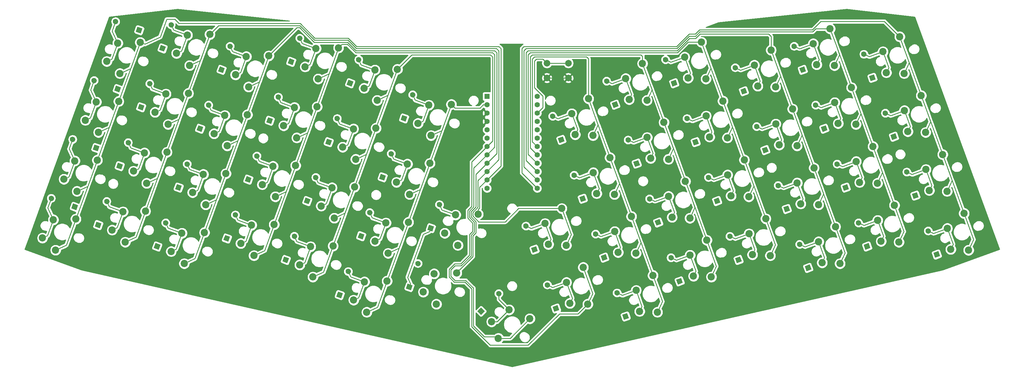
<source format=gtl>
G04 #@! TF.GenerationSoftware,KiCad,Pcbnew,(5.1.0)-1*
G04 #@! TF.CreationDate,2019-05-23T12:13:00+09:00*
G04 #@! TF.ProjectId,lasprema,6c617370-7265-46d6-912e-6b696361645f,rev?*
G04 #@! TF.SameCoordinates,Original*
G04 #@! TF.FileFunction,Copper,L1,Top*
G04 #@! TF.FilePolarity,Positive*
%FSLAX46Y46*%
G04 Gerber Fmt 4.6, Leading zero omitted, Abs format (unit mm)*
G04 Created by KiCad (PCBNEW (5.1.0)-1) date 2019-05-23 12:13:00*
%MOMM*%
%LPD*%
G04 APERTURE LIST*
%ADD10C,2.200000*%
%ADD11C,2.000000*%
%ADD12C,1.600000*%
%ADD13R,1.600000X1.600000*%
%ADD14C,0.100000*%
%ADD15C,1.600000*%
%ADD16C,0.800000*%
%ADD17C,0.254000*%
G04 APERTURE END LIST*
D10*
X98445443Y-111966267D03*
X91609663Y-112181258D03*
X92303242Y-121415360D03*
X88323021Y-117731905D03*
X81807543Y-135629047D03*
X85787764Y-139312502D03*
X85094185Y-130078400D03*
X91929965Y-129863409D03*
X104960926Y-94065119D03*
X98125146Y-94280110D03*
X98818725Y-103514212D03*
X94838504Y-99830757D03*
X124474511Y-151848954D03*
X117638731Y-152063945D03*
X118332310Y-161298047D03*
X114352089Y-157614592D03*
D11*
X234993817Y-100366716D03*
X234993817Y-104866716D03*
X228493817Y-100366716D03*
X228493817Y-104866716D03*
D10*
X228947237Y-155473281D03*
X234363943Y-155736534D03*
X227897064Y-149108625D03*
X232995381Y-144549978D03*
X271357161Y-104898179D03*
X276773867Y-105161432D03*
X270306988Y-98533523D03*
X275405305Y-93974876D03*
D12*
X225527975Y-110477514D03*
X225527975Y-113017514D03*
X225527975Y-115557514D03*
X225527975Y-118097514D03*
X225527975Y-120637514D03*
X225527975Y-123177514D03*
X225527975Y-125717514D03*
X225527975Y-128257514D03*
X225527975Y-130797514D03*
X225527975Y-133337514D03*
X225527975Y-135877514D03*
X225527975Y-138417514D03*
X210287975Y-138417514D03*
X210287975Y-135877514D03*
X210287975Y-133337514D03*
X210287975Y-130797514D03*
X210287975Y-128257514D03*
X210287975Y-125717514D03*
X210287975Y-123177514D03*
X210287975Y-120637514D03*
X210287975Y-118097514D03*
X210287975Y-115557514D03*
X210287975Y-113017514D03*
D13*
X210287975Y-110477514D03*
D12*
X104640870Y-90337748D03*
D14*
G36*
X105666240Y-89859610D02*
G01*
X105119008Y-91363118D01*
X103615500Y-90815886D01*
X104162732Y-89312378D01*
X105666240Y-89859610D01*
X105666240Y-89859610D01*
G37*
D12*
X97480412Y-87731555D03*
D15*
X97480412Y-87731555D02*
X97480412Y-87731555D01*
D12*
X114348061Y-88696972D03*
D15*
X114348061Y-88696972D02*
X114348061Y-88696972D01*
D12*
X111741868Y-95857430D03*
D14*
G36*
X112220006Y-96882800D02*
G01*
X110716498Y-96335568D01*
X111263730Y-94832060D01*
X112767238Y-95379292D01*
X112220006Y-96882800D01*
X112220006Y-96882800D01*
G37*
D12*
X129643010Y-102372910D03*
D14*
G36*
X130121148Y-103398280D02*
G01*
X128617640Y-102851048D01*
X129164872Y-101347540D01*
X130668380Y-101894772D01*
X130121148Y-103398280D01*
X130121148Y-103398280D01*
G37*
D12*
X132249203Y-95212452D03*
D15*
X132249203Y-95212452D02*
X132249203Y-95212452D01*
D12*
X153408090Y-92777365D03*
D15*
X153408090Y-92777365D02*
X153408090Y-92777365D01*
D12*
X150801897Y-99937823D03*
D14*
G36*
X151280035Y-100963193D02*
G01*
X149776527Y-100415961D01*
X150323759Y-98912453D01*
X151827267Y-99459685D01*
X151280035Y-100963193D01*
X151280035Y-100963193D01*
G37*
D12*
X168703042Y-106453303D03*
D14*
G36*
X169181180Y-107478673D02*
G01*
X167677672Y-106931441D01*
X168224904Y-105427933D01*
X169728412Y-105975165D01*
X169181180Y-107478673D01*
X169181180Y-107478673D01*
G37*
D12*
X171309235Y-99292845D03*
D15*
X171309235Y-99292845D02*
X171309235Y-99292845D01*
D12*
X187690093Y-109985266D03*
D15*
X187690093Y-109985266D02*
X187690093Y-109985266D01*
D12*
X185083900Y-117145724D03*
D14*
G36*
X185562038Y-118171094D02*
G01*
X184058530Y-117623862D01*
X184605762Y-116120354D01*
X186109270Y-116667586D01*
X185562038Y-118171094D01*
X185562038Y-118171094D01*
G37*
D12*
X230220279Y-116502665D03*
D15*
X230220279Y-116502665D02*
X230220279Y-116502665D01*
D12*
X232826472Y-123663123D03*
D14*
G36*
X233851842Y-124141261D02*
G01*
X232348334Y-124688493D01*
X231801102Y-123184985D01*
X233304610Y-122637753D01*
X233851842Y-124141261D01*
X233851842Y-124141261D01*
G37*
D12*
X249207337Y-112970704D03*
D14*
G36*
X250232707Y-113448842D02*
G01*
X248729199Y-113996074D01*
X248181967Y-112492566D01*
X249685475Y-111945334D01*
X250232707Y-113448842D01*
X250232707Y-113448842D01*
G37*
D12*
X246601144Y-105810246D03*
D15*
X246601144Y-105810246D02*
X246601144Y-105810246D01*
D12*
X264502285Y-99294762D03*
D15*
X264502285Y-99294762D02*
X264502285Y-99294762D01*
D12*
X267108478Y-106455220D03*
D14*
G36*
X268133848Y-106933358D02*
G01*
X266630340Y-107480590D01*
X266083108Y-105977082D01*
X267586616Y-105429850D01*
X268133848Y-106933358D01*
X268133848Y-106933358D01*
G37*
D12*
X288267367Y-108890305D03*
D14*
G36*
X289292737Y-109368443D02*
G01*
X287789229Y-109915675D01*
X287241997Y-108412167D01*
X288745505Y-107864935D01*
X289292737Y-109368443D01*
X289292737Y-109368443D01*
G37*
D12*
X285661174Y-101729847D03*
D15*
X285661174Y-101729847D02*
X285661174Y-101729847D01*
D12*
X303562316Y-95214367D03*
D15*
X303562316Y-95214367D02*
X303562316Y-95214367D01*
D12*
X306168509Y-102374825D03*
D14*
G36*
X307193879Y-102852963D02*
G01*
X305690371Y-103400195D01*
X305143139Y-101896687D01*
X306646647Y-101349455D01*
X307193879Y-102852963D01*
X307193879Y-102852963D01*
G37*
D12*
X327327392Y-104809918D03*
D14*
G36*
X328352762Y-105288056D02*
G01*
X326849254Y-105835288D01*
X326302022Y-104331780D01*
X327805530Y-103784548D01*
X328352762Y-105288056D01*
X328352762Y-105288056D01*
G37*
D12*
X324721199Y-97649460D03*
D15*
X324721199Y-97649460D02*
X324721199Y-97649460D01*
D12*
X90964927Y-105632700D03*
D15*
X90964927Y-105632700D02*
X90964927Y-105632700D01*
D12*
X98125385Y-108238893D03*
D14*
G36*
X99150755Y-107760755D02*
G01*
X98603523Y-109264263D01*
X97100015Y-108717031D01*
X97647247Y-107213523D01*
X99150755Y-107760755D01*
X99150755Y-107760755D01*
G37*
D12*
X105226380Y-113758569D03*
D14*
G36*
X105704518Y-114783939D02*
G01*
X104201010Y-114236707D01*
X104748242Y-112733199D01*
X106251750Y-113280431D01*
X105704518Y-114783939D01*
X105704518Y-114783939D01*
G37*
D12*
X107832573Y-106598111D03*
D15*
X107832573Y-106598111D02*
X107832573Y-106598111D01*
D12*
X125733714Y-113113594D03*
D15*
X125733714Y-113113594D02*
X125733714Y-113113594D01*
D12*
X123127521Y-120274052D03*
D14*
G36*
X123605659Y-121299422D02*
G01*
X122102151Y-120752190D01*
X122649383Y-119248682D01*
X124152891Y-119795914D01*
X123605659Y-121299422D01*
X123605659Y-121299422D01*
G37*
D12*
X144286409Y-117838968D03*
D14*
G36*
X144764547Y-118864338D02*
G01*
X143261039Y-118317106D01*
X143808271Y-116813598D01*
X145311779Y-117360830D01*
X144764547Y-118864338D01*
X144764547Y-118864338D01*
G37*
D12*
X146892602Y-110678510D03*
D15*
X146892602Y-110678510D02*
X146892602Y-110678510D01*
D12*
X164793747Y-117193991D03*
D15*
X164793747Y-117193991D02*
X164793747Y-117193991D01*
D12*
X162187554Y-124354449D03*
D14*
G36*
X162665692Y-125379819D02*
G01*
X161162184Y-124832587D01*
X161709416Y-123329079D01*
X163212924Y-123876311D01*
X162665692Y-125379819D01*
X162665692Y-125379819D01*
G37*
D12*
X178568421Y-135046862D03*
D14*
G36*
X179046559Y-136072232D02*
G01*
X177543051Y-135525000D01*
X178090283Y-134021492D01*
X179593791Y-134568724D01*
X179046559Y-136072232D01*
X179046559Y-136072232D01*
G37*
D12*
X181174614Y-127886404D03*
D15*
X181174614Y-127886404D02*
X181174614Y-127886404D01*
D12*
X236735762Y-134403803D03*
D15*
X236735762Y-134403803D02*
X236735762Y-134403803D01*
D12*
X239341955Y-141564261D03*
D14*
G36*
X240367325Y-142042399D02*
G01*
X238863817Y-142589631D01*
X238316585Y-141086123D01*
X239820093Y-140538891D01*
X240367325Y-142042399D01*
X240367325Y-142042399D01*
G37*
D12*
X255722812Y-130871848D03*
D14*
G36*
X256748182Y-131349986D02*
G01*
X255244674Y-131897218D01*
X254697442Y-130393710D01*
X256200950Y-129846478D01*
X256748182Y-131349986D01*
X256748182Y-131349986D01*
G37*
D12*
X253116619Y-123711390D03*
D15*
X253116619Y-123711390D02*
X253116619Y-123711390D01*
D12*
X273623959Y-124356365D03*
D14*
G36*
X274649329Y-124834503D02*
G01*
X273145821Y-125381735D01*
X272598589Y-123878227D01*
X274102097Y-123330995D01*
X274649329Y-124834503D01*
X274649329Y-124834503D01*
G37*
D12*
X271017766Y-117195907D03*
D15*
X271017766Y-117195907D02*
X271017766Y-117195907D01*
D12*
X292176651Y-119630994D03*
D15*
X292176651Y-119630994D02*
X292176651Y-119630994D01*
D12*
X294782844Y-126791452D03*
D14*
G36*
X295808214Y-127269590D02*
G01*
X294304706Y-127816822D01*
X293757474Y-126313314D01*
X295260982Y-125766082D01*
X295808214Y-127269590D01*
X295808214Y-127269590D01*
G37*
D12*
X312683989Y-120275968D03*
D14*
G36*
X313709359Y-120754106D02*
G01*
X312205851Y-121301338D01*
X311658619Y-119797830D01*
X313162127Y-119250598D01*
X313709359Y-120754106D01*
X313709359Y-120754106D01*
G37*
D12*
X310077796Y-113115510D03*
D15*
X310077796Y-113115510D02*
X310077796Y-113115510D01*
D12*
X331236688Y-115550602D03*
D15*
X331236688Y-115550602D02*
X331236688Y-115550602D01*
D12*
X333842881Y-122711060D03*
D14*
G36*
X334868251Y-123189198D02*
G01*
X333364743Y-123736430D01*
X332817511Y-122232922D01*
X334321019Y-121685690D01*
X334868251Y-123189198D01*
X334868251Y-123189198D01*
G37*
D12*
X91609902Y-126140037D03*
D14*
G36*
X92635272Y-125661899D02*
G01*
X92088040Y-127165407D01*
X90584532Y-126618175D01*
X91131764Y-125114667D01*
X92635272Y-125661899D01*
X92635272Y-125661899D01*
G37*
D12*
X84449444Y-123533844D03*
D15*
X84449444Y-123533844D02*
X84449444Y-123533844D01*
D12*
X101317090Y-124499258D03*
D15*
X101317090Y-124499258D02*
X101317090Y-124499258D01*
D12*
X98710897Y-131659716D03*
D14*
G36*
X99189035Y-132685086D02*
G01*
X97685527Y-132137854D01*
X98232759Y-130634346D01*
X99736267Y-131181578D01*
X99189035Y-132685086D01*
X99189035Y-132685086D01*
G37*
D12*
X116612039Y-138175199D03*
D14*
G36*
X117090177Y-139200569D02*
G01*
X115586669Y-138653337D01*
X116133901Y-137149829D01*
X117637409Y-137697061D01*
X117090177Y-139200569D01*
X117090177Y-139200569D01*
G37*
D12*
X119218232Y-131014741D03*
D15*
X119218232Y-131014741D02*
X119218232Y-131014741D01*
D12*
X140377121Y-128579651D03*
D15*
X140377121Y-128579651D02*
X140377121Y-128579651D01*
D12*
X137770928Y-135740109D03*
D14*
G36*
X138249066Y-136765479D02*
G01*
X136745558Y-136218247D01*
X137292790Y-134714739D01*
X138796298Y-135261971D01*
X138249066Y-136765479D01*
X138249066Y-136765479D01*
G37*
D12*
X155672070Y-142255594D03*
D14*
G36*
X156150208Y-143280964D02*
G01*
X154646700Y-142733732D01*
X155193932Y-141230224D01*
X156697440Y-141777456D01*
X156150208Y-143280964D01*
X156150208Y-143280964D01*
G37*
D12*
X158278263Y-135095136D03*
D15*
X158278263Y-135095136D02*
X158278263Y-135095136D01*
D12*
X174659131Y-145787556D03*
D15*
X174659131Y-145787556D02*
X174659131Y-145787556D01*
D12*
X172052938Y-152948014D03*
D14*
G36*
X172531076Y-153973384D02*
G01*
X171027568Y-153426152D01*
X171574800Y-151922644D01*
X173078308Y-152469876D01*
X172531076Y-153973384D01*
X172531076Y-153973384D01*
G37*
D12*
X243251245Y-152304952D03*
D15*
X243251245Y-152304952D02*
X243251245Y-152304952D01*
D12*
X245857438Y-159465410D03*
D14*
G36*
X246882808Y-159943548D02*
G01*
X245379300Y-160490780D01*
X244832068Y-158987272D01*
X246335576Y-158440040D01*
X246882808Y-159943548D01*
X246882808Y-159943548D01*
G37*
D12*
X262238302Y-148772991D03*
D14*
G36*
X263263672Y-149251129D02*
G01*
X261760164Y-149798361D01*
X261212932Y-148294853D01*
X262716440Y-147747621D01*
X263263672Y-149251129D01*
X263263672Y-149251129D01*
G37*
D12*
X259632109Y-141612533D03*
D15*
X259632109Y-141612533D02*
X259632109Y-141612533D01*
D12*
X280139444Y-142257508D03*
D14*
G36*
X281164814Y-142735646D02*
G01*
X279661306Y-143282878D01*
X279114074Y-141779370D01*
X280617582Y-141232138D01*
X281164814Y-142735646D01*
X281164814Y-142735646D01*
G37*
D12*
X277533251Y-135097050D03*
D15*
X277533251Y-135097050D02*
X277533251Y-135097050D01*
D12*
X301298330Y-144692597D03*
D14*
G36*
X302323700Y-145170735D02*
G01*
X300820192Y-145717967D01*
X300272960Y-144214459D01*
X301776468Y-143667227D01*
X302323700Y-145170735D01*
X302323700Y-145170735D01*
G37*
D12*
X298692137Y-137532139D03*
D15*
X298692137Y-137532139D02*
X298692137Y-137532139D01*
D12*
X316593285Y-131016654D03*
D15*
X316593285Y-131016654D02*
X316593285Y-131016654D01*
D12*
X319199478Y-138177112D03*
D14*
G36*
X320224848Y-138655250D02*
G01*
X318721340Y-139202482D01*
X318174108Y-137698974D01*
X319677616Y-137151742D01*
X320224848Y-138655250D01*
X320224848Y-138655250D01*
G37*
D12*
X340358362Y-140612206D03*
D14*
G36*
X341383732Y-141090344D02*
G01*
X339880224Y-141637576D01*
X339332992Y-140134068D01*
X340836500Y-139586836D01*
X341383732Y-141090344D01*
X341383732Y-141090344D01*
G37*
D12*
X337752169Y-133451748D03*
D15*
X337752169Y-133451748D02*
X337752169Y-133451748D01*
D12*
X77933959Y-141434987D03*
D15*
X77933959Y-141434987D02*
X77933959Y-141434987D01*
D12*
X85094417Y-144041180D03*
D14*
G36*
X86119787Y-143563042D02*
G01*
X85572555Y-145066550D01*
X84069047Y-144519318D01*
X84616279Y-143015810D01*
X86119787Y-143563042D01*
X86119787Y-143563042D01*
G37*
D12*
X92195415Y-149560863D03*
D14*
G36*
X92673553Y-150586233D02*
G01*
X91170045Y-150039001D01*
X91717277Y-148535493D01*
X93220785Y-149082725D01*
X92673553Y-150586233D01*
X92673553Y-150586233D01*
G37*
D12*
X94801608Y-142400405D03*
D15*
X94801608Y-142400405D02*
X94801608Y-142400405D01*
D12*
X112702748Y-148915884D03*
D15*
X112702748Y-148915884D02*
X112702748Y-148915884D01*
D12*
X110096555Y-156076342D03*
D14*
G36*
X110574693Y-157101712D02*
G01*
X109071185Y-156554480D01*
X109618417Y-155050972D01*
X111121925Y-155598204D01*
X110574693Y-157101712D01*
X110574693Y-157101712D01*
G37*
D12*
X131255441Y-153641256D03*
D14*
G36*
X131733579Y-154666626D02*
G01*
X130230071Y-154119394D01*
X130777303Y-152615886D01*
X132280811Y-153163118D01*
X131733579Y-154666626D01*
X131733579Y-154666626D01*
G37*
D12*
X133861634Y-146480798D03*
D15*
X133861634Y-146480798D02*
X133861634Y-146480798D01*
D12*
X151762779Y-152996283D03*
D15*
X151762779Y-152996283D02*
X151762779Y-152996283D01*
D12*
X149156586Y-160156741D03*
D14*
G36*
X149634724Y-161182111D02*
G01*
X148131216Y-160634879D01*
X148678448Y-159131371D01*
X150181956Y-159678603D01*
X149634724Y-161182111D01*
X149634724Y-161182111D01*
G37*
D12*
X165537452Y-170849155D03*
D14*
G36*
X166015590Y-171874525D02*
G01*
X164512082Y-171327293D01*
X165059314Y-169823785D01*
X166562822Y-170371017D01*
X166015590Y-171874525D01*
X166015590Y-171874525D01*
G37*
D12*
X168143645Y-163688697D03*
D15*
X168143645Y-163688697D02*
X168143645Y-163688697D01*
D12*
X249766725Y-170206094D03*
D15*
X249766725Y-170206094D02*
X249766725Y-170206094D01*
D12*
X252372918Y-177366552D03*
D14*
G36*
X253398288Y-177844690D02*
G01*
X251894780Y-178391922D01*
X251347548Y-176888414D01*
X252851056Y-176341182D01*
X253398288Y-177844690D01*
X253398288Y-177844690D01*
G37*
D12*
X266147592Y-159513677D03*
D15*
X266147592Y-159513677D02*
X266147592Y-159513677D01*
D12*
X268753785Y-166674135D03*
D14*
G36*
X269779155Y-167152273D02*
G01*
X268275647Y-167699505D01*
X267728415Y-166195997D01*
X269231923Y-165648765D01*
X269779155Y-167152273D01*
X269779155Y-167152273D01*
G37*
D12*
X286654929Y-160158654D03*
D14*
G36*
X287680299Y-160636792D02*
G01*
X286176791Y-161184024D01*
X285629559Y-159680516D01*
X287133067Y-159133284D01*
X287680299Y-160636792D01*
X287680299Y-160636792D01*
G37*
D12*
X284048736Y-152998196D03*
D15*
X284048736Y-152998196D02*
X284048736Y-152998196D01*
D12*
X307813821Y-162593743D03*
D14*
G36*
X308839191Y-163071881D02*
G01*
X307335683Y-163619113D01*
X306788451Y-162115605D01*
X308291959Y-161568373D01*
X308839191Y-163071881D01*
X308839191Y-163071881D01*
G37*
D12*
X305207628Y-155433285D03*
D15*
X305207628Y-155433285D02*
X305207628Y-155433285D01*
D12*
X323108765Y-148917803D03*
D15*
X323108765Y-148917803D02*
X323108765Y-148917803D01*
D12*
X325714958Y-156078261D03*
D14*
G36*
X326740328Y-156556399D02*
G01*
X325236820Y-157103631D01*
X324689588Y-155600123D01*
X326193096Y-155052891D01*
X326740328Y-156556399D01*
X326740328Y-156556399D01*
G37*
D12*
X346873848Y-158513347D03*
D14*
G36*
X347899218Y-158991485D02*
G01*
X346395710Y-159538717D01*
X345848478Y-158035209D01*
X347351986Y-157487977D01*
X347899218Y-158991485D01*
X347899218Y-158991485D01*
G37*
D12*
X344267655Y-151352889D03*
D15*
X344267655Y-151352889D02*
X344267655Y-151352889D01*
D12*
X195818016Y-143352470D03*
D15*
X195818016Y-143352470D02*
X195818016Y-143352470D01*
D12*
X193211823Y-150512928D03*
D14*
G36*
X193689961Y-151538298D02*
G01*
X192186453Y-150991066D01*
X192733685Y-149487558D01*
X194237193Y-150034790D01*
X193689961Y-151538298D01*
X193689961Y-151538298D01*
G37*
D12*
X222092354Y-149869861D03*
D15*
X222092354Y-149869861D02*
X222092354Y-149869861D01*
D12*
X224698547Y-157030319D03*
D14*
G36*
X225723917Y-157508457D02*
G01*
X224220409Y-158055689D01*
X223673177Y-156552181D01*
X225176685Y-156004949D01*
X225723917Y-157508457D01*
X225723917Y-157508457D01*
G37*
D12*
X189302530Y-161253606D03*
D15*
X189302530Y-161253606D02*
X189302530Y-161253606D01*
D12*
X186696337Y-168414064D03*
D14*
G36*
X187174475Y-169439434D02*
G01*
X185670967Y-168892202D01*
X186218199Y-167388694D01*
X187721707Y-167935926D01*
X187174475Y-169439434D01*
X187174475Y-169439434D01*
G37*
D12*
X208467758Y-175797736D03*
D14*
G36*
X208467758Y-176929107D02*
G01*
X207336387Y-175797736D01*
X208467758Y-174666365D01*
X209599129Y-175797736D01*
X208467758Y-176929107D01*
X208467758Y-176929107D01*
G37*
D12*
X213855912Y-170409582D03*
D15*
X213855912Y-170409582D02*
X213855912Y-170409582D01*
D12*
X231214031Y-174931466D03*
D14*
G36*
X232239401Y-175409604D02*
G01*
X230735893Y-175956836D01*
X230188661Y-174453328D01*
X231692169Y-173906096D01*
X232239401Y-175409604D01*
X232239401Y-175409604D01*
G37*
D12*
X228607838Y-167771008D03*
D15*
X228607838Y-167771008D02*
X228607838Y-167771008D01*
D10*
X115997394Y-97395667D03*
X119977615Y-101079122D03*
X119284036Y-91845020D03*
X126119816Y-91630029D03*
X144020955Y-98145511D03*
X137185175Y-98360502D03*
X137878754Y-107594604D03*
X133898533Y-103911149D03*
X155057428Y-101476066D03*
X159037649Y-105159521D03*
X158344070Y-95925419D03*
X165179850Y-95710428D03*
X183080990Y-102225912D03*
X176245210Y-102440903D03*
X176938789Y-111675005D03*
X172958568Y-107991550D03*
X189339433Y-118683963D03*
X193319654Y-122367418D03*
X192626075Y-113133316D03*
X199461855Y-112918325D03*
X237075155Y-122106083D03*
X242491861Y-122369336D03*
X236024982Y-115741427D03*
X241123299Y-111182780D03*
X257504169Y-100490364D03*
X252405852Y-105049011D03*
X258872731Y-111676920D03*
X253456025Y-111413667D03*
X296564198Y-96409969D03*
X291465881Y-100968616D03*
X297932760Y-107596525D03*
X292516054Y-107333272D03*
X310417195Y-100817784D03*
X315833901Y-101081037D03*
X309367022Y-94453128D03*
X314465339Y-89894481D03*
X335624229Y-92329570D03*
X330525912Y-96888217D03*
X336992791Y-103516126D03*
X331576085Y-103252873D03*
X109481909Y-115296813D03*
X113462130Y-118980268D03*
X112768551Y-109746166D03*
X119604331Y-109531175D03*
X127383054Y-121812300D03*
X131363275Y-125495755D03*
X130669696Y-116261653D03*
X137505476Y-116046662D03*
X158664365Y-113611567D03*
X151828585Y-113826558D03*
X152522164Y-123060660D03*
X148541943Y-119377205D03*
X166443083Y-125892691D03*
X170423304Y-129576146D03*
X169729725Y-120342044D03*
X176565505Y-120127053D03*
X192946372Y-130819474D03*
X186110592Y-131034465D03*
X186804171Y-140268567D03*
X182823950Y-136585112D03*
X247638784Y-129083928D03*
X242540467Y-133642575D03*
X249007346Y-140270484D03*
X243590640Y-140007231D03*
X259971503Y-129314808D03*
X265388209Y-129578061D03*
X258921330Y-122950152D03*
X264019647Y-118391505D03*
X281920796Y-111876022D03*
X276822479Y-116434669D03*
X283289358Y-123062578D03*
X277872652Y-122799325D03*
X299031533Y-125234415D03*
X304448239Y-125497668D03*
X297981360Y-118869759D03*
X303079677Y-114311112D03*
X320980820Y-107795628D03*
X315882503Y-112354275D03*
X322349382Y-118982184D03*
X316932676Y-118718931D03*
X338091567Y-121154015D03*
X343508273Y-121417268D03*
X337041394Y-114789359D03*
X342139711Y-110230712D03*
X113088846Y-127432322D03*
X106253066Y-127647313D03*
X106946645Y-136881415D03*
X102966424Y-133197960D03*
X130989989Y-133947802D03*
X124154209Y-134162793D03*
X124847788Y-143396895D03*
X120867567Y-139713440D03*
X142026454Y-137278354D03*
X146006675Y-140961809D03*
X145313096Y-131727707D03*
X152148876Y-131512716D03*
X170050022Y-138028206D03*
X163214242Y-138243197D03*
X163907821Y-147477299D03*
X159927600Y-143793844D03*
X176308470Y-154486254D03*
X180288691Y-158169709D03*
X179595112Y-148935607D03*
X186430892Y-148720616D03*
X250106125Y-157908375D03*
X255522831Y-158171628D03*
X249055952Y-151543719D03*
X254154269Y-146985072D03*
X270535131Y-136292652D03*
X265436814Y-140851299D03*
X271903693Y-147479208D03*
X266486987Y-147215955D03*
X284388139Y-140700466D03*
X289804845Y-140963719D03*
X283337966Y-134335810D03*
X288436283Y-129777163D03*
X309595167Y-132212257D03*
X304496850Y-136770904D03*
X310963729Y-143398813D03*
X305547023Y-143135560D03*
X323448162Y-136620074D03*
X328864868Y-136883327D03*
X322397989Y-130255418D03*
X327496306Y-125696771D03*
X348655194Y-128131859D03*
X343556877Y-132690506D03*
X350023756Y-139318415D03*
X344607050Y-139055162D03*
X85414480Y-147764556D03*
X78578700Y-147979547D03*
X79272279Y-157213649D03*
X75292058Y-153530194D03*
X96450944Y-151099101D03*
X100431165Y-154782556D03*
X99737586Y-145548454D03*
X106573366Y-145333463D03*
X135510972Y-155179501D03*
X139491193Y-158862956D03*
X138797614Y-149628854D03*
X145633394Y-149413863D03*
X163534538Y-155929341D03*
X156698758Y-156144332D03*
X157392337Y-165378434D03*
X153412116Y-161694979D03*
X169792982Y-172387400D03*
X173773203Y-176070855D03*
X173079624Y-166836753D03*
X179915404Y-166621762D03*
X256621607Y-175809515D03*
X262038313Y-176072768D03*
X255571434Y-169444859D03*
X260669751Y-164886212D03*
X277050620Y-154193796D03*
X271952303Y-158752443D03*
X278419182Y-165380352D03*
X273002476Y-165117099D03*
X290903615Y-158601617D03*
X296320321Y-158864870D03*
X289853442Y-152236961D03*
X294951759Y-147678314D03*
X316110649Y-150113400D03*
X311012332Y-154672047D03*
X317479211Y-161299956D03*
X312062505Y-161036703D03*
X329963646Y-154521215D03*
X335380352Y-154784468D03*
X328913473Y-148156559D03*
X334011790Y-143597912D03*
X355170679Y-146033005D03*
X350072362Y-150591652D03*
X356539241Y-157219561D03*
X351122535Y-156956308D03*
X207589773Y-146285526D03*
X200753993Y-146500517D03*
X201447572Y-155734619D03*
X197467351Y-152051164D03*
X201074290Y-164186671D03*
X194238510Y-164401662D03*
X194932089Y-173635764D03*
X190951868Y-169952309D03*
X211685440Y-178990322D03*
X213736050Y-184010780D03*
X217009954Y-175348722D03*
X223296134Y-178042799D03*
X239510869Y-162451126D03*
X234412552Y-167009773D03*
X240879431Y-173637682D03*
X235462725Y-173374429D03*
D16*
X217907975Y-124447514D03*
D17*
X96363744Y-99119527D02*
X94838508Y-99830758D01*
X98125147Y-94280109D02*
X96363744Y-99119527D01*
X96424414Y-90632879D02*
X97480412Y-87731553D01*
X98125149Y-94280111D02*
X96424414Y-90632879D01*
X117522631Y-96684435D02*
X115997394Y-97395667D01*
X119284035Y-91845018D02*
X117522631Y-96684435D01*
X115107100Y-90324739D02*
X114348058Y-88696969D01*
X119284035Y-91845018D02*
X115107100Y-90324739D01*
X135423772Y-103199920D02*
X133898533Y-103911152D01*
X137185177Y-98360506D02*
X135423772Y-103199920D01*
X133008245Y-96840225D02*
X132249205Y-95212454D01*
X137185177Y-98360506D02*
X133008245Y-96840225D01*
X156582665Y-100764837D02*
X155057425Y-101476070D01*
X158344070Y-95925421D02*
X156582665Y-100764837D01*
X154167135Y-94405140D02*
X153408088Y-92777362D01*
X158344070Y-95925421D02*
X154167135Y-94405140D01*
X174483807Y-107280321D02*
X172958570Y-107991550D01*
X176245214Y-102440903D02*
X174483807Y-107280321D01*
X172068282Y-100920625D02*
X171309235Y-99292844D01*
X176245214Y-102440903D02*
X172068282Y-100920625D01*
X190864672Y-117972733D02*
X189339434Y-118683964D01*
X192626075Y-113133318D02*
X190864672Y-117972733D01*
X188449136Y-111613034D02*
X187690094Y-109985265D01*
X192626075Y-113133318D02*
X188449136Y-111613034D01*
X237786386Y-120580845D02*
X237075155Y-122106084D01*
X236024982Y-115741429D02*
X237786386Y-120580845D01*
X231848049Y-117261708D02*
X230220277Y-116502663D01*
X236024982Y-115741429D02*
X231848049Y-117261708D01*
X254167254Y-109888428D02*
X253456023Y-111413667D01*
X252405850Y-105049012D02*
X254167254Y-109888428D01*
X248228919Y-106569292D02*
X246601142Y-105810246D01*
X252405850Y-105049012D02*
X248228919Y-106569292D01*
X272068391Y-103372941D02*
X271357163Y-104898178D01*
X270306988Y-98533526D02*
X272068391Y-103372941D01*
X266130057Y-100053803D02*
X264502286Y-99294763D01*
X270306988Y-98533526D02*
X266130057Y-100053803D01*
X293227285Y-105808033D02*
X292516056Y-107333272D01*
X291465882Y-100968615D02*
X293227285Y-105808033D01*
X287288953Y-102488897D02*
X285661172Y-101729846D01*
X291465882Y-100968615D02*
X287288953Y-102488897D01*
X311128425Y-99292544D02*
X310417195Y-100817782D01*
X309367021Y-94453128D02*
X311128425Y-99292544D01*
X305190084Y-95973408D02*
X303562316Y-95214367D01*
X309367021Y-94453128D02*
X305190084Y-95973408D01*
X332287315Y-101727633D02*
X331576086Y-103252873D01*
X330525912Y-96888218D02*
X332287315Y-101727633D01*
X326348967Y-98408500D02*
X324721201Y-97649462D01*
X330525912Y-96888218D02*
X326348967Y-98408500D01*
X89848261Y-117020674D02*
X88323023Y-117731906D01*
X91609664Y-112181260D02*
X89848261Y-117020674D01*
X89908931Y-108534025D02*
X90964928Y-105632699D01*
X91609663Y-112181258D02*
X89908931Y-108534025D01*
X111007147Y-114585585D02*
X109481908Y-115296815D01*
X112768551Y-109746166D02*
X111007147Y-114585585D01*
X108591621Y-108225891D02*
X107832575Y-106598110D01*
X112768551Y-109746166D02*
X108591621Y-108225891D01*
X128908295Y-121101069D02*
X127383054Y-121812302D01*
X130669695Y-116261654D02*
X128908295Y-121101069D01*
X126492761Y-114741373D02*
X125733717Y-113113595D01*
X130669695Y-116261654D02*
X126492761Y-114741373D01*
X150067181Y-118665976D02*
X148541947Y-119377205D01*
X151828587Y-113826557D02*
X150067181Y-118665976D01*
X147651642Y-112306278D02*
X146892601Y-110678508D01*
X151828587Y-113826557D02*
X147651642Y-112306278D01*
X167968320Y-125181463D02*
X166443084Y-125892693D01*
X169729725Y-120342045D02*
X167968320Y-125181463D01*
X165552790Y-118821766D02*
X164793750Y-117193994D01*
X169729725Y-120342045D02*
X165552790Y-118821766D01*
X184349189Y-135873881D02*
X182823951Y-136585113D01*
X186110594Y-131034465D02*
X184349189Y-135873881D01*
X181933661Y-129514188D02*
X181174613Y-127886406D01*
X186110594Y-131034465D02*
X181933661Y-129514188D01*
X244301871Y-138481991D02*
X243590640Y-140007230D01*
X242540467Y-133642574D02*
X244301871Y-138481991D01*
X238363543Y-135162851D02*
X236735762Y-134403804D01*
X242540467Y-133642574D02*
X238363543Y-135162851D01*
X260682738Y-127789570D02*
X259971505Y-129314809D01*
X258921332Y-122950153D02*
X260682738Y-127789570D01*
X254744393Y-124470434D02*
X253116619Y-123711391D01*
X258921332Y-122950153D02*
X254744393Y-124470434D01*
X278583882Y-121274087D02*
X277872651Y-122799326D01*
X276822478Y-116434671D02*
X278583882Y-121274087D01*
X272645543Y-117954951D02*
X271017768Y-117195905D01*
X276822478Y-116434671D02*
X272645543Y-117954951D01*
X299742766Y-123709177D02*
X299031536Y-125234413D01*
X297981362Y-118869759D02*
X299742766Y-123709177D01*
X293804427Y-120390038D02*
X292176652Y-119630994D01*
X297981362Y-118869759D02*
X293804427Y-120390038D01*
X317643907Y-117193689D02*
X316932678Y-118718931D01*
X315882502Y-112354273D02*
X317643907Y-117193689D01*
X311705570Y-113874554D02*
X310077797Y-113115508D01*
X315882502Y-112354273D02*
X311705570Y-113874554D01*
X338802795Y-119628778D02*
X338091566Y-121154017D01*
X337041393Y-114789361D02*
X338802795Y-119628778D01*
X332864453Y-116309642D02*
X331236689Y-115550604D01*
X337041393Y-114789361D02*
X332864453Y-116309642D01*
X83332780Y-134917818D02*
X81807543Y-135629045D01*
X85094182Y-130078400D02*
X83332780Y-134917818D01*
X83394267Y-126432917D02*
X84449442Y-123533842D01*
X85094184Y-130078401D02*
X83394267Y-126432917D01*
X104491664Y-132486729D02*
X102966427Y-133197962D01*
X106253066Y-127647312D02*
X104491664Y-132486729D01*
X102076136Y-126127035D02*
X101317089Y-124499254D01*
X106253066Y-127647312D02*
X102076136Y-126127035D01*
X122392807Y-139002208D02*
X120867567Y-139713440D01*
X124154208Y-134162796D02*
X122392807Y-139002208D01*
X119977277Y-132642514D02*
X119218234Y-131014742D01*
X124154208Y-134162796D02*
X119977277Y-132642514D01*
X143551693Y-136567126D02*
X142026454Y-137278353D01*
X145313098Y-131727706D02*
X143551693Y-136567126D01*
X141136165Y-130207428D02*
X140377122Y-128579652D01*
X145313098Y-131727706D02*
X141136165Y-130207428D01*
X161452836Y-143082612D02*
X159927602Y-143793844D01*
X163214244Y-138243196D02*
X161452836Y-143082612D01*
X159037311Y-136722917D02*
X158278264Y-135095137D01*
X163214244Y-138243196D02*
X159037311Y-136722917D01*
X177833708Y-153775021D02*
X176308470Y-154486253D01*
X179595109Y-148935605D02*
X177833708Y-153775021D01*
X175418172Y-147415325D02*
X174659130Y-145787557D01*
X179595109Y-148935605D02*
X175418172Y-147415325D01*
X250817355Y-156383135D02*
X250106127Y-157908373D01*
X249055951Y-151543720D02*
X250817355Y-156383135D01*
X244879027Y-153063998D02*
X243251242Y-152304949D01*
X249055951Y-151543720D02*
X244879027Y-153063998D01*
X267198217Y-145690717D02*
X266486991Y-147215956D01*
X265436814Y-140851301D02*
X267198217Y-145690717D01*
X261259885Y-142371579D02*
X259632108Y-141612533D01*
X265436814Y-140851301D02*
X261259885Y-142371579D01*
X285099369Y-139175229D02*
X284388139Y-140700466D01*
X283337968Y-134335812D02*
X285099369Y-139175229D01*
X279161024Y-135856094D02*
X277533252Y-135097052D01*
X283337968Y-134335812D02*
X279161024Y-135856094D01*
X306258253Y-141610318D02*
X305547022Y-143135558D01*
X304496850Y-136770903D02*
X306258253Y-141610318D01*
X300319912Y-138291184D02*
X298692137Y-137532139D01*
X304496850Y-136770903D02*
X300319912Y-138291184D01*
X324159392Y-135094836D02*
X323448160Y-136620075D01*
X322397988Y-130255419D02*
X324159392Y-135094836D01*
X318221058Y-131775697D02*
X316593282Y-131016654D01*
X322397988Y-130255419D02*
X318221058Y-131775697D01*
X345318279Y-137529924D02*
X344607050Y-139055161D01*
X343556878Y-132690508D02*
X345318279Y-137529924D01*
X339379939Y-134210787D02*
X337752168Y-133451748D01*
X343556878Y-132690508D02*
X339379939Y-134210787D01*
X76817296Y-152818963D02*
X75292056Y-153530191D01*
X78578698Y-147979547D02*
X76817296Y-152818963D01*
X76878782Y-144334062D02*
X77933961Y-141434987D01*
X78578701Y-147979548D02*
X76878782Y-144334062D01*
X97976183Y-150387870D02*
X96450946Y-151099101D01*
X99737588Y-145548454D02*
X97976183Y-150387870D01*
X95560650Y-144028174D02*
X94801605Y-142400403D01*
X99737588Y-145548454D02*
X95560650Y-144028174D01*
X115877325Y-156903362D02*
X114352089Y-157614590D01*
X117638730Y-152063944D02*
X115877325Y-156903362D01*
X113461795Y-150543665D02*
X112702750Y-148915881D01*
X117638730Y-152063944D02*
X113461795Y-150543665D01*
X137036211Y-154468271D02*
X135510972Y-155179501D01*
X138797615Y-149628853D02*
X137036211Y-154468271D01*
X134620681Y-148108571D02*
X133861634Y-146480800D01*
X138797615Y-149628853D02*
X134620681Y-148108571D01*
X154937356Y-160983752D02*
X153412116Y-161694982D01*
X156698762Y-156144336D02*
X154937356Y-160983752D01*
X152521826Y-154624054D02*
X151762782Y-152996282D01*
X156698762Y-156144336D02*
X152521826Y-154624054D01*
X171318222Y-171676167D02*
X169792985Y-172387400D01*
X173079626Y-166836753D02*
X171318222Y-171676167D01*
X168902688Y-165316472D02*
X168143646Y-163688698D01*
X173079626Y-166836753D02*
X168902688Y-165316472D01*
X257279047Y-174399631D02*
X256621608Y-175809516D01*
X257309528Y-174334261D02*
X257279047Y-174399631D01*
X256080184Y-170956663D02*
X257309528Y-174334261D01*
X256103493Y-170906678D02*
X256080184Y-170956663D01*
X255571437Y-169444859D02*
X256103493Y-170906678D01*
X251394500Y-170965139D02*
X249766722Y-170206095D01*
X255571437Y-169444859D02*
X251394500Y-170965139D01*
X273713706Y-163591862D02*
X273002476Y-165117099D01*
X271952303Y-158752444D02*
X273713706Y-163591862D01*
X267775371Y-160272724D02*
X266147590Y-159513677D01*
X271952303Y-158752444D02*
X267775371Y-160272724D01*
X291614847Y-157076378D02*
X290903617Y-158601616D01*
X289853442Y-152236958D02*
X291614847Y-157076378D01*
X285676510Y-153757240D02*
X284048736Y-152998197D01*
X289853442Y-152236958D02*
X285676510Y-153757240D01*
X312773736Y-159511466D02*
X312062507Y-161036702D01*
X311012336Y-154672049D02*
X312773736Y-159511466D01*
X306835399Y-156192329D02*
X305207628Y-155433286D01*
X311012336Y-154672049D02*
X306835399Y-156192329D01*
X330674875Y-152995978D02*
X329873430Y-154714684D01*
X328913472Y-148156561D02*
X330674875Y-152995978D01*
X324736534Y-149676840D02*
X323108765Y-148917802D01*
X328913472Y-148156561D02*
X324736534Y-149676840D01*
X351833765Y-155431070D02*
X351122533Y-156956310D01*
X350072361Y-150591655D02*
X351833765Y-155431070D01*
X345895430Y-152111934D02*
X344267655Y-151352889D01*
X350072361Y-150591655D02*
X345895430Y-152111934D01*
X192851333Y-151503362D02*
X193211823Y-150512928D01*
X190897787Y-152414316D02*
X192851333Y-151503362D01*
X186145875Y-165470086D02*
X190897787Y-152414316D01*
X186696337Y-168414064D02*
X187056828Y-167423628D01*
X187056828Y-167423628D02*
X186145875Y-165470086D01*
X196577057Y-144980238D02*
X195818015Y-143352468D01*
X200753996Y-146500517D02*
X196577057Y-144980238D01*
X229658468Y-153948044D02*
X228947239Y-155473282D01*
X227897065Y-149108625D02*
X229658468Y-153948044D01*
X223720131Y-150628905D02*
X222092353Y-149869862D01*
X227897065Y-149108625D02*
X223720131Y-150628905D01*
X213368355Y-178990321D02*
X211685439Y-178990323D01*
X217009956Y-175348724D02*
X213368355Y-178990321D01*
X213855913Y-172194680D02*
X213855911Y-170409581D01*
X217009956Y-175348724D02*
X213855913Y-172194680D01*
X236173955Y-171849192D02*
X235462726Y-173374430D01*
X234412552Y-167009777D02*
X236173955Y-171849192D01*
X230235619Y-168530056D02*
X228607839Y-167771009D01*
X234412552Y-167009777D02*
X230235619Y-168530056D01*
X213253814Y-95286713D02*
X208173817Y-95286711D01*
X213888813Y-95286714D02*
X213253814Y-95286713D01*
X214523820Y-95921714D02*
X213888813Y-95286714D01*
X210287978Y-135877513D02*
X214523817Y-131641675D01*
X214523817Y-131641675D02*
X214523820Y-95921714D01*
X198013817Y-95286715D02*
X197378817Y-95286715D01*
X208173817Y-95286711D02*
X198013817Y-95286715D01*
X198013817Y-95286715D02*
X170708816Y-95286714D01*
X168168817Y-92746713D02*
X158008816Y-92746713D01*
X158008816Y-92746713D02*
X153563815Y-88301714D01*
X170708816Y-95286714D02*
X168168817Y-92746713D01*
X153563815Y-88301714D02*
X116733819Y-88301713D01*
X116733819Y-88301713D02*
X115463817Y-87031713D01*
X208046826Y-144392140D02*
X207580533Y-144858432D01*
X210287978Y-135877513D02*
X208046827Y-138118666D01*
X208046827Y-138118666D02*
X208046826Y-144392140D01*
X207580534Y-146276289D02*
X207589774Y-146285526D01*
X207580533Y-144858432D02*
X207580534Y-146276289D01*
X82529578Y-155694746D02*
X79272280Y-157213651D01*
X89045064Y-137793599D02*
X90490544Y-133822171D01*
X85787763Y-139312500D02*
X89045064Y-137793599D01*
X90490544Y-133822171D02*
X82529578Y-155694746D01*
X95558791Y-119897274D02*
X96796139Y-116497689D01*
X92303242Y-121415361D02*
X95558791Y-119897274D01*
X96796139Y-116497689D02*
X90490544Y-133822171D01*
X102074279Y-101996125D02*
X103521510Y-98019883D01*
X98818726Y-103514213D02*
X102074279Y-101996125D01*
X104960926Y-94065119D02*
X103521510Y-98019883D01*
X103521510Y-98019883D02*
X96796139Y-116497689D01*
X111037475Y-92445292D02*
X113007856Y-87031713D01*
X106422744Y-94597178D02*
X111037475Y-92445292D01*
X104960926Y-94065119D02*
X106422744Y-94597178D01*
X115463817Y-87031713D02*
X113007856Y-87031713D01*
X210287978Y-133337514D02*
X213888814Y-129736673D01*
X213888814Y-129736673D02*
X213888816Y-116241712D01*
X213888816Y-116241712D02*
X213888816Y-96640147D01*
X213888816Y-96640147D02*
X213170384Y-95921714D01*
X213170384Y-95921714D02*
X208173815Y-95921713D01*
X208173815Y-95921713D02*
X187218817Y-95921712D01*
X170625383Y-95921713D02*
X170498392Y-95794722D01*
X187218817Y-95921712D02*
X170625383Y-95921713D01*
X170498392Y-95794722D02*
X168762098Y-94058430D01*
X168762098Y-94058430D02*
X168593391Y-93889723D01*
X168593391Y-93889723D02*
X168085384Y-93381715D01*
X168085384Y-93381715D02*
X163723816Y-93381711D01*
X157925383Y-93381714D02*
X157798392Y-93254724D01*
X163723816Y-93381711D02*
X157925383Y-93381714D01*
X157798392Y-93254724D02*
X153522100Y-88978431D01*
X128771411Y-88978429D02*
X126119813Y-91630026D01*
X131297098Y-88978430D02*
X128771411Y-88978429D01*
X131297098Y-88978430D02*
X130745535Y-88978431D01*
X153522100Y-88978431D02*
X131297098Y-88978430D01*
X219902392Y-144549979D02*
X231439749Y-144549980D01*
X215825658Y-148626713D02*
X219902392Y-144549979D01*
X207739074Y-148626711D02*
X215825658Y-148626713D01*
X205951319Y-146838953D02*
X207739074Y-148626711D01*
X205951318Y-145769214D02*
X205951319Y-146838953D01*
X207538817Y-144181715D02*
X205951318Y-145769214D01*
X231439749Y-144549980D02*
X232995383Y-144549980D01*
X207538816Y-136086674D02*
X207538817Y-144181715D01*
X210287978Y-133337514D02*
X207538816Y-136086674D01*
X103686708Y-153264471D02*
X100431166Y-154782557D01*
X110202194Y-135363326D02*
X111432245Y-131983791D01*
X106946647Y-136881416D02*
X110202194Y-135363326D01*
X111432245Y-131983791D02*
X103686708Y-153264471D01*
X117545025Y-115189067D02*
X118382094Y-112889236D01*
X116717677Y-117462186D02*
X117545025Y-115189067D01*
X113462129Y-118980269D02*
X116717677Y-117462186D01*
X118382094Y-112889236D02*
X111432245Y-131983791D01*
X123233162Y-99561033D02*
X124463215Y-96181501D01*
X119977613Y-101079121D02*
X123233162Y-99561033D01*
X126119813Y-91630026D02*
X124463215Y-96181501D01*
X124463215Y-96181501D02*
X118382094Y-112889236D01*
X235882031Y-152480984D02*
X234363945Y-155736534D01*
X232995383Y-144549978D02*
X235882031Y-152480984D01*
X213253816Y-127831673D02*
X210287978Y-130797514D01*
X213253816Y-97191716D02*
X213253816Y-127831673D01*
X212618817Y-96556714D02*
X213253816Y-97191716D01*
X170541949Y-96556715D02*
X212618817Y-96556714D01*
X168254091Y-94268857D02*
X170541949Y-96556715D01*
X168254091Y-94268857D02*
X168001949Y-94016713D01*
X168001949Y-94016713D02*
X163088816Y-94016713D01*
X163088816Y-94016713D02*
X157841948Y-94016715D01*
X157841948Y-94016715D02*
X157587965Y-93762731D01*
X157587965Y-93762731D02*
X153396949Y-89571713D01*
X152594755Y-89571714D02*
X144020957Y-98145510D01*
X153396949Y-89571713D02*
X152594755Y-89571714D01*
X201188816Y-163231712D02*
X201188815Y-164072144D01*
X201907250Y-163231714D02*
X201188816Y-163231712D01*
X205973118Y-159165844D02*
X201907250Y-163231714D01*
X206942313Y-151930085D02*
X205973120Y-152899278D01*
X205973120Y-152899278D02*
X205973118Y-159165844D01*
X206942316Y-151840214D02*
X206942313Y-151930085D01*
X206903817Y-144098278D02*
X205443305Y-145558788D01*
X201188815Y-164072144D02*
X201074290Y-164186673D01*
X205443305Y-145558788D02*
X205443307Y-147049375D01*
X206903816Y-134181674D02*
X206903817Y-144098278D01*
X210287978Y-130797514D02*
X206903816Y-134181674D01*
X205443307Y-147049375D02*
X206942316Y-148548384D01*
X206942316Y-148548384D02*
X206942316Y-151840214D01*
X121587851Y-159779964D02*
X118332308Y-161298045D01*
X128103340Y-141878808D02*
X129984935Y-136709160D01*
X124847788Y-143396895D02*
X128103340Y-141878808D01*
X129984935Y-136709160D02*
X121587851Y-159779964D01*
X134618818Y-123977674D02*
X135638986Y-121174785D01*
X131363276Y-125495759D02*
X134618818Y-123977674D01*
X135638986Y-121174785D02*
X129984935Y-136709160D01*
X141134304Y-106076520D02*
X142364354Y-102696983D01*
X137878754Y-107594605D02*
X141134304Y-106076520D01*
X144020955Y-98145511D02*
X142364354Y-102696983D01*
X142364354Y-102696983D02*
X135638986Y-121174785D01*
X211983816Y-97191714D02*
X208173816Y-97191712D01*
X187218812Y-97191714D02*
X170458513Y-97191715D01*
X212618815Y-97826712D02*
X211983816Y-97191714D01*
X170458513Y-97191715D02*
X170331522Y-97064723D01*
X212618818Y-99731714D02*
X212618815Y-97826712D01*
X212618817Y-116241714D02*
X212618818Y-99731714D01*
X210287977Y-128257513D02*
X212618816Y-125926675D01*
X212618816Y-125926675D02*
X212618817Y-116241714D01*
X208173816Y-97191712D02*
X187218812Y-97191714D01*
X168996167Y-95729364D02*
X168977232Y-95710430D01*
X213276986Y-183551715D02*
X213736050Y-184010779D01*
X209443814Y-183551713D02*
X213276986Y-183551715D01*
X206141823Y-180249722D02*
X209443814Y-183551713D01*
X210287977Y-128257513D02*
X206268816Y-132276674D01*
X206268816Y-132276674D02*
X206268814Y-144014846D01*
X204935298Y-147259800D02*
X206434306Y-148758810D01*
X206268814Y-144014846D02*
X204935297Y-145348365D01*
X203812252Y-166406713D02*
X206141822Y-168736289D01*
X206434306Y-148758810D02*
X206434306Y-151719657D01*
X199283815Y-163231714D02*
X199283814Y-165136712D01*
X206434306Y-151719657D02*
X205465108Y-152688855D01*
X200553815Y-166406712D02*
X203812252Y-166406713D01*
X205465108Y-152688855D02*
X205465109Y-158955421D01*
X205465109Y-158955421D02*
X202458818Y-161961710D01*
X204935297Y-145348365D02*
X204935298Y-147259800D01*
X202458818Y-161961710D02*
X200553816Y-161961712D01*
X200553816Y-161961712D02*
X199283815Y-163231714D01*
X199283814Y-165136712D02*
X200553815Y-166406712D01*
X206141822Y-168736289D02*
X206141823Y-180249722D01*
X169797807Y-96531006D02*
X168996167Y-95729364D01*
X170331522Y-97064723D02*
X169797807Y-96531006D01*
X166047080Y-94843200D02*
X165179848Y-95710429D01*
X166264275Y-94626006D02*
X166047080Y-94843200D01*
X167892807Y-94626005D02*
X166264275Y-94626006D01*
X169797807Y-96531006D02*
X167892807Y-94626005D01*
X142746750Y-157344866D02*
X139491193Y-158862954D01*
X149654911Y-138364822D02*
X149654921Y-138364820D01*
X149262227Y-139443721D02*
X149654911Y-138364822D01*
X146006676Y-140961811D02*
X149262227Y-139443721D01*
X149654921Y-138364820D02*
X142746750Y-157344866D01*
X155777718Y-121542572D02*
X157026890Y-118110500D01*
X152522164Y-123060660D02*
X155777718Y-121542572D01*
X157026890Y-118110500D02*
X149654921Y-138364820D01*
X162293199Y-103641436D02*
X162468703Y-103159235D01*
X159037646Y-105159524D02*
X162293199Y-103641436D01*
X165179848Y-95710429D02*
X162468703Y-103159235D01*
X162468703Y-103159235D02*
X157026890Y-118110500D01*
X217328152Y-184010782D02*
X213736050Y-184010779D01*
X223296134Y-178042799D02*
X217328152Y-184010782D01*
X187480190Y-97826714D02*
X183080990Y-102225913D01*
X211348817Y-97826713D02*
X187480190Y-97826714D01*
X211983816Y-98461716D02*
X211348817Y-97826713D01*
X210287978Y-125717515D02*
X211983817Y-124021676D01*
X211983817Y-124021676D02*
X211983816Y-98461716D01*
X237950401Y-176566714D02*
X240879432Y-173637683D01*
X232303815Y-176566712D02*
X237950401Y-176566714D01*
X222778819Y-186091715D02*
X232303815Y-176566712D01*
X211265381Y-186091713D02*
X222778819Y-186091715D01*
X210287978Y-125717515D02*
X205633815Y-130371675D01*
X205633815Y-130371675D02*
X205633817Y-143931410D01*
X203601825Y-166914724D02*
X205633814Y-168946713D01*
X205633817Y-143931410D02*
X204427288Y-145137942D01*
X204427288Y-145137942D02*
X204427289Y-147470226D01*
X204427289Y-147470226D02*
X205926297Y-148969233D01*
X205926297Y-148969233D02*
X205926297Y-151509234D01*
X205633815Y-180460147D02*
X211265381Y-186091713D01*
X204957100Y-152478433D02*
X204957100Y-158744997D01*
X198775807Y-163021288D02*
X198775806Y-165347138D01*
X204957100Y-158744997D02*
X202375383Y-161326712D01*
X202375383Y-161326712D02*
X200470380Y-161326715D01*
X205926297Y-151509234D02*
X204957100Y-152478433D01*
X200470380Y-161326715D02*
X198775807Y-163021288D01*
X198775806Y-165347138D02*
X200343391Y-166914721D01*
X200343391Y-166914721D02*
X203601825Y-166914724D01*
X205633814Y-168946713D02*
X205633815Y-180460147D01*
X160647890Y-163860346D02*
X157392337Y-165378438D01*
X169076340Y-140703371D02*
X169076340Y-140703371D01*
X167163371Y-145959210D02*
X169076340Y-140703371D01*
X163907820Y-147477299D02*
X167163371Y-145959210D01*
X169076340Y-140703371D02*
X160647890Y-163860346D01*
X173678858Y-128058058D02*
X175362398Y-123432569D01*
X170423304Y-129576148D02*
X173678858Y-128058058D01*
X175362398Y-123432569D02*
X169076340Y-140703371D01*
X180194342Y-110156918D02*
X181021395Y-107884604D01*
X176938789Y-111675005D02*
X180194342Y-110156918D01*
X183080990Y-102225913D02*
X181021395Y-107884604D01*
X181021395Y-107884604D02*
X175362398Y-123432569D01*
X242397517Y-170382135D02*
X240879429Y-173637686D01*
X239510870Y-162451132D02*
X242397517Y-170382135D01*
X200561856Y-114018327D02*
X199461855Y-112918326D01*
X208155795Y-114018325D02*
X200561856Y-114018327D01*
X209156607Y-113017512D02*
X208155795Y-114018325D01*
X210287976Y-113017515D02*
X209156607Y-113017512D01*
X177028754Y-174552768D02*
X173773205Y-176070857D01*
X183544238Y-156651620D02*
X185227777Y-152026129D01*
X180288689Y-158169708D02*
X183544238Y-156651620D01*
X185227777Y-152026129D02*
X177028754Y-174552768D01*
X190059719Y-138750481D02*
X191103957Y-135881464D01*
X186804170Y-140268566D02*
X190059719Y-138750481D01*
X191103957Y-135881464D02*
X185227777Y-152026129D01*
X196575204Y-120849332D02*
X198475929Y-115627138D01*
X193319655Y-122367422D02*
X196575204Y-120849332D01*
X199461855Y-112918326D02*
X198475929Y-115627138D01*
X198475929Y-115627138D02*
X191103957Y-135881464D01*
X241123304Y-99026199D02*
X241123301Y-111182784D01*
X240558818Y-98461714D02*
X241123304Y-99026199D01*
X224683817Y-98461713D02*
X240558818Y-98461714D01*
X224048817Y-99096714D02*
X224683817Y-98461713D01*
X225527975Y-125717513D02*
X224048818Y-124238351D01*
X224048818Y-124238351D02*
X224048817Y-99096714D01*
X263556402Y-172817220D02*
X262038313Y-176072769D01*
X250525434Y-137014931D02*
X249057683Y-132982322D01*
X249007346Y-140270482D02*
X250525434Y-137014931D01*
X257040920Y-154916081D02*
X255741821Y-151346841D01*
X255522831Y-158171630D02*
X257040920Y-154916081D01*
X249057683Y-132982322D02*
X255741821Y-151346841D01*
X255741821Y-151346841D02*
X263556402Y-172817220D01*
X244009949Y-119113786D02*
X242928037Y-116141256D01*
X242491860Y-122369337D02*
X244009949Y-119113786D01*
X241123301Y-111182781D02*
X242928037Y-116141256D01*
X242928037Y-116141256D02*
X249057683Y-132982322D01*
X257504167Y-98262062D02*
X257504168Y-100490362D01*
X257068816Y-97826715D02*
X257504167Y-98262062D01*
X224048814Y-97826714D02*
X257068816Y-97826715D01*
X223413816Y-98461713D02*
X224048814Y-97826714D01*
X225527978Y-128257511D02*
X223413815Y-126143352D01*
X223413815Y-126143352D02*
X223413816Y-98461713D01*
X279937270Y-162124804D02*
X278419181Y-165380353D01*
X266906300Y-126322509D02*
X265607204Y-122753277D01*
X265388213Y-129578061D02*
X266906300Y-126322509D01*
X260390817Y-108421370D02*
X258923068Y-104388764D01*
X258872731Y-111676921D02*
X260390817Y-108421370D01*
X257504171Y-100490365D02*
X258923068Y-104388764D01*
X258923068Y-104388764D02*
X265607204Y-122753277D01*
X273421785Y-144223655D02*
X272339870Y-141251124D01*
X271903693Y-147479209D02*
X273421785Y-144223655D01*
X265607204Y-122753277D02*
X272339870Y-141251124D01*
X272339870Y-141251124D02*
X279937270Y-162124804D01*
X222778815Y-128048353D02*
X225527978Y-130797514D01*
X222778815Y-97826716D02*
X222778815Y-128048353D01*
X223413817Y-97191713D02*
X222778815Y-97826716D01*
X268114116Y-97191713D02*
X223413817Y-97191713D01*
X271330956Y-93974874D02*
X268114116Y-97191713D01*
X275405307Y-93974878D02*
X271330956Y-93974874D01*
X297838407Y-155609321D02*
X296320322Y-158864870D01*
X291322935Y-137708169D02*
X288436284Y-129777163D01*
X289804846Y-140963722D02*
X291322935Y-137708169D01*
X284807441Y-119807035D02*
X283774056Y-116967831D01*
X283289356Y-123062579D02*
X284807441Y-119807035D01*
X283774056Y-116967831D02*
X297838407Y-155609321D01*
X278291956Y-101905883D02*
X277210045Y-98933358D01*
X276773868Y-105161434D02*
X278291956Y-101905883D01*
X275405305Y-93974878D02*
X277210045Y-98933358D01*
X277210045Y-98933358D02*
X283774056Y-116967831D01*
X275015684Y-91476712D02*
X295803816Y-91476711D01*
X222143817Y-129953354D02*
X222143816Y-97191715D01*
X225527978Y-133337512D02*
X222143817Y-129953354D01*
X222143816Y-97191715D02*
X222778818Y-96556716D01*
X222778818Y-96556716D02*
X268030685Y-96556716D01*
X295803816Y-91476711D02*
X296564201Y-92237094D01*
X273662251Y-92830148D02*
X275015684Y-91476712D01*
X268030685Y-96556716D02*
X271757250Y-92830148D01*
X296564201Y-92237094D02*
X296564196Y-96409971D01*
X271757250Y-92830148D02*
X273662251Y-92830148D01*
X318997301Y-158044407D02*
X317479213Y-161299957D01*
X312481815Y-140143264D02*
X310965537Y-135977319D01*
X310963729Y-143398812D02*
X312481815Y-140143264D01*
X310965537Y-135977319D02*
X318997301Y-158044407D01*
X305966331Y-122242113D02*
X304450051Y-118076176D01*
X304448240Y-125497669D02*
X305966331Y-122242113D01*
X296564200Y-96409971D02*
X304450051Y-118076176D01*
X304450051Y-118076176D02*
X310965537Y-135977319D01*
X299450849Y-104340976D02*
X296564200Y-96409971D01*
X297932761Y-107596527D02*
X299450849Y-104340976D01*
X310169483Y-89894480D02*
X314465341Y-89894479D01*
X309222249Y-90841715D02*
X310169483Y-89894480D01*
X274932252Y-90841714D02*
X309222249Y-90841715D01*
X273620534Y-92153431D02*
X274932252Y-90841714D01*
X221508815Y-96556714D02*
X222143819Y-95921713D01*
X221508817Y-131858353D02*
X221508815Y-96556714D01*
X225527977Y-135877513D02*
X221508817Y-131858353D01*
X222143819Y-95921713D02*
X267947248Y-95921713D01*
X267947248Y-95921713D02*
X271715533Y-92153428D01*
X271715533Y-92153428D02*
X273620534Y-92153431D01*
X336898440Y-151528919D02*
X335380350Y-154784471D01*
X330382955Y-133627773D02*
X328915209Y-129595173D01*
X328864867Y-136883329D02*
X330382955Y-133627773D01*
X328915209Y-129595173D02*
X336898440Y-151528919D01*
X323867472Y-115726626D02*
X322616909Y-112290732D01*
X322349381Y-118982183D02*
X323867472Y-115726626D01*
X322616909Y-112290732D02*
X328915209Y-129595173D01*
X317351989Y-97825486D02*
X316270079Y-94852960D01*
X315833900Y-101081037D02*
X317351989Y-97825486D01*
X314465340Y-89894480D02*
X316270079Y-94852960D01*
X316270079Y-94852960D02*
X322616909Y-112290732D01*
X225527977Y-138417515D02*
X220873819Y-133763349D01*
X220873816Y-116876713D02*
X220873816Y-116241715D01*
X220873819Y-133763349D02*
X220873816Y-116876713D01*
X330961371Y-87666712D02*
X335624231Y-92329570D01*
X309138816Y-90206713D02*
X311678814Y-87666717D01*
X274848818Y-90206714D02*
X309138816Y-90206713D01*
X311678814Y-87666717D02*
X330961371Y-87666712D01*
X220873820Y-95921712D02*
X221508816Y-95286715D01*
X220873816Y-116876713D02*
X220873820Y-95921712D01*
X221508816Y-95286715D02*
X267863816Y-95286713D01*
X267863816Y-95286713D02*
X271673815Y-91476714D01*
X271673815Y-91476714D02*
X273578817Y-91476712D01*
X273578817Y-91476712D02*
X274848818Y-90206714D01*
X358057330Y-153964008D02*
X356539240Y-157219562D01*
X350729166Y-133830042D02*
X348988187Y-129046739D01*
X351541845Y-136062861D02*
X350729166Y-133830042D01*
X350023757Y-139318418D02*
X351541845Y-136062861D01*
X348988187Y-129046739D02*
X358057330Y-153964008D01*
X345026362Y-118161716D02*
X343992981Y-115322529D01*
X343508272Y-121417270D02*
X345026362Y-118161716D01*
X343992981Y-115322529D02*
X348988187Y-129046739D01*
X338510879Y-100260574D02*
X337477498Y-97421384D01*
X336992790Y-103516125D02*
X338510879Y-100260574D01*
X335624229Y-92329569D02*
X337477498Y-97421384D01*
X337477498Y-97421384D02*
X343992981Y-115322529D01*
X228493816Y-104866713D02*
X234993815Y-104866715D01*
X228493817Y-100366716D02*
X234993815Y-100366714D01*
X225527977Y-115557513D02*
X227223815Y-113861675D01*
X227223816Y-110425469D02*
X224683815Y-107885471D01*
X227223815Y-113861675D02*
X227223816Y-110425469D01*
X224683815Y-107885471D02*
X224683817Y-99731714D01*
X224683817Y-99731714D02*
X225318817Y-99096714D01*
X227223815Y-99096712D02*
X228493817Y-100366716D01*
X225318817Y-99096714D02*
X227223815Y-99096712D01*
G36*
X150280641Y-87539715D02*
G01*
X117049449Y-87539713D01*
X116029105Y-86519371D01*
X116005239Y-86490291D01*
X115889209Y-86395068D01*
X115756832Y-86324311D01*
X115613195Y-86280739D01*
X115501243Y-86269713D01*
X115501240Y-86269713D01*
X115463817Y-86266027D01*
X115426394Y-86269713D01*
X113028616Y-86269713D01*
X112974457Y-86266756D01*
X112916629Y-86275012D01*
X112858478Y-86280739D01*
X112842444Y-86285603D01*
X112825863Y-86287970D01*
X112770753Y-86307350D01*
X112714841Y-86324311D01*
X112700067Y-86332208D01*
X112684262Y-86337766D01*
X112633990Y-86367527D01*
X112582464Y-86395068D01*
X112569512Y-86405697D01*
X112555097Y-86414231D01*
X112511600Y-86453224D01*
X112466434Y-86490291D01*
X112455805Y-86503242D01*
X112443332Y-86514424D01*
X112408272Y-86561162D01*
X112371211Y-86606321D01*
X112363315Y-86621093D01*
X112353261Y-86634496D01*
X112327992Y-86687178D01*
X112300454Y-86738698D01*
X112284706Y-86790611D01*
X110429381Y-91888077D01*
X106647649Y-93651530D01*
X106629251Y-93559038D01*
X106498463Y-93243288D01*
X106308589Y-92959121D01*
X106066924Y-92717456D01*
X105782757Y-92527582D01*
X105467007Y-92396794D01*
X105131809Y-92330119D01*
X104790043Y-92330119D01*
X104454845Y-92396794D01*
X104139095Y-92527582D01*
X103854928Y-92717456D01*
X103613263Y-92959121D01*
X103423389Y-93243288D01*
X103292601Y-93559038D01*
X103225926Y-93894236D01*
X103225926Y-94236002D01*
X103292601Y-94571200D01*
X103423389Y-94886950D01*
X103613263Y-95171117D01*
X103711659Y-95269513D01*
X103177760Y-96736391D01*
X103171751Y-96721885D01*
X102883382Y-96290311D01*
X102516359Y-95923288D01*
X102084785Y-95634919D01*
X101605245Y-95436287D01*
X101096169Y-95335026D01*
X100577119Y-95335026D01*
X100068043Y-95436287D01*
X99588503Y-95634919D01*
X99156929Y-95923288D01*
X98789906Y-96290311D01*
X98501537Y-96721885D01*
X98302905Y-97201425D01*
X98201644Y-97710501D01*
X98201644Y-98229551D01*
X98302905Y-98738627D01*
X98501537Y-99218167D01*
X98789906Y-99649741D01*
X99156929Y-100016764D01*
X99588503Y-100305133D01*
X100068043Y-100503765D01*
X100577119Y-100605026D01*
X101096169Y-100605026D01*
X101605245Y-100503765D01*
X101842284Y-100405580D01*
X101466182Y-101438912D01*
X99916928Y-102161340D01*
X99640556Y-101976675D01*
X99324806Y-101845887D01*
X98989608Y-101779212D01*
X98647842Y-101779212D01*
X98312644Y-101845887D01*
X97996894Y-101976675D01*
X97712727Y-102166549D01*
X97471062Y-102408214D01*
X97281188Y-102692381D01*
X97150400Y-103008131D01*
X97083725Y-103343329D01*
X97083725Y-103685095D01*
X97150400Y-104020293D01*
X97281188Y-104336043D01*
X97471062Y-104620210D01*
X97712727Y-104861875D01*
X97996894Y-105051749D01*
X98312644Y-105182537D01*
X98647842Y-105249212D01*
X98989608Y-105249212D01*
X99324806Y-105182537D01*
X99640556Y-105051749D01*
X99924723Y-104861875D01*
X100166388Y-104620210D01*
X100356262Y-104336043D01*
X100487050Y-104020293D01*
X100553725Y-103685095D01*
X100553725Y-103545944D01*
X100729040Y-103464193D01*
X99381303Y-107167070D01*
X99368988Y-107161163D01*
X97865480Y-106613931D01*
X97744313Y-106582877D01*
X97619415Y-106576058D01*
X97495586Y-106593737D01*
X97377586Y-106635233D01*
X97269949Y-106698953D01*
X97176811Y-106782448D01*
X97101752Y-106882508D01*
X97047655Y-106995290D01*
X96500423Y-108498798D01*
X96469369Y-108619965D01*
X96462550Y-108744863D01*
X96480229Y-108868692D01*
X96521725Y-108986692D01*
X96585445Y-109094329D01*
X96668940Y-109187467D01*
X96769000Y-109262526D01*
X96881782Y-109316623D01*
X98385290Y-109863855D01*
X98398520Y-109867246D01*
X98265361Y-110233097D01*
X97939362Y-110297942D01*
X97623612Y-110428730D01*
X97339445Y-110618604D01*
X97097780Y-110860269D01*
X96907906Y-111144436D01*
X96777118Y-111460186D01*
X96710443Y-111795384D01*
X96710443Y-112137150D01*
X96777118Y-112472348D01*
X96907906Y-112788098D01*
X97097780Y-113072265D01*
X97196175Y-113170660D01*
X96662276Y-114637537D01*
X96656268Y-114623033D01*
X96367899Y-114191459D01*
X96000876Y-113824436D01*
X95569302Y-113536067D01*
X95089762Y-113337435D01*
X94580686Y-113236174D01*
X94061636Y-113236174D01*
X93552560Y-113337435D01*
X93073020Y-113536067D01*
X92641446Y-113824436D01*
X92274423Y-114191459D01*
X91986054Y-114623033D01*
X91787422Y-115102573D01*
X91686161Y-115611649D01*
X91686161Y-116130699D01*
X91787422Y-116639775D01*
X91986054Y-117119315D01*
X92274423Y-117550889D01*
X92641446Y-117917912D01*
X93073020Y-118206281D01*
X93552560Y-118404913D01*
X94061636Y-118506174D01*
X94580686Y-118506174D01*
X95089762Y-118404913D01*
X95326799Y-118306729D01*
X95076514Y-118994381D01*
X94950698Y-119340059D01*
X93401444Y-120062488D01*
X93125073Y-119877823D01*
X92809323Y-119747035D01*
X92474125Y-119680360D01*
X92132359Y-119680360D01*
X91797161Y-119747035D01*
X91481411Y-119877823D01*
X91197244Y-120067697D01*
X90955579Y-120309362D01*
X90765705Y-120593529D01*
X90634917Y-120909279D01*
X90568242Y-121244477D01*
X90568242Y-121586243D01*
X90634917Y-121921441D01*
X90765705Y-122237191D01*
X90955579Y-122521358D01*
X91197244Y-122763023D01*
X91481411Y-122952897D01*
X91797161Y-123083685D01*
X92132359Y-123150360D01*
X92474125Y-123150360D01*
X92809323Y-123083685D01*
X93125073Y-122952897D01*
X93409240Y-122763023D01*
X93650905Y-122521358D01*
X93840779Y-122237191D01*
X93971567Y-121921441D01*
X94038242Y-121586243D01*
X94038242Y-121447091D01*
X94213555Y-121365341D01*
X92865820Y-125068214D01*
X92853505Y-125062307D01*
X91349997Y-124515075D01*
X91228830Y-124484021D01*
X91103932Y-124477202D01*
X90980103Y-124494881D01*
X90862103Y-124536377D01*
X90754466Y-124600097D01*
X90661328Y-124683592D01*
X90586269Y-124783652D01*
X90532172Y-124896434D01*
X89984940Y-126399942D01*
X89953886Y-126521109D01*
X89947067Y-126646007D01*
X89964746Y-126769836D01*
X90006242Y-126887836D01*
X90069962Y-126995473D01*
X90153457Y-127088611D01*
X90253517Y-127163670D01*
X90366299Y-127217767D01*
X91869807Y-127764999D01*
X91883037Y-127768390D01*
X91751448Y-128129928D01*
X91423884Y-128195084D01*
X91108134Y-128325872D01*
X90823967Y-128515746D01*
X90582302Y-128757411D01*
X90392428Y-129041578D01*
X90261640Y-129357328D01*
X90194965Y-129692526D01*
X90194965Y-130034292D01*
X90261640Y-130369490D01*
X90392428Y-130685240D01*
X90582302Y-130969407D01*
X90681762Y-131068867D01*
X90147571Y-132536545D01*
X90140790Y-132520175D01*
X89852421Y-132088601D01*
X89485398Y-131721578D01*
X89053824Y-131433209D01*
X88574284Y-131234577D01*
X88065208Y-131133316D01*
X87546158Y-131133316D01*
X87037082Y-131234577D01*
X86557542Y-131433209D01*
X86125968Y-131721578D01*
X85758945Y-132088601D01*
X85470576Y-132520175D01*
X85271944Y-132999715D01*
X85170683Y-133508791D01*
X85170683Y-134027841D01*
X85271944Y-134536917D01*
X85470576Y-135016457D01*
X85758945Y-135448031D01*
X86125968Y-135815054D01*
X86557542Y-136103423D01*
X87037082Y-136302055D01*
X87546158Y-136403316D01*
X88065208Y-136403316D01*
X88574284Y-136302055D01*
X88813030Y-136203163D01*
X88436968Y-137236385D01*
X86885964Y-137959629D01*
X86609595Y-137774965D01*
X86293845Y-137644177D01*
X85958647Y-137577502D01*
X85616881Y-137577502D01*
X85281683Y-137644177D01*
X84965933Y-137774965D01*
X84681766Y-137964839D01*
X84440101Y-138206504D01*
X84250227Y-138490671D01*
X84119439Y-138806421D01*
X84052764Y-139141619D01*
X84052764Y-139483385D01*
X84119439Y-139818583D01*
X84250227Y-140134333D01*
X84440101Y-140418500D01*
X84681766Y-140660165D01*
X84965933Y-140850039D01*
X85281683Y-140980827D01*
X85616881Y-141047502D01*
X85958647Y-141047502D01*
X86293845Y-140980827D01*
X86609595Y-140850039D01*
X86893762Y-140660165D01*
X87135427Y-140418500D01*
X87325301Y-140134333D01*
X87456089Y-139818583D01*
X87522764Y-139483385D01*
X87522764Y-139344231D01*
X87699826Y-139261666D01*
X86350337Y-142969358D01*
X86338020Y-142963450D01*
X84834512Y-142416218D01*
X84713345Y-142385164D01*
X84588447Y-142378345D01*
X84464618Y-142396024D01*
X84346618Y-142437520D01*
X84238981Y-142501240D01*
X84145843Y-142584735D01*
X84070784Y-142684795D01*
X84016687Y-142797577D01*
X83469455Y-144301085D01*
X83438401Y-144422252D01*
X83431582Y-144547150D01*
X83449261Y-144670979D01*
X83490757Y-144788979D01*
X83554477Y-144896616D01*
X83637972Y-144989754D01*
X83738032Y-145064813D01*
X83850814Y-145118910D01*
X85354322Y-145666142D01*
X85367553Y-145669533D01*
X85235963Y-146031074D01*
X84908399Y-146096231D01*
X84592649Y-146227019D01*
X84308482Y-146416893D01*
X84066817Y-146658558D01*
X83876943Y-146942725D01*
X83746155Y-147258475D01*
X83679480Y-147593673D01*
X83679480Y-147935439D01*
X83746155Y-148270637D01*
X83876943Y-148586387D01*
X84066817Y-148870554D01*
X84166277Y-148970014D01*
X83632086Y-150437692D01*
X83625305Y-150421322D01*
X83336936Y-149989748D01*
X82969913Y-149622725D01*
X82538339Y-149334356D01*
X82058799Y-149135724D01*
X81549723Y-149034463D01*
X81030673Y-149034463D01*
X80521597Y-149135724D01*
X80042057Y-149334356D01*
X79610483Y-149622725D01*
X79243460Y-149989748D01*
X78955091Y-150421322D01*
X78756459Y-150900862D01*
X78655198Y-151409938D01*
X78655198Y-151928988D01*
X78756459Y-152438064D01*
X78955091Y-152917604D01*
X79243460Y-153349178D01*
X79610483Y-153716201D01*
X80042057Y-154004570D01*
X80521597Y-154203202D01*
X81030673Y-154304463D01*
X81549723Y-154304463D01*
X82058799Y-154203202D01*
X82297546Y-154104310D01*
X81921484Y-155137531D01*
X80370481Y-155860777D01*
X80094110Y-155676112D01*
X79778360Y-155545324D01*
X79443162Y-155478649D01*
X79101396Y-155478649D01*
X78766198Y-155545324D01*
X78450448Y-155676112D01*
X78166281Y-155865986D01*
X77924616Y-156107651D01*
X77734742Y-156391818D01*
X77603954Y-156707568D01*
X77537279Y-157042766D01*
X77537279Y-157384532D01*
X77603954Y-157719730D01*
X77734742Y-158035480D01*
X77924616Y-158319647D01*
X78166281Y-158561312D01*
X78450448Y-158751186D01*
X78766198Y-158881974D01*
X79101396Y-158948649D01*
X79443162Y-158948649D01*
X79778360Y-158881974D01*
X80094110Y-158751186D01*
X80378277Y-158561312D01*
X80619942Y-158319647D01*
X80809816Y-158035480D01*
X80940604Y-157719730D01*
X81007279Y-157384532D01*
X81007279Y-157245381D01*
X82429233Y-156582312D01*
X108433720Y-156582312D01*
X108451399Y-156706141D01*
X108492895Y-156824141D01*
X108556615Y-156931778D01*
X108640110Y-157024916D01*
X108740170Y-157099975D01*
X108852952Y-157154072D01*
X110356460Y-157701304D01*
X110477627Y-157732358D01*
X110602525Y-157739177D01*
X110726354Y-157721498D01*
X110844354Y-157680002D01*
X110951991Y-157616282D01*
X111045129Y-157532787D01*
X111120188Y-157432727D01*
X111174285Y-157319945D01*
X111721517Y-155816437D01*
X111752571Y-155695270D01*
X111759390Y-155570372D01*
X111741711Y-155446543D01*
X111700215Y-155328543D01*
X111636495Y-155220906D01*
X111553000Y-155127768D01*
X111452940Y-155052709D01*
X111340158Y-154998612D01*
X109836650Y-154451380D01*
X109715483Y-154420326D01*
X109590585Y-154413507D01*
X109466756Y-154431186D01*
X109348756Y-154472682D01*
X109241119Y-154536402D01*
X109147981Y-154619897D01*
X109072922Y-154719957D01*
X109018825Y-154832739D01*
X108471593Y-156336247D01*
X108440539Y-156457414D01*
X108433720Y-156582312D01*
X82429233Y-156582312D01*
X82817702Y-156401166D01*
X82853171Y-156388693D01*
X82885525Y-156369540D01*
X82885533Y-156369536D01*
X82982336Y-156312230D01*
X83094101Y-156212036D01*
X83184172Y-156091964D01*
X83249088Y-155956626D01*
X83258426Y-155920190D01*
X84226413Y-153260665D01*
X84578837Y-153260665D01*
X84578837Y-153553185D01*
X84635905Y-153840083D01*
X84747847Y-154110336D01*
X84910362Y-154353557D01*
X85117205Y-154560400D01*
X85360426Y-154722915D01*
X85409749Y-154743345D01*
X85448128Y-154781724D01*
X85707728Y-154955183D01*
X85996180Y-155074663D01*
X86302398Y-155135574D01*
X86614616Y-155135574D01*
X86920834Y-155074663D01*
X87209286Y-154955183D01*
X87468886Y-154781724D01*
X87689657Y-154560953D01*
X87863116Y-154301353D01*
X87982596Y-154012901D01*
X88043507Y-153706683D01*
X88043507Y-153394465D01*
X87982596Y-153088247D01*
X87863116Y-152799795D01*
X87689657Y-152540195D01*
X87468886Y-152319424D01*
X87209286Y-152145965D01*
X86920834Y-152026485D01*
X86614616Y-151965574D01*
X86429534Y-151965574D01*
X86210097Y-151921925D01*
X85917577Y-151921925D01*
X85630679Y-151978993D01*
X85360426Y-152090935D01*
X85117205Y-152253450D01*
X84910362Y-152460293D01*
X84747847Y-152703514D01*
X84635905Y-152973767D01*
X84578837Y-153260665D01*
X84226413Y-153260665D01*
X85388873Y-150066833D01*
X90532580Y-150066833D01*
X90550259Y-150190662D01*
X90591755Y-150308662D01*
X90655475Y-150416299D01*
X90738970Y-150509437D01*
X90839030Y-150584496D01*
X90951812Y-150638593D01*
X92455320Y-151185825D01*
X92576487Y-151216879D01*
X92701385Y-151223698D01*
X92825214Y-151206019D01*
X92943214Y-151164523D01*
X93050851Y-151100803D01*
X93143989Y-151017308D01*
X93219048Y-150917248D01*
X93273145Y-150804466D01*
X93820377Y-149300958D01*
X93851431Y-149179791D01*
X93858250Y-149054893D01*
X93840571Y-148931064D01*
X93799075Y-148813064D01*
X93735355Y-148705427D01*
X93651860Y-148612289D01*
X93551800Y-148537230D01*
X93439018Y-148483133D01*
X91935510Y-147935901D01*
X91814343Y-147904847D01*
X91689445Y-147898028D01*
X91565616Y-147915707D01*
X91447616Y-147957203D01*
X91339979Y-148020923D01*
X91246841Y-148104418D01*
X91171782Y-148204478D01*
X91117685Y-148317260D01*
X90570453Y-149820768D01*
X90539399Y-149941935D01*
X90532580Y-150066833D01*
X85388873Y-150066833D01*
X85596125Y-149497415D01*
X85920561Y-149432881D01*
X86236311Y-149302093D01*
X86520478Y-149112219D01*
X86762143Y-148870554D01*
X86952017Y-148586387D01*
X87082805Y-148270637D01*
X87149480Y-147935439D01*
X87149480Y-147593673D01*
X87082805Y-147258475D01*
X86952017Y-146942725D01*
X86762143Y-146658558D01*
X86664811Y-146561226D01*
X88179225Y-142400405D01*
X93359665Y-142400405D01*
X93387372Y-142681714D01*
X93469426Y-142952213D01*
X93602676Y-143201506D01*
X93782000Y-143420013D01*
X94000507Y-143599337D01*
X94249800Y-143732587D01*
X94520299Y-143814641D01*
X94625117Y-143824965D01*
X94854230Y-144316298D01*
X94866703Y-144351767D01*
X94885857Y-144384122D01*
X94885860Y-144384129D01*
X94943167Y-144480932D01*
X95043360Y-144592697D01*
X95163433Y-144682768D01*
X95298770Y-144747684D01*
X95335206Y-144757022D01*
X98004415Y-145728534D01*
X98051668Y-145966090D01*
X98031554Y-145952650D01*
X97743102Y-145833170D01*
X97436884Y-145772259D01*
X97124666Y-145772259D01*
X96818448Y-145833170D01*
X96529996Y-145952650D01*
X96270396Y-146126109D01*
X96049625Y-146346880D01*
X95876166Y-146606480D01*
X95756686Y-146894932D01*
X95695775Y-147201150D01*
X95695775Y-147513368D01*
X95756686Y-147819586D01*
X95876166Y-148108038D01*
X96049625Y-148367638D01*
X96270396Y-148588409D01*
X96529996Y-148761868D01*
X96818448Y-148881348D01*
X97124666Y-148942259D01*
X97309748Y-148942259D01*
X97529185Y-148985908D01*
X97675553Y-148985908D01*
X97428226Y-149665433D01*
X97272775Y-149561564D01*
X96957025Y-149430776D01*
X96621827Y-149364101D01*
X96280061Y-149364101D01*
X95944863Y-149430776D01*
X95629113Y-149561564D01*
X95344946Y-149751438D01*
X95103281Y-149993103D01*
X94913407Y-150277270D01*
X94782619Y-150593020D01*
X94715944Y-150928218D01*
X94715944Y-151269984D01*
X94782619Y-151605182D01*
X94913407Y-151920932D01*
X95103281Y-152205099D01*
X95344946Y-152446764D01*
X95629113Y-152636638D01*
X95944863Y-152767426D01*
X96280061Y-152834101D01*
X96621827Y-152834101D01*
X96957025Y-152767426D01*
X97272775Y-152636638D01*
X97556942Y-152446764D01*
X97798607Y-152205099D01*
X97988481Y-151920932D01*
X98119269Y-151605182D01*
X98185944Y-151269984D01*
X98185944Y-151130831D01*
X98264305Y-151094291D01*
X98299775Y-151081817D01*
X98332130Y-151062663D01*
X98332137Y-151062660D01*
X98428940Y-151005354D01*
X98540705Y-150905161D01*
X98606759Y-150817105D01*
X98630777Y-150785087D01*
X98679428Y-150683658D01*
X98679429Y-150683656D01*
X98695692Y-150649750D01*
X98705028Y-150613323D01*
X99917668Y-147281624D01*
X100243667Y-147216779D01*
X100559417Y-147085991D01*
X100843584Y-146896117D01*
X101085249Y-146654452D01*
X101275123Y-146370285D01*
X101405911Y-146054535D01*
X101472586Y-145719337D01*
X101472586Y-145377571D01*
X101405911Y-145042373D01*
X101275123Y-144726623D01*
X101085249Y-144442456D01*
X100843584Y-144200791D01*
X100559417Y-144010917D01*
X100243667Y-143880129D01*
X99908469Y-143813454D01*
X99566703Y-143813454D01*
X99231505Y-143880129D01*
X98915755Y-144010917D01*
X98631588Y-144200791D01*
X98533192Y-144299187D01*
X96117865Y-143420080D01*
X96008765Y-143186117D01*
X96133790Y-142952213D01*
X96215844Y-142681714D01*
X96243551Y-142400405D01*
X96215844Y-142119096D01*
X96133790Y-141848597D01*
X96000540Y-141599304D01*
X95821216Y-141380797D01*
X95602709Y-141201473D01*
X95353416Y-141068223D01*
X95082917Y-140986169D01*
X94872100Y-140965405D01*
X94731116Y-140965405D01*
X94520299Y-140986169D01*
X94249800Y-141068223D01*
X94000507Y-141201473D01*
X93782000Y-141380797D01*
X93602676Y-141599304D01*
X93469426Y-141848597D01*
X93387372Y-142119096D01*
X93359665Y-142400405D01*
X88179225Y-142400405D01*
X89748303Y-138089399D01*
X89764573Y-138055480D01*
X89773911Y-138019047D01*
X90741899Y-135359518D01*
X91094322Y-135359518D01*
X91094322Y-135652038D01*
X91151390Y-135938936D01*
X91263332Y-136209189D01*
X91425847Y-136452410D01*
X91632690Y-136659253D01*
X91875911Y-136821768D01*
X91925234Y-136842198D01*
X91963613Y-136880577D01*
X92223213Y-137054036D01*
X92511665Y-137173516D01*
X92817883Y-137234427D01*
X93130101Y-137234427D01*
X93436319Y-137173516D01*
X93724771Y-137054036D01*
X93984371Y-136880577D01*
X93995464Y-136869484D01*
X95124973Y-136869484D01*
X95124973Y-137191550D01*
X95187805Y-137507429D01*
X95311055Y-137804980D01*
X95489986Y-138072769D01*
X95717721Y-138300504D01*
X95985510Y-138479435D01*
X96283061Y-138602685D01*
X96598940Y-138665517D01*
X96921006Y-138665517D01*
X97236885Y-138602685D01*
X97534436Y-138479435D01*
X97802225Y-138300504D01*
X98029960Y-138072769D01*
X98208891Y-137804980D01*
X98332141Y-137507429D01*
X98394973Y-137191550D01*
X98394973Y-136869484D01*
X98332141Y-136553605D01*
X98208891Y-136256054D01*
X98029960Y-135988265D01*
X97802225Y-135760530D01*
X97534436Y-135581599D01*
X97236885Y-135458349D01*
X96921006Y-135395517D01*
X96598940Y-135395517D01*
X96283061Y-135458349D01*
X95985510Y-135581599D01*
X95717721Y-135760530D01*
X95489986Y-135988265D01*
X95311055Y-136256054D01*
X95187805Y-136553605D01*
X95124973Y-136869484D01*
X93995464Y-136869484D01*
X94205142Y-136659806D01*
X94378601Y-136400206D01*
X94498081Y-136111754D01*
X94558992Y-135805536D01*
X94558992Y-135493318D01*
X94498081Y-135187100D01*
X94378601Y-134898648D01*
X94205142Y-134639048D01*
X93984371Y-134418277D01*
X93724771Y-134244818D01*
X93436319Y-134125338D01*
X93130101Y-134064427D01*
X92945019Y-134064427D01*
X92725582Y-134020778D01*
X92433062Y-134020778D01*
X92146164Y-134077846D01*
X91875911Y-134189788D01*
X91632690Y-134352303D01*
X91425847Y-134559146D01*
X91263332Y-134802367D01*
X91151390Y-135072620D01*
X91094322Y-135359518D01*
X90741899Y-135359518D01*
X91219390Y-134047622D01*
X91219391Y-134047618D01*
X91904357Y-132165686D01*
X97048062Y-132165686D01*
X97065741Y-132289515D01*
X97107237Y-132407515D01*
X97170957Y-132515152D01*
X97254452Y-132608290D01*
X97354512Y-132683349D01*
X97467294Y-132737446D01*
X98970802Y-133284678D01*
X99091969Y-133315732D01*
X99216867Y-133322551D01*
X99340696Y-133304872D01*
X99458696Y-133263376D01*
X99566333Y-133199656D01*
X99659471Y-133116161D01*
X99734530Y-133016101D01*
X99788627Y-132903319D01*
X100335859Y-131399811D01*
X100366913Y-131278644D01*
X100373732Y-131153746D01*
X100356053Y-131029917D01*
X100314557Y-130911917D01*
X100250837Y-130804280D01*
X100167342Y-130711142D01*
X100067282Y-130636083D01*
X99954500Y-130581986D01*
X98450992Y-130034754D01*
X98329825Y-130003700D01*
X98204927Y-129996881D01*
X98081098Y-130014560D01*
X97963098Y-130056056D01*
X97855461Y-130119776D01*
X97762323Y-130203271D01*
X97687264Y-130303331D01*
X97633167Y-130416113D01*
X97085935Y-131919621D01*
X97054881Y-132040788D01*
X97048062Y-132165686D01*
X91904357Y-132165686D01*
X92111609Y-131596268D01*
X92436046Y-131531734D01*
X92751796Y-131400946D01*
X93035963Y-131211072D01*
X93277628Y-130969407D01*
X93467502Y-130685240D01*
X93598290Y-130369490D01*
X93664965Y-130034292D01*
X93664965Y-129692526D01*
X93598290Y-129357328D01*
X93467502Y-129041578D01*
X93277628Y-128757411D01*
X93180295Y-128660078D01*
X94694709Y-124499258D01*
X99875147Y-124499258D01*
X99902854Y-124780567D01*
X99984908Y-125051066D01*
X100118158Y-125300359D01*
X100297482Y-125518866D01*
X100515989Y-125698190D01*
X100765282Y-125831440D01*
X101035781Y-125913494D01*
X101140600Y-125923818D01*
X101369714Y-126415154D01*
X101382189Y-126450628D01*
X101401345Y-126482987D01*
X101401346Y-126482989D01*
X101458652Y-126579793D01*
X101558845Y-126691558D01*
X101678918Y-126781629D01*
X101814256Y-126846545D01*
X101850693Y-126855884D01*
X104519895Y-127827393D01*
X104567148Y-128064949D01*
X104547034Y-128051509D01*
X104258582Y-127932029D01*
X103952364Y-127871118D01*
X103640146Y-127871118D01*
X103333928Y-127932029D01*
X103045476Y-128051509D01*
X102785876Y-128224968D01*
X102565105Y-128445739D01*
X102391646Y-128705339D01*
X102272166Y-128993791D01*
X102211255Y-129300009D01*
X102211255Y-129612227D01*
X102272166Y-129918445D01*
X102391646Y-130206897D01*
X102565105Y-130466497D01*
X102785876Y-130687268D01*
X103045476Y-130860727D01*
X103333928Y-130980207D01*
X103640146Y-131041118D01*
X103825228Y-131041118D01*
X104044665Y-131084767D01*
X104191033Y-131084767D01*
X103943706Y-131764292D01*
X103788255Y-131660423D01*
X103472505Y-131529635D01*
X103137307Y-131462960D01*
X102795541Y-131462960D01*
X102460343Y-131529635D01*
X102144593Y-131660423D01*
X101860426Y-131850297D01*
X101618761Y-132091962D01*
X101428887Y-132376129D01*
X101298099Y-132691879D01*
X101231424Y-133027077D01*
X101231424Y-133368843D01*
X101298099Y-133704041D01*
X101428887Y-134019791D01*
X101618761Y-134303958D01*
X101860426Y-134545623D01*
X102144593Y-134735497D01*
X102460343Y-134866285D01*
X102795541Y-134932960D01*
X103137307Y-134932960D01*
X103472505Y-134866285D01*
X103788255Y-134735497D01*
X104072422Y-134545623D01*
X104314087Y-134303958D01*
X104503961Y-134019791D01*
X104634749Y-133704041D01*
X104701424Y-133368843D01*
X104701424Y-133229691D01*
X104779788Y-133193149D01*
X104815257Y-133180676D01*
X104847610Y-133161523D01*
X104847619Y-133161519D01*
X104944422Y-133104213D01*
X105056187Y-133004019D01*
X105146258Y-132883946D01*
X105211174Y-132748608D01*
X105220511Y-132712177D01*
X106433147Y-129380483D01*
X106759147Y-129315638D01*
X107074897Y-129184850D01*
X107359064Y-128994976D01*
X107600729Y-128753311D01*
X107790603Y-128469144D01*
X107921391Y-128153394D01*
X107988066Y-127818196D01*
X107988066Y-127476430D01*
X107921391Y-127141232D01*
X107790603Y-126825482D01*
X107600729Y-126541315D01*
X107359064Y-126299650D01*
X107074897Y-126109776D01*
X106759147Y-125978988D01*
X106423949Y-125912313D01*
X106082183Y-125912313D01*
X105746985Y-125978988D01*
X105431235Y-126109776D01*
X105147068Y-126299650D01*
X105048673Y-126398045D01*
X102633351Y-125518941D01*
X102524248Y-125284970D01*
X102649272Y-125051066D01*
X102731326Y-124780567D01*
X102759033Y-124499258D01*
X102731326Y-124217949D01*
X102649272Y-123947450D01*
X102516022Y-123698157D01*
X102336698Y-123479650D01*
X102118191Y-123300326D01*
X101868898Y-123167076D01*
X101598399Y-123085022D01*
X101387582Y-123064258D01*
X101246598Y-123064258D01*
X101035781Y-123085022D01*
X100765282Y-123167076D01*
X100515989Y-123300326D01*
X100297482Y-123479650D01*
X100118158Y-123698157D01*
X99984908Y-123947450D01*
X99902854Y-124217949D01*
X99875147Y-124499258D01*
X94694709Y-124499258D01*
X96262037Y-120193062D01*
X96278301Y-120159155D01*
X96287638Y-120122722D01*
X97255925Y-117462376D01*
X97609800Y-117462376D01*
X97609800Y-117754896D01*
X97666868Y-118041794D01*
X97778810Y-118312047D01*
X97941325Y-118555268D01*
X98148168Y-118762111D01*
X98391389Y-118924626D01*
X98440712Y-118945056D01*
X98479091Y-118983435D01*
X98738691Y-119156894D01*
X99027143Y-119276374D01*
X99333361Y-119337285D01*
X99645579Y-119337285D01*
X99951797Y-119276374D01*
X100240249Y-119156894D01*
X100499849Y-118983435D01*
X100720620Y-118762664D01*
X100894079Y-118503064D01*
X101013559Y-118214612D01*
X101074470Y-117908394D01*
X101074470Y-117596176D01*
X101013559Y-117289958D01*
X100894079Y-117001506D01*
X100720620Y-116741906D01*
X100499849Y-116521135D01*
X100240249Y-116347676D01*
X99951797Y-116228196D01*
X99645579Y-116167285D01*
X99460497Y-116167285D01*
X99241060Y-116123636D01*
X98948540Y-116123636D01*
X98661642Y-116180704D01*
X98391389Y-116292646D01*
X98148168Y-116455161D01*
X97941325Y-116662004D01*
X97778810Y-116905225D01*
X97666868Y-117175478D01*
X97609800Y-117462376D01*
X97255925Y-117462376D01*
X97524985Y-116723140D01*
X97524986Y-116723136D01*
X98419842Y-114264539D01*
X103563545Y-114264539D01*
X103581224Y-114388368D01*
X103622720Y-114506368D01*
X103686440Y-114614005D01*
X103769935Y-114707143D01*
X103869995Y-114782202D01*
X103982777Y-114836299D01*
X105486285Y-115383531D01*
X105607452Y-115414585D01*
X105732350Y-115421404D01*
X105856179Y-115403725D01*
X105974179Y-115362229D01*
X106081816Y-115298509D01*
X106174954Y-115215014D01*
X106250013Y-115114954D01*
X106304110Y-115002172D01*
X106851342Y-113498664D01*
X106882396Y-113377497D01*
X106889215Y-113252599D01*
X106871536Y-113128770D01*
X106830040Y-113010770D01*
X106766320Y-112903133D01*
X106682825Y-112809995D01*
X106582765Y-112734936D01*
X106469983Y-112680839D01*
X104966475Y-112133607D01*
X104845308Y-112102553D01*
X104720410Y-112095734D01*
X104596581Y-112113413D01*
X104478581Y-112154909D01*
X104370944Y-112218629D01*
X104277806Y-112302124D01*
X104202747Y-112402184D01*
X104148650Y-112514966D01*
X103601418Y-114018474D01*
X103570364Y-114139641D01*
X103563545Y-114264539D01*
X98419842Y-114264539D01*
X98625522Y-113699438D01*
X98951524Y-113634592D01*
X99267274Y-113503804D01*
X99551441Y-113313930D01*
X99793106Y-113072265D01*
X99982980Y-112788098D01*
X100113768Y-112472348D01*
X100180443Y-112137150D01*
X100180443Y-111795384D01*
X100113768Y-111460186D01*
X99982980Y-111144436D01*
X99793106Y-110860269D01*
X99694709Y-110761872D01*
X101210194Y-106598111D01*
X106390630Y-106598111D01*
X106418337Y-106879420D01*
X106500391Y-107149919D01*
X106633641Y-107399212D01*
X106812965Y-107617719D01*
X107031472Y-107797043D01*
X107280765Y-107930293D01*
X107551264Y-108012347D01*
X107656084Y-108022671D01*
X107885199Y-108514010D01*
X107897674Y-108549484D01*
X107916829Y-108581841D01*
X107916831Y-108581845D01*
X107974136Y-108678648D01*
X108074330Y-108790413D01*
X108194402Y-108880484D01*
X108329740Y-108945400D01*
X108366174Y-108954738D01*
X111035381Y-109926248D01*
X111082633Y-110163802D01*
X111062519Y-110150362D01*
X110774067Y-110030882D01*
X110467849Y-109969971D01*
X110155631Y-109969971D01*
X109849413Y-110030882D01*
X109560961Y-110150362D01*
X109301361Y-110323821D01*
X109080590Y-110544592D01*
X108907131Y-110804192D01*
X108787651Y-111092644D01*
X108726740Y-111398862D01*
X108726740Y-111711080D01*
X108787651Y-112017298D01*
X108907131Y-112305750D01*
X109080590Y-112565350D01*
X109301361Y-112786121D01*
X109560961Y-112959580D01*
X109849413Y-113079060D01*
X110155631Y-113139971D01*
X110340713Y-113139971D01*
X110560150Y-113183620D01*
X110706517Y-113183620D01*
X110459191Y-113863145D01*
X110303740Y-113759276D01*
X109987990Y-113628488D01*
X109652792Y-113561813D01*
X109311026Y-113561813D01*
X108975828Y-113628488D01*
X108660078Y-113759276D01*
X108375911Y-113949150D01*
X108134246Y-114190815D01*
X107944372Y-114474982D01*
X107813584Y-114790732D01*
X107746909Y-115125930D01*
X107746909Y-115467696D01*
X107813584Y-115802894D01*
X107944372Y-116118644D01*
X108134246Y-116402811D01*
X108375911Y-116644476D01*
X108660078Y-116834350D01*
X108975828Y-116965138D01*
X109311026Y-117031813D01*
X109652792Y-117031813D01*
X109987990Y-116965138D01*
X110303740Y-116834350D01*
X110587907Y-116644476D01*
X110829572Y-116402811D01*
X111019446Y-116118644D01*
X111150234Y-115802894D01*
X111216909Y-115467696D01*
X111216909Y-115328545D01*
X111295266Y-115292007D01*
X111330740Y-115279532D01*
X111365991Y-115258664D01*
X111459904Y-115203069D01*
X111571669Y-115102876D01*
X111661740Y-114982804D01*
X111726656Y-114847466D01*
X111735993Y-114811036D01*
X112948632Y-111479336D01*
X113274632Y-111414491D01*
X113590382Y-111283703D01*
X113874549Y-111093829D01*
X114116214Y-110852164D01*
X114306088Y-110567997D01*
X114436876Y-110252247D01*
X114503551Y-109917049D01*
X114503551Y-109575283D01*
X114436876Y-109240085D01*
X114306088Y-108924335D01*
X114116214Y-108640168D01*
X113874549Y-108398503D01*
X113590382Y-108208629D01*
X113274632Y-108077841D01*
X112939434Y-108011166D01*
X112597668Y-108011166D01*
X112262470Y-108077841D01*
X111946720Y-108208629D01*
X111662553Y-108398503D01*
X111564156Y-108496900D01*
X109148836Y-107617798D01*
X109039731Y-107383822D01*
X109164755Y-107149919D01*
X109246809Y-106879420D01*
X109274516Y-106598111D01*
X109246809Y-106316802D01*
X109164755Y-106046303D01*
X109031505Y-105797010D01*
X108852181Y-105578503D01*
X108633674Y-105399179D01*
X108384381Y-105265929D01*
X108113882Y-105183875D01*
X107903065Y-105163111D01*
X107762081Y-105163111D01*
X107551264Y-105183875D01*
X107280765Y-105265929D01*
X107031472Y-105399179D01*
X106812965Y-105578503D01*
X106633641Y-105797010D01*
X106500391Y-106046303D01*
X106418337Y-106316802D01*
X106390630Y-106598111D01*
X101210194Y-106598111D01*
X102777514Y-102291935D01*
X102793788Y-102258006D01*
X102803126Y-102221572D01*
X103771410Y-99561228D01*
X104125283Y-99561228D01*
X104125283Y-99853748D01*
X104182351Y-100140646D01*
X104294293Y-100410899D01*
X104456808Y-100654120D01*
X104663651Y-100860963D01*
X104906872Y-101023478D01*
X104956195Y-101043908D01*
X104994574Y-101082287D01*
X105254174Y-101255746D01*
X105542626Y-101375226D01*
X105848844Y-101436137D01*
X106161062Y-101436137D01*
X106467280Y-101375226D01*
X106755732Y-101255746D01*
X107015332Y-101082287D01*
X107236103Y-100861516D01*
X107409562Y-100601916D01*
X107529042Y-100313464D01*
X107589953Y-100007246D01*
X107589953Y-99695028D01*
X107529042Y-99388810D01*
X107409562Y-99100358D01*
X107236103Y-98840758D01*
X107015332Y-98619987D01*
X106755732Y-98446528D01*
X106467280Y-98327048D01*
X106161062Y-98266137D01*
X105975980Y-98266137D01*
X105756543Y-98222488D01*
X105464023Y-98222488D01*
X105177125Y-98279556D01*
X104906872Y-98391498D01*
X104663651Y-98554013D01*
X104456808Y-98760856D01*
X104294293Y-99004077D01*
X104182351Y-99274330D01*
X104125283Y-99561228D01*
X103771410Y-99561228D01*
X104250356Y-98245334D01*
X104250357Y-98245330D01*
X104935323Y-96363400D01*
X110079033Y-96363400D01*
X110096712Y-96487229D01*
X110138208Y-96605229D01*
X110201928Y-96712866D01*
X110285423Y-96806004D01*
X110385483Y-96881063D01*
X110498265Y-96935160D01*
X112001773Y-97482392D01*
X112122940Y-97513446D01*
X112247838Y-97520265D01*
X112371667Y-97502586D01*
X112489667Y-97461090D01*
X112597304Y-97397370D01*
X112690442Y-97313875D01*
X112765501Y-97213815D01*
X112819598Y-97101033D01*
X113366830Y-95597525D01*
X113397884Y-95476358D01*
X113404703Y-95351460D01*
X113387024Y-95227631D01*
X113345528Y-95109631D01*
X113281808Y-95001994D01*
X113198313Y-94908856D01*
X113098253Y-94833797D01*
X112985471Y-94779700D01*
X111481963Y-94232468D01*
X111360796Y-94201414D01*
X111235898Y-94194595D01*
X111112069Y-94212274D01*
X110994069Y-94253770D01*
X110886432Y-94317490D01*
X110793294Y-94400985D01*
X110718235Y-94501045D01*
X110664138Y-94613827D01*
X110116906Y-96117335D01*
X110085852Y-96238502D01*
X110079033Y-96363400D01*
X104935323Y-96363400D01*
X105141007Y-95798289D01*
X105467007Y-95733444D01*
X105782757Y-95602656D01*
X106066924Y-95412782D01*
X106162580Y-95317126D01*
X106197291Y-95326023D01*
X106197292Y-95326023D01*
X106306264Y-95353952D01*
X106456141Y-95362135D01*
X106456143Y-95362135D01*
X106604737Y-95340921D01*
X106710859Y-95303601D01*
X106746336Y-95291125D01*
X106778698Y-95271967D01*
X111325594Y-93151714D01*
X111361068Y-93139239D01*
X111418323Y-93105345D01*
X111490232Y-93062776D01*
X111601997Y-92962583D01*
X111692069Y-92842510D01*
X111756984Y-92707172D01*
X111766320Y-92670744D01*
X113014031Y-89242687D01*
X113015879Y-89248780D01*
X113149129Y-89498073D01*
X113328453Y-89716580D01*
X113546960Y-89895904D01*
X113796253Y-90029154D01*
X114066752Y-90111208D01*
X114171569Y-90121532D01*
X114400680Y-90612862D01*
X114413153Y-90648332D01*
X114432307Y-90680687D01*
X114432310Y-90680694D01*
X114489616Y-90777497D01*
X114589809Y-90889262D01*
X114709882Y-90979333D01*
X114845220Y-91044249D01*
X114881656Y-91053587D01*
X117550865Y-92025099D01*
X117598118Y-92262656D01*
X117578004Y-92249216D01*
X117289552Y-92129736D01*
X116983334Y-92068825D01*
X116671116Y-92068825D01*
X116364898Y-92129736D01*
X116076446Y-92249216D01*
X115816846Y-92422675D01*
X115596075Y-92643446D01*
X115422616Y-92903046D01*
X115303136Y-93191498D01*
X115242225Y-93497716D01*
X115242225Y-93809934D01*
X115303136Y-94116152D01*
X115422616Y-94404604D01*
X115596075Y-94664204D01*
X115816846Y-94884975D01*
X116076446Y-95058434D01*
X116364898Y-95177914D01*
X116671116Y-95238825D01*
X116856198Y-95238825D01*
X117075635Y-95282474D01*
X117222000Y-95282474D01*
X116974674Y-95961997D01*
X116819225Y-95858130D01*
X116503475Y-95727342D01*
X116168277Y-95660667D01*
X115826511Y-95660667D01*
X115491313Y-95727342D01*
X115175563Y-95858130D01*
X114891396Y-96048004D01*
X114649731Y-96289669D01*
X114459857Y-96573836D01*
X114329069Y-96889586D01*
X114262394Y-97224784D01*
X114262394Y-97566550D01*
X114329069Y-97901748D01*
X114459857Y-98217498D01*
X114649731Y-98501665D01*
X114891396Y-98743330D01*
X115175563Y-98933204D01*
X115491313Y-99063992D01*
X115826511Y-99130667D01*
X116168277Y-99130667D01*
X116503475Y-99063992D01*
X116819225Y-98933204D01*
X117103392Y-98743330D01*
X117345057Y-98501665D01*
X117534931Y-98217498D01*
X117665719Y-97901748D01*
X117732394Y-97566550D01*
X117732394Y-97427396D01*
X117810757Y-97390854D01*
X117846223Y-97378382D01*
X117878574Y-97359230D01*
X117878586Y-97359225D01*
X117975389Y-97301919D01*
X118087154Y-97201725D01*
X118177225Y-97081652D01*
X118242141Y-96946315D01*
X118251479Y-96909879D01*
X119464115Y-93578191D01*
X119790117Y-93513345D01*
X120105867Y-93382557D01*
X120390034Y-93192683D01*
X120631699Y-92951018D01*
X120821573Y-92666851D01*
X120952361Y-92351101D01*
X121019036Y-92015903D01*
X121019036Y-91674137D01*
X120952361Y-91338939D01*
X120821573Y-91023189D01*
X120631699Y-90739022D01*
X120390034Y-90497357D01*
X120105867Y-90307483D01*
X119790117Y-90176695D01*
X119454919Y-90110020D01*
X119113153Y-90110020D01*
X118777955Y-90176695D01*
X118462205Y-90307483D01*
X118178038Y-90497357D01*
X118079643Y-90595752D01*
X115664315Y-89716645D01*
X115555218Y-89482686D01*
X115680243Y-89248780D01*
X115762297Y-88978281D01*
X115790004Y-88696972D01*
X115762297Y-88415663D01*
X115758883Y-88404408D01*
X116168545Y-88814070D01*
X116192397Y-88843134D01*
X116221462Y-88866987D01*
X116221468Y-88866993D01*
X116308427Y-88938358D01*
X116440803Y-89009115D01*
X116584441Y-89052686D01*
X116733819Y-89067399D01*
X116771253Y-89063712D01*
X127608496Y-89063713D01*
X126685724Y-89986485D01*
X126625897Y-89961704D01*
X126290699Y-89895029D01*
X125948933Y-89895029D01*
X125613735Y-89961704D01*
X125297985Y-90092492D01*
X125013818Y-90282366D01*
X124772153Y-90524031D01*
X124582279Y-90808198D01*
X124451491Y-91123948D01*
X124384816Y-91459146D01*
X124384816Y-91800912D01*
X124451491Y-92136110D01*
X124582279Y-92451860D01*
X124772153Y-92736027D01*
X124870547Y-92834421D01*
X124336648Y-94301298D01*
X124330641Y-94286795D01*
X124042272Y-93855221D01*
X123675249Y-93488198D01*
X123243675Y-93199829D01*
X122764135Y-93001197D01*
X122255059Y-92899936D01*
X121736009Y-92899936D01*
X121226933Y-93001197D01*
X120747393Y-93199829D01*
X120315819Y-93488198D01*
X119948796Y-93855221D01*
X119660427Y-94286795D01*
X119461795Y-94766335D01*
X119360534Y-95275411D01*
X119360534Y-95794461D01*
X119461795Y-96303537D01*
X119660427Y-96783077D01*
X119948796Y-97214651D01*
X120315819Y-97581674D01*
X120747393Y-97870043D01*
X121226933Y-98068675D01*
X121736009Y-98169936D01*
X122255059Y-98169936D01*
X122764135Y-98068675D01*
X123001170Y-97970492D01*
X122625070Y-99003818D01*
X121075814Y-99726248D01*
X120799446Y-99541585D01*
X120483696Y-99410797D01*
X120148498Y-99344122D01*
X119806732Y-99344122D01*
X119471534Y-99410797D01*
X119155784Y-99541585D01*
X118871617Y-99731459D01*
X118629952Y-99973124D01*
X118440078Y-100257291D01*
X118309290Y-100573041D01*
X118242615Y-100908239D01*
X118242615Y-101250005D01*
X118309290Y-101585203D01*
X118440078Y-101900953D01*
X118629952Y-102185120D01*
X118871617Y-102426785D01*
X119155784Y-102616659D01*
X119471534Y-102747447D01*
X119806732Y-102814122D01*
X120148498Y-102814122D01*
X120483696Y-102747447D01*
X120799446Y-102616659D01*
X121083613Y-102426785D01*
X121325278Y-102185120D01*
X121515152Y-101900953D01*
X121645940Y-101585203D01*
X121712615Y-101250005D01*
X121712615Y-101110850D01*
X121887929Y-101029099D01*
X119424248Y-107798005D01*
X119098250Y-107862850D01*
X118782500Y-107993638D01*
X118498333Y-108183512D01*
X118256668Y-108425177D01*
X118066794Y-108709344D01*
X117936006Y-109025094D01*
X117869331Y-109360292D01*
X117869331Y-109702058D01*
X117936006Y-110037256D01*
X118066794Y-110353006D01*
X118256668Y-110637173D01*
X118355062Y-110735567D01*
X117821163Y-112202443D01*
X117815156Y-112187941D01*
X117526787Y-111756367D01*
X117159764Y-111389344D01*
X116728190Y-111100975D01*
X116248650Y-110902343D01*
X115739574Y-110801082D01*
X115220524Y-110801082D01*
X114711448Y-110902343D01*
X114231908Y-111100975D01*
X113800334Y-111389344D01*
X113433311Y-111756367D01*
X113144942Y-112187941D01*
X112946310Y-112667481D01*
X112845049Y-113176557D01*
X112845049Y-113695607D01*
X112946310Y-114204683D01*
X113144942Y-114684223D01*
X113433311Y-115115797D01*
X113800334Y-115482820D01*
X114231908Y-115771189D01*
X114711448Y-115969821D01*
X115220524Y-116071082D01*
X115739574Y-116071082D01*
X116248650Y-115969821D01*
X116485685Y-115871638D01*
X116109582Y-116904971D01*
X114560333Y-117627397D01*
X114283961Y-117442731D01*
X113968211Y-117311943D01*
X113633013Y-117245268D01*
X113291247Y-117245268D01*
X112956049Y-117311943D01*
X112640299Y-117442731D01*
X112356132Y-117632605D01*
X112114467Y-117874270D01*
X111924593Y-118158437D01*
X111793805Y-118474187D01*
X111727130Y-118809385D01*
X111727130Y-119151151D01*
X111793805Y-119486349D01*
X111924593Y-119802099D01*
X112114467Y-120086266D01*
X112356132Y-120327931D01*
X112640299Y-120517805D01*
X112956049Y-120648593D01*
X113291247Y-120715268D01*
X113633013Y-120715268D01*
X113968211Y-120648593D01*
X114283961Y-120517805D01*
X114568128Y-120327931D01*
X114809793Y-120086266D01*
X114999667Y-119802099D01*
X115130455Y-119486349D01*
X115197130Y-119151151D01*
X115197130Y-119012000D01*
X115372441Y-118930252D01*
X112908763Y-125699152D01*
X112582765Y-125763997D01*
X112267015Y-125894785D01*
X111982848Y-126084659D01*
X111741183Y-126326324D01*
X111551309Y-126610491D01*
X111420521Y-126926241D01*
X111353846Y-127261439D01*
X111353846Y-127603205D01*
X111420521Y-127938403D01*
X111551309Y-128254153D01*
X111741183Y-128538320D01*
X111839578Y-128636715D01*
X111305678Y-130103591D01*
X111299671Y-130089088D01*
X111011302Y-129657514D01*
X110644279Y-129290491D01*
X110212705Y-129002122D01*
X109733165Y-128803490D01*
X109224089Y-128702229D01*
X108705039Y-128702229D01*
X108195963Y-128803490D01*
X107716423Y-129002122D01*
X107284849Y-129290491D01*
X106917826Y-129657514D01*
X106629457Y-130089088D01*
X106430825Y-130568628D01*
X106329564Y-131077704D01*
X106329564Y-131596754D01*
X106430825Y-132105830D01*
X106629457Y-132585370D01*
X106917826Y-133016944D01*
X107284849Y-133383967D01*
X107716423Y-133672336D01*
X108195963Y-133870968D01*
X108705039Y-133972229D01*
X109224089Y-133972229D01*
X109733165Y-133870968D01*
X109970200Y-133772785D01*
X109594100Y-134806111D01*
X108044846Y-135528542D01*
X107768476Y-135343878D01*
X107452726Y-135213090D01*
X107117528Y-135146415D01*
X106775762Y-135146415D01*
X106440564Y-135213090D01*
X106124814Y-135343878D01*
X105840647Y-135533752D01*
X105598982Y-135775417D01*
X105409108Y-136059584D01*
X105278320Y-136375334D01*
X105211645Y-136710532D01*
X105211645Y-137052298D01*
X105278320Y-137387496D01*
X105409108Y-137703246D01*
X105598982Y-137987413D01*
X105840647Y-138229078D01*
X106124814Y-138418952D01*
X106440564Y-138549740D01*
X106775762Y-138616415D01*
X107117528Y-138616415D01*
X107452726Y-138549740D01*
X107768476Y-138418952D01*
X108052643Y-138229078D01*
X108294308Y-137987413D01*
X108484182Y-137703246D01*
X108614970Y-137387496D01*
X108681645Y-137052298D01*
X108681645Y-136913146D01*
X108856956Y-136831397D01*
X106393279Y-143600294D01*
X106067285Y-143665138D01*
X105751535Y-143795926D01*
X105467368Y-143985800D01*
X105225703Y-144227465D01*
X105035829Y-144511632D01*
X104905041Y-144827382D01*
X104838366Y-145162580D01*
X104838366Y-145504346D01*
X104905041Y-145839544D01*
X105035829Y-146155294D01*
X105225703Y-146439461D01*
X105324094Y-146537852D01*
X104790196Y-148004726D01*
X104784191Y-147990229D01*
X104495822Y-147558655D01*
X104128799Y-147191632D01*
X103697225Y-146903263D01*
X103217685Y-146704631D01*
X102708609Y-146603370D01*
X102189559Y-146603370D01*
X101680483Y-146704631D01*
X101200943Y-146903263D01*
X100769369Y-147191632D01*
X100402346Y-147558655D01*
X100113977Y-147990229D01*
X99915345Y-148469769D01*
X99814084Y-148978845D01*
X99814084Y-149497895D01*
X99915345Y-150006971D01*
X100113977Y-150486511D01*
X100402346Y-150918085D01*
X100769369Y-151285108D01*
X101200943Y-151573477D01*
X101680483Y-151772109D01*
X102189559Y-151873370D01*
X102708609Y-151873370D01*
X103217685Y-151772109D01*
X103454715Y-151673928D01*
X103078615Y-152707256D01*
X101529366Y-153429684D01*
X101252996Y-153245019D01*
X100937246Y-153114231D01*
X100602048Y-153047556D01*
X100260282Y-153047556D01*
X99925084Y-153114231D01*
X99609334Y-153245019D01*
X99325167Y-153434893D01*
X99083502Y-153676558D01*
X98893628Y-153960725D01*
X98762840Y-154276475D01*
X98696165Y-154611673D01*
X98696165Y-154953439D01*
X98762840Y-155288637D01*
X98893628Y-155604387D01*
X99083502Y-155888554D01*
X99325167Y-156130219D01*
X99609334Y-156320093D01*
X99925084Y-156450881D01*
X100260282Y-156517556D01*
X100602048Y-156517556D01*
X100937246Y-156450881D01*
X101252996Y-156320093D01*
X101537163Y-156130219D01*
X101778828Y-155888554D01*
X101968702Y-155604387D01*
X102099490Y-155288637D01*
X102166165Y-154953439D01*
X102166165Y-154814286D01*
X103974830Y-153970892D01*
X104010300Y-153958418D01*
X104042655Y-153939264D01*
X104042662Y-153939261D01*
X104139466Y-153881955D01*
X104251231Y-153781762D01*
X104341302Y-153661689D01*
X104406217Y-153526351D01*
X104415553Y-153489924D01*
X105383842Y-150829572D01*
X105737723Y-150829572D01*
X105737723Y-151122092D01*
X105794791Y-151408990D01*
X105906733Y-151679243D01*
X106069248Y-151922464D01*
X106276091Y-152129307D01*
X106519312Y-152291822D01*
X106568635Y-152312252D01*
X106607014Y-152350631D01*
X106866614Y-152524090D01*
X107155066Y-152643570D01*
X107461284Y-152704481D01*
X107773502Y-152704481D01*
X108079720Y-152643570D01*
X108368172Y-152524090D01*
X108627772Y-152350631D01*
X108848543Y-152129860D01*
X109022002Y-151870260D01*
X109141482Y-151581808D01*
X109202393Y-151275590D01*
X109202393Y-150963372D01*
X109141482Y-150657154D01*
X109022002Y-150368702D01*
X108848543Y-150109102D01*
X108627772Y-149888331D01*
X108368172Y-149714872D01*
X108079720Y-149595392D01*
X107773502Y-149534481D01*
X107588420Y-149534481D01*
X107368983Y-149490832D01*
X107076463Y-149490832D01*
X106789565Y-149547900D01*
X106519312Y-149659842D01*
X106276091Y-149822357D01*
X106069248Y-150029200D01*
X105906733Y-150272421D01*
X105794791Y-150542674D01*
X105737723Y-150829572D01*
X105383842Y-150829572D01*
X106080367Y-148915884D01*
X111260805Y-148915884D01*
X111288512Y-149197193D01*
X111370566Y-149467692D01*
X111503816Y-149716985D01*
X111683140Y-149935492D01*
X111901647Y-150114816D01*
X112150940Y-150248066D01*
X112421439Y-150330120D01*
X112526259Y-150340444D01*
X112755374Y-150831787D01*
X112767848Y-150867258D01*
X112787001Y-150899612D01*
X112787004Y-150899618D01*
X112844310Y-150996422D01*
X112944503Y-151108187D01*
X113064576Y-151198258D01*
X113199913Y-151263174D01*
X113236347Y-151272512D01*
X115905561Y-152244026D01*
X115952813Y-152481581D01*
X115932699Y-152468141D01*
X115644247Y-152348661D01*
X115338029Y-152287750D01*
X115025811Y-152287750D01*
X114719593Y-152348661D01*
X114431141Y-152468141D01*
X114171541Y-152641600D01*
X113950770Y-152862371D01*
X113777311Y-153121971D01*
X113657831Y-153410423D01*
X113596920Y-153716641D01*
X113596920Y-154028859D01*
X113657831Y-154335077D01*
X113777311Y-154623529D01*
X113950770Y-154883129D01*
X114171541Y-155103900D01*
X114431141Y-155277359D01*
X114719593Y-155396839D01*
X115025811Y-155457750D01*
X115210893Y-155457750D01*
X115430330Y-155501399D01*
X115576695Y-155501399D01*
X115329368Y-156180922D01*
X115173920Y-156077055D01*
X114858170Y-155946267D01*
X114522972Y-155879592D01*
X114181206Y-155879592D01*
X113846008Y-155946267D01*
X113530258Y-156077055D01*
X113246091Y-156266929D01*
X113004426Y-156508594D01*
X112814552Y-156792761D01*
X112683764Y-157108511D01*
X112617089Y-157443709D01*
X112617089Y-157785475D01*
X112683764Y-158120673D01*
X112814552Y-158436423D01*
X113004426Y-158720590D01*
X113246091Y-158962255D01*
X113530258Y-159152129D01*
X113846008Y-159282917D01*
X114181206Y-159349592D01*
X114522972Y-159349592D01*
X114858170Y-159282917D01*
X115173920Y-159152129D01*
X115458087Y-158962255D01*
X115699752Y-158720590D01*
X115889626Y-158436423D01*
X116020414Y-158120673D01*
X116087089Y-157785475D01*
X116087089Y-157646321D01*
X116165442Y-157609784D01*
X116200917Y-157597309D01*
X116233278Y-157578152D01*
X116330082Y-157520847D01*
X116441847Y-157420653D01*
X116531918Y-157300581D01*
X116596834Y-157165243D01*
X116606171Y-157128813D01*
X117818810Y-153797116D01*
X118144812Y-153732270D01*
X118460562Y-153601482D01*
X118744729Y-153411608D01*
X118986394Y-153169943D01*
X119176268Y-152885776D01*
X119307056Y-152570026D01*
X119373731Y-152234828D01*
X119373731Y-151893062D01*
X119307056Y-151557864D01*
X119176268Y-151242114D01*
X118986394Y-150957947D01*
X118744729Y-150716282D01*
X118460562Y-150526408D01*
X118144812Y-150395620D01*
X117809614Y-150328945D01*
X117467848Y-150328945D01*
X117132650Y-150395620D01*
X116816900Y-150526408D01*
X116532733Y-150716282D01*
X116434337Y-150814678D01*
X114019011Y-149935572D01*
X113909906Y-149701595D01*
X114034930Y-149467692D01*
X114116984Y-149197193D01*
X114144691Y-148915884D01*
X114116984Y-148634575D01*
X114034930Y-148364076D01*
X113901680Y-148114783D01*
X113722356Y-147896276D01*
X113503849Y-147716952D01*
X113254556Y-147583702D01*
X112984057Y-147501648D01*
X112773240Y-147480884D01*
X112632256Y-147480884D01*
X112421439Y-147501648D01*
X112150940Y-147583702D01*
X111901647Y-147716952D01*
X111683140Y-147896276D01*
X111503816Y-148114783D01*
X111370566Y-148364076D01*
X111288512Y-148634575D01*
X111260805Y-148915884D01*
X106080367Y-148915884D01*
X106753440Y-147066635D01*
X107079447Y-147001788D01*
X107395197Y-146871000D01*
X107679364Y-146681126D01*
X107921029Y-146439461D01*
X108110903Y-146155294D01*
X108241691Y-145839544D01*
X108308366Y-145504346D01*
X108308366Y-145162580D01*
X108241691Y-144827382D01*
X108110903Y-144511632D01*
X107921029Y-144227465D01*
X107822629Y-144129065D01*
X109805501Y-138681169D01*
X114949204Y-138681169D01*
X114966883Y-138804998D01*
X115008379Y-138922998D01*
X115072099Y-139030635D01*
X115155594Y-139123773D01*
X115255654Y-139198832D01*
X115368436Y-139252929D01*
X116871944Y-139800161D01*
X116993111Y-139831215D01*
X117118009Y-139838034D01*
X117241838Y-139820355D01*
X117359838Y-139778859D01*
X117467475Y-139715139D01*
X117560613Y-139631644D01*
X117635672Y-139531584D01*
X117689769Y-139418802D01*
X118237001Y-137915294D01*
X118268055Y-137794127D01*
X118274874Y-137669229D01*
X118257195Y-137545400D01*
X118215699Y-137427400D01*
X118151979Y-137319763D01*
X118068484Y-137226625D01*
X117968424Y-137151566D01*
X117855642Y-137097469D01*
X116352134Y-136550237D01*
X116230967Y-136519183D01*
X116106069Y-136512364D01*
X115982240Y-136530043D01*
X115864240Y-136571539D01*
X115756603Y-136635259D01*
X115663465Y-136718754D01*
X115588406Y-136818814D01*
X115534309Y-136931596D01*
X114987077Y-138435104D01*
X114956023Y-138556271D01*
X114949204Y-138681169D01*
X109805501Y-138681169D01*
X110905442Y-135659108D01*
X110921703Y-135625206D01*
X110931037Y-135588786D01*
X111899327Y-132928431D01*
X112253203Y-132928431D01*
X112253203Y-133220951D01*
X112310271Y-133507849D01*
X112422213Y-133778102D01*
X112584728Y-134021323D01*
X112791571Y-134228166D01*
X113034792Y-134390681D01*
X113084115Y-134411111D01*
X113122494Y-134449490D01*
X113382094Y-134622949D01*
X113670546Y-134742429D01*
X113976764Y-134803340D01*
X114288982Y-134803340D01*
X114595200Y-134742429D01*
X114883652Y-134622949D01*
X115143252Y-134449490D01*
X115364023Y-134228719D01*
X115537482Y-133969119D01*
X115656962Y-133680667D01*
X115717873Y-133374449D01*
X115717873Y-133062231D01*
X115656962Y-132756013D01*
X115537482Y-132467561D01*
X115364023Y-132207961D01*
X115143252Y-131987190D01*
X114883652Y-131813731D01*
X114595200Y-131694251D01*
X114288982Y-131633340D01*
X114103900Y-131633340D01*
X113884463Y-131589691D01*
X113591943Y-131589691D01*
X113305045Y-131646759D01*
X113034792Y-131758701D01*
X112791571Y-131921216D01*
X112584728Y-132128059D01*
X112422213Y-132371280D01*
X112310271Y-132641533D01*
X112253203Y-132928431D01*
X111899327Y-132928431D01*
X112161091Y-132209242D01*
X112161092Y-132209238D01*
X112595853Y-131014741D01*
X117776289Y-131014741D01*
X117803996Y-131296050D01*
X117886050Y-131566549D01*
X118019300Y-131815842D01*
X118198624Y-132034349D01*
X118417131Y-132213673D01*
X118666424Y-132346923D01*
X118936923Y-132428977D01*
X119041743Y-132439301D01*
X119270857Y-132930636D01*
X119283330Y-132966106D01*
X119302484Y-132998461D01*
X119302487Y-132998468D01*
X119359793Y-133095272D01*
X119459986Y-133207037D01*
X119580059Y-133297108D01*
X119715397Y-133362023D01*
X119751824Y-133371359D01*
X122421039Y-134342876D01*
X122468291Y-134580429D01*
X122448177Y-134566989D01*
X122159725Y-134447509D01*
X121853507Y-134386598D01*
X121541289Y-134386598D01*
X121235071Y-134447509D01*
X120946619Y-134566989D01*
X120687019Y-134740448D01*
X120466248Y-134961219D01*
X120292789Y-135220819D01*
X120173309Y-135509271D01*
X120112398Y-135815489D01*
X120112398Y-136127707D01*
X120173309Y-136433925D01*
X120292789Y-136722377D01*
X120466248Y-136981977D01*
X120687019Y-137202748D01*
X120946619Y-137376207D01*
X121235071Y-137495687D01*
X121541289Y-137556598D01*
X121726371Y-137556598D01*
X121945808Y-137600247D01*
X122092176Y-137600247D01*
X121844849Y-138279772D01*
X121689398Y-138175903D01*
X121373648Y-138045115D01*
X121038450Y-137978440D01*
X120696684Y-137978440D01*
X120361486Y-138045115D01*
X120045736Y-138175903D01*
X119761569Y-138365777D01*
X119519904Y-138607442D01*
X119330030Y-138891609D01*
X119199242Y-139207359D01*
X119132567Y-139542557D01*
X119132567Y-139884323D01*
X119199242Y-140219521D01*
X119330030Y-140535271D01*
X119519904Y-140819438D01*
X119761569Y-141061103D01*
X120045736Y-141250977D01*
X120361486Y-141381765D01*
X120696684Y-141448440D01*
X121038450Y-141448440D01*
X121373648Y-141381765D01*
X121689398Y-141250977D01*
X121973565Y-141061103D01*
X122215230Y-140819438D01*
X122405104Y-140535271D01*
X122535892Y-140219521D01*
X122602567Y-139884323D01*
X122602567Y-139745170D01*
X122680930Y-139708628D01*
X122716400Y-139696155D01*
X122748755Y-139677001D01*
X122748762Y-139676998D01*
X122845565Y-139619692D01*
X122957330Y-139519498D01*
X123047401Y-139399426D01*
X123112317Y-139264088D01*
X123121655Y-139227652D01*
X124334290Y-135895963D01*
X124660290Y-135831118D01*
X124976040Y-135700330D01*
X125260207Y-135510456D01*
X125501872Y-135268791D01*
X125691746Y-134984624D01*
X125822534Y-134668874D01*
X125889209Y-134333676D01*
X125889209Y-133991910D01*
X125822534Y-133656712D01*
X125691746Y-133340962D01*
X125501872Y-133056795D01*
X125260207Y-132815130D01*
X124976040Y-132625256D01*
X124660290Y-132494468D01*
X124325092Y-132427793D01*
X123983326Y-132427793D01*
X123648128Y-132494468D01*
X123332378Y-132625256D01*
X123048211Y-132815130D01*
X122949814Y-132913527D01*
X120534492Y-132034421D01*
X120425390Y-131800452D01*
X120550414Y-131566549D01*
X120632468Y-131296050D01*
X120660175Y-131014741D01*
X120632468Y-130733432D01*
X120550414Y-130462933D01*
X120417164Y-130213640D01*
X120237840Y-129995133D01*
X120019333Y-129815809D01*
X119770040Y-129682559D01*
X119499541Y-129600505D01*
X119288724Y-129579741D01*
X119147740Y-129579741D01*
X118936923Y-129600505D01*
X118666424Y-129682559D01*
X118417131Y-129815809D01*
X118198624Y-129995133D01*
X118019300Y-130213640D01*
X117886050Y-130462933D01*
X117803996Y-130733432D01*
X117776289Y-131014741D01*
X112595853Y-131014741D01*
X113268925Y-129165493D01*
X113594927Y-129100647D01*
X113910677Y-128969859D01*
X114194844Y-128779985D01*
X114436509Y-128538320D01*
X114626383Y-128254153D01*
X114757171Y-127938403D01*
X114823846Y-127603205D01*
X114823846Y-127261439D01*
X114757171Y-126926241D01*
X114626383Y-126610491D01*
X114436509Y-126326324D01*
X114338111Y-126227926D01*
X116320986Y-120780022D01*
X121464686Y-120780022D01*
X121482365Y-120903851D01*
X121523861Y-121021851D01*
X121587581Y-121129488D01*
X121671076Y-121222626D01*
X121771136Y-121297685D01*
X121883918Y-121351782D01*
X123387426Y-121899014D01*
X123508593Y-121930068D01*
X123633491Y-121936887D01*
X123757320Y-121919208D01*
X123875320Y-121877712D01*
X123982957Y-121813992D01*
X124076095Y-121730497D01*
X124151154Y-121630437D01*
X124205251Y-121517655D01*
X124752483Y-120014147D01*
X124783537Y-119892980D01*
X124790356Y-119768082D01*
X124772677Y-119644253D01*
X124731181Y-119526253D01*
X124667461Y-119418616D01*
X124583966Y-119325478D01*
X124483906Y-119250419D01*
X124371124Y-119196322D01*
X122867616Y-118649090D01*
X122746449Y-118618036D01*
X122621551Y-118611217D01*
X122497722Y-118628896D01*
X122379722Y-118670392D01*
X122272085Y-118734112D01*
X122178947Y-118817607D01*
X122103888Y-118917667D01*
X122049791Y-119030449D01*
X121502559Y-120533957D01*
X121471505Y-120655124D01*
X121464686Y-120780022D01*
X116320986Y-120780022D01*
X117420922Y-117757974D01*
X117437186Y-117724067D01*
X117446523Y-117687636D01*
X118273871Y-115414518D01*
X118273872Y-115414514D01*
X118414812Y-115027284D01*
X118768688Y-115027284D01*
X118768688Y-115319804D01*
X118825756Y-115606702D01*
X118937698Y-115876955D01*
X119100213Y-116120176D01*
X119307056Y-116327019D01*
X119550277Y-116489534D01*
X119599600Y-116509964D01*
X119637979Y-116548343D01*
X119897579Y-116721802D01*
X120186031Y-116841282D01*
X120492249Y-116902193D01*
X120804467Y-116902193D01*
X121110685Y-116841282D01*
X121399137Y-116721802D01*
X121658737Y-116548343D01*
X121879508Y-116327572D01*
X122052967Y-116067972D01*
X122172447Y-115779520D01*
X122233358Y-115473302D01*
X122233358Y-115161084D01*
X122172447Y-114854866D01*
X122052967Y-114566414D01*
X121879508Y-114306814D01*
X121658737Y-114086043D01*
X121399137Y-113912584D01*
X121110685Y-113793104D01*
X120804467Y-113732193D01*
X120619385Y-113732193D01*
X120399948Y-113688544D01*
X120107428Y-113688544D01*
X119820530Y-113745612D01*
X119550277Y-113857554D01*
X119307056Y-114020069D01*
X119100213Y-114226912D01*
X118937698Y-114470133D01*
X118825756Y-114740386D01*
X118768688Y-115027284D01*
X118414812Y-115027284D01*
X118818093Y-113919278D01*
X119110940Y-113114687D01*
X119110941Y-113114683D01*
X119111337Y-113113594D01*
X124291771Y-113113594D01*
X124319478Y-113394903D01*
X124401532Y-113665402D01*
X124534782Y-113914695D01*
X124714106Y-114133202D01*
X124932613Y-114312526D01*
X125181906Y-114445776D01*
X125452405Y-114527830D01*
X125557225Y-114538154D01*
X125786340Y-115029494D01*
X125798814Y-115064965D01*
X125817968Y-115097320D01*
X125817971Y-115097327D01*
X125875277Y-115194130D01*
X125975470Y-115305895D01*
X126095542Y-115395966D01*
X126230880Y-115460882D01*
X126267310Y-115470219D01*
X128936526Y-116441735D01*
X128983778Y-116679289D01*
X128963664Y-116665849D01*
X128675212Y-116546369D01*
X128368994Y-116485458D01*
X128056776Y-116485458D01*
X127750558Y-116546369D01*
X127462106Y-116665849D01*
X127202506Y-116839308D01*
X126981735Y-117060079D01*
X126808276Y-117319679D01*
X126688796Y-117608131D01*
X126627885Y-117914349D01*
X126627885Y-118226567D01*
X126688796Y-118532785D01*
X126808276Y-118821237D01*
X126981735Y-119080837D01*
X127202506Y-119301608D01*
X127462106Y-119475067D01*
X127750558Y-119594547D01*
X128056776Y-119655458D01*
X128241858Y-119655458D01*
X128461295Y-119699107D01*
X128607663Y-119699107D01*
X128360337Y-120378632D01*
X128204885Y-120274763D01*
X127889135Y-120143975D01*
X127553937Y-120077300D01*
X127212171Y-120077300D01*
X126876973Y-120143975D01*
X126561223Y-120274763D01*
X126277056Y-120464637D01*
X126035391Y-120706302D01*
X125845517Y-120990469D01*
X125714729Y-121306219D01*
X125648054Y-121641417D01*
X125648054Y-121983183D01*
X125714729Y-122318381D01*
X125845517Y-122634131D01*
X126035391Y-122918298D01*
X126277056Y-123159963D01*
X126561223Y-123349837D01*
X126876973Y-123480625D01*
X127212171Y-123547300D01*
X127553937Y-123547300D01*
X127889135Y-123480625D01*
X128204885Y-123349837D01*
X128489052Y-123159963D01*
X128730717Y-122918298D01*
X128920591Y-122634131D01*
X129051379Y-122318381D01*
X129118054Y-121983183D01*
X129118054Y-121844031D01*
X129196419Y-121807489D01*
X129231888Y-121795016D01*
X129264241Y-121775863D01*
X129264250Y-121775859D01*
X129361053Y-121718553D01*
X129472818Y-121618359D01*
X129562889Y-121498287D01*
X129627805Y-121362949D01*
X129637143Y-121326511D01*
X130849777Y-117994823D01*
X131175777Y-117929978D01*
X131491527Y-117799190D01*
X131775694Y-117609316D01*
X132017359Y-117367651D01*
X132207233Y-117083484D01*
X132338021Y-116767734D01*
X132404696Y-116432536D01*
X132404696Y-116090770D01*
X132338021Y-115755572D01*
X132207233Y-115439822D01*
X132017359Y-115155655D01*
X131775694Y-114913990D01*
X131491527Y-114724116D01*
X131175777Y-114593328D01*
X130840579Y-114526653D01*
X130498813Y-114526653D01*
X130163615Y-114593328D01*
X129847865Y-114724116D01*
X129563698Y-114913990D01*
X129465302Y-115012386D01*
X127049976Y-114133280D01*
X126940872Y-113899305D01*
X127065896Y-113665402D01*
X127147950Y-113394903D01*
X127175657Y-113113594D01*
X127147950Y-112832285D01*
X127065896Y-112561786D01*
X126932646Y-112312493D01*
X126753322Y-112093986D01*
X126534815Y-111914662D01*
X126285522Y-111781412D01*
X126015023Y-111699358D01*
X125804206Y-111678594D01*
X125663222Y-111678594D01*
X125452405Y-111699358D01*
X125181906Y-111781412D01*
X124932613Y-111914662D01*
X124714106Y-112093986D01*
X124534782Y-112312493D01*
X124401532Y-112561786D01*
X124319478Y-112832285D01*
X124291771Y-113113594D01*
X119111337Y-113113594D01*
X119784409Y-111264346D01*
X120110412Y-111199500D01*
X120426162Y-111068712D01*
X120710329Y-110878838D01*
X120951994Y-110637173D01*
X121141868Y-110353006D01*
X121272656Y-110037256D01*
X121339331Y-109702058D01*
X121339331Y-109360292D01*
X121272656Y-109025094D01*
X121141868Y-108709344D01*
X120951994Y-108425177D01*
X120853596Y-108326779D01*
X122836470Y-102878880D01*
X127980175Y-102878880D01*
X127997854Y-103002709D01*
X128039350Y-103120709D01*
X128103070Y-103228346D01*
X128186565Y-103321484D01*
X128286625Y-103396543D01*
X128399407Y-103450640D01*
X129902915Y-103997872D01*
X130024082Y-104028926D01*
X130148980Y-104035745D01*
X130272809Y-104018066D01*
X130390809Y-103976570D01*
X130498446Y-103912850D01*
X130591584Y-103829355D01*
X130666643Y-103729295D01*
X130720740Y-103616513D01*
X131267972Y-102113005D01*
X131299026Y-101991838D01*
X131305845Y-101866940D01*
X131288166Y-101743111D01*
X131246670Y-101625111D01*
X131182950Y-101517474D01*
X131099455Y-101424336D01*
X130999395Y-101349277D01*
X130886613Y-101295180D01*
X129383105Y-100747948D01*
X129261938Y-100716894D01*
X129137040Y-100710075D01*
X129013211Y-100727754D01*
X128895211Y-100769250D01*
X128787574Y-100832970D01*
X128694436Y-100916465D01*
X128619377Y-101016525D01*
X128565280Y-101129307D01*
X128018048Y-102632815D01*
X127986994Y-102753982D01*
X127980175Y-102878880D01*
X122836470Y-102878880D01*
X123936422Y-99856790D01*
X123952671Y-99822914D01*
X123961999Y-99786518D01*
X124930298Y-97126138D01*
X125284173Y-97126138D01*
X125284173Y-97418658D01*
X125341241Y-97705556D01*
X125453183Y-97975809D01*
X125615698Y-98219030D01*
X125822541Y-98425873D01*
X126065762Y-98588388D01*
X126115085Y-98608818D01*
X126153464Y-98647197D01*
X126413064Y-98820656D01*
X126701516Y-98940136D01*
X127007734Y-99001047D01*
X127319952Y-99001047D01*
X127626170Y-98940136D01*
X127914622Y-98820656D01*
X128174222Y-98647197D01*
X128394993Y-98426426D01*
X128568452Y-98166826D01*
X128687932Y-97878374D01*
X128748843Y-97572156D01*
X128748843Y-97259938D01*
X128687932Y-96953720D01*
X128568452Y-96665268D01*
X128394993Y-96405668D01*
X128174222Y-96184897D01*
X127914622Y-96011438D01*
X127626170Y-95891958D01*
X127319952Y-95831047D01*
X127134870Y-95831047D01*
X126915433Y-95787398D01*
X126622913Y-95787398D01*
X126336015Y-95844466D01*
X126065762Y-95956408D01*
X125822541Y-96118923D01*
X125615698Y-96325766D01*
X125453183Y-96568987D01*
X125341241Y-96839240D01*
X125284173Y-97126138D01*
X124930298Y-97126138D01*
X125192061Y-96406952D01*
X125192063Y-96406944D01*
X125626822Y-95212452D01*
X130807260Y-95212452D01*
X130834967Y-95493761D01*
X130917021Y-95764260D01*
X131050271Y-96013553D01*
X131229595Y-96232060D01*
X131448102Y-96411384D01*
X131697395Y-96544634D01*
X131967894Y-96626688D01*
X132072712Y-96637012D01*
X132301824Y-97128346D01*
X132314298Y-97163817D01*
X132333452Y-97196172D01*
X132333455Y-97196179D01*
X132390760Y-97292982D01*
X132488851Y-97402401D01*
X132490955Y-97404748D01*
X132530949Y-97434749D01*
X132611026Y-97494818D01*
X132746364Y-97559734D01*
X132782794Y-97569071D01*
X135452005Y-98540586D01*
X135499257Y-98778138D01*
X135479143Y-98764698D01*
X135190691Y-98645218D01*
X134884473Y-98584307D01*
X134572255Y-98584307D01*
X134266037Y-98645218D01*
X133977585Y-98764698D01*
X133717985Y-98938157D01*
X133497214Y-99158928D01*
X133323755Y-99418528D01*
X133204275Y-99706980D01*
X133143364Y-100013198D01*
X133143364Y-100325416D01*
X133204275Y-100631634D01*
X133323755Y-100920086D01*
X133497214Y-101179686D01*
X133717985Y-101400457D01*
X133977585Y-101573916D01*
X134266037Y-101693396D01*
X134572255Y-101754307D01*
X134757337Y-101754307D01*
X134976774Y-101797956D01*
X135123142Y-101797956D01*
X134875815Y-102477481D01*
X134720364Y-102373612D01*
X134404614Y-102242824D01*
X134069416Y-102176149D01*
X133727650Y-102176149D01*
X133392452Y-102242824D01*
X133076702Y-102373612D01*
X132792535Y-102563486D01*
X132550870Y-102805151D01*
X132360996Y-103089318D01*
X132230208Y-103405068D01*
X132163533Y-103740266D01*
X132163533Y-104082032D01*
X132230208Y-104417230D01*
X132360996Y-104732980D01*
X132550870Y-105017147D01*
X132792535Y-105258812D01*
X133076702Y-105448686D01*
X133392452Y-105579474D01*
X133727650Y-105646149D01*
X134069416Y-105646149D01*
X134404614Y-105579474D01*
X134720364Y-105448686D01*
X135004531Y-105258812D01*
X135246196Y-105017147D01*
X135436070Y-104732980D01*
X135566858Y-104417230D01*
X135633533Y-104082032D01*
X135633533Y-103942881D01*
X135711899Y-103906339D01*
X135747364Y-103893867D01*
X135779715Y-103874715D01*
X135779727Y-103874710D01*
X135876530Y-103817404D01*
X135988295Y-103717210D01*
X136078366Y-103597138D01*
X136143282Y-103461800D01*
X136152620Y-103425364D01*
X137365259Y-100093672D01*
X137691256Y-100028827D01*
X138007006Y-99898039D01*
X138291173Y-99708165D01*
X138532838Y-99466500D01*
X138722712Y-99182333D01*
X138853500Y-98866583D01*
X138920175Y-98531385D01*
X138920175Y-98189619D01*
X138853500Y-97854421D01*
X138722712Y-97538671D01*
X138532838Y-97254504D01*
X138291173Y-97012839D01*
X138007006Y-96822965D01*
X137691256Y-96692177D01*
X137356058Y-96625502D01*
X137014292Y-96625502D01*
X136679094Y-96692177D01*
X136363344Y-96822965D01*
X136079177Y-97012839D01*
X135980779Y-97111237D01*
X133565460Y-96232132D01*
X133456360Y-95998165D01*
X133581385Y-95764260D01*
X133663439Y-95493761D01*
X133691146Y-95212452D01*
X133663439Y-94931143D01*
X133581385Y-94660644D01*
X133448135Y-94411351D01*
X133268811Y-94192844D01*
X133050304Y-94013520D01*
X132801011Y-93880270D01*
X132530512Y-93798216D01*
X132319695Y-93777452D01*
X132178711Y-93777452D01*
X131967894Y-93798216D01*
X131697395Y-93880270D01*
X131448102Y-94013520D01*
X131229595Y-94192844D01*
X131050271Y-94411351D01*
X130917021Y-94660644D01*
X130834967Y-94931143D01*
X130807260Y-95212452D01*
X125626822Y-95212452D01*
X126299894Y-93363200D01*
X126625897Y-93298354D01*
X126941647Y-93167566D01*
X127225814Y-92977692D01*
X127467479Y-92736027D01*
X127657353Y-92451860D01*
X127788141Y-92136110D01*
X127854816Y-91800912D01*
X127854816Y-91459146D01*
X127788141Y-91123948D01*
X127763357Y-91064113D01*
X129087043Y-89740428D01*
X130708096Y-89740430D01*
X130708111Y-89740431D01*
X131082117Y-89740430D01*
X131334523Y-89740430D01*
X131334533Y-89740429D01*
X151348407Y-89740431D01*
X144586868Y-96501969D01*
X144527036Y-96477186D01*
X144191838Y-96410511D01*
X143850072Y-96410511D01*
X143514874Y-96477186D01*
X143199124Y-96607974D01*
X142914957Y-96797848D01*
X142673292Y-97039513D01*
X142483418Y-97323680D01*
X142352630Y-97639430D01*
X142285955Y-97974628D01*
X142285955Y-98316394D01*
X142352630Y-98651592D01*
X142483418Y-98967342D01*
X142673292Y-99251509D01*
X142771688Y-99349905D01*
X142237788Y-100816782D01*
X142231780Y-100802277D01*
X141943411Y-100370703D01*
X141576388Y-100003680D01*
X141144814Y-99715311D01*
X140665274Y-99516679D01*
X140156198Y-99415418D01*
X139637148Y-99415418D01*
X139128072Y-99516679D01*
X138648532Y-99715311D01*
X138216958Y-100003680D01*
X137849935Y-100370703D01*
X137561566Y-100802277D01*
X137362934Y-101281817D01*
X137261673Y-101790893D01*
X137261673Y-102309943D01*
X137362934Y-102819019D01*
X137561566Y-103298559D01*
X137849935Y-103730133D01*
X138216958Y-104097156D01*
X138648532Y-104385525D01*
X139128072Y-104584157D01*
X139637148Y-104685418D01*
X140156198Y-104685418D01*
X140665274Y-104584157D01*
X140902311Y-104485973D01*
X140526209Y-105519306D01*
X138976957Y-106241733D01*
X138700585Y-106057067D01*
X138384835Y-105926279D01*
X138049637Y-105859604D01*
X137707871Y-105859604D01*
X137372673Y-105926279D01*
X137056923Y-106057067D01*
X136772756Y-106246941D01*
X136531091Y-106488606D01*
X136341217Y-106772773D01*
X136210429Y-107088523D01*
X136143754Y-107423721D01*
X136143754Y-107765487D01*
X136210429Y-108100685D01*
X136341217Y-108416435D01*
X136531091Y-108700602D01*
X136772756Y-108942267D01*
X137056923Y-109132141D01*
X137372673Y-109262929D01*
X137707871Y-109329604D01*
X138049637Y-109329604D01*
X138384835Y-109262929D01*
X138700585Y-109132141D01*
X138984752Y-108942267D01*
X139226417Y-108700602D01*
X139416291Y-108416435D01*
X139547079Y-108100685D01*
X139613754Y-107765487D01*
X139613754Y-107626336D01*
X139789067Y-107544586D01*
X137325388Y-114313493D01*
X136999395Y-114378337D01*
X136683645Y-114509125D01*
X136399478Y-114698999D01*
X136157813Y-114940664D01*
X135967939Y-115224831D01*
X135837151Y-115540581D01*
X135770476Y-115875779D01*
X135770476Y-116217545D01*
X135837151Y-116552743D01*
X135967939Y-116868493D01*
X136157813Y-117152660D01*
X136256205Y-117251052D01*
X135722306Y-118717926D01*
X135716301Y-118703428D01*
X135427932Y-118271854D01*
X135060909Y-117904831D01*
X134629335Y-117616462D01*
X134149795Y-117417830D01*
X133640719Y-117316569D01*
X133121669Y-117316569D01*
X132612593Y-117417830D01*
X132133053Y-117616462D01*
X131701479Y-117904831D01*
X131334456Y-118271854D01*
X131046087Y-118703428D01*
X130847455Y-119182968D01*
X130746194Y-119692044D01*
X130746194Y-120211094D01*
X130847455Y-120720170D01*
X131046087Y-121199710D01*
X131334456Y-121631284D01*
X131701479Y-121998307D01*
X132133053Y-122286676D01*
X132612593Y-122485308D01*
X133121669Y-122586569D01*
X133640719Y-122586569D01*
X134149795Y-122485308D01*
X134386826Y-122387127D01*
X134010723Y-123420460D01*
X132461480Y-124142885D01*
X132185106Y-123958218D01*
X131869356Y-123827430D01*
X131534158Y-123760755D01*
X131192392Y-123760755D01*
X130857194Y-123827430D01*
X130541444Y-123958218D01*
X130257277Y-124148092D01*
X130015612Y-124389757D01*
X129825738Y-124673924D01*
X129694950Y-124989674D01*
X129628275Y-125324872D01*
X129628275Y-125666638D01*
X129694950Y-126001836D01*
X129825738Y-126317586D01*
X130015612Y-126601753D01*
X130257277Y-126843418D01*
X130541444Y-127033292D01*
X130857194Y-127164080D01*
X131192392Y-127230755D01*
X131534158Y-127230755D01*
X131869356Y-127164080D01*
X132185106Y-127033292D01*
X132469273Y-126843418D01*
X132710938Y-126601753D01*
X132900812Y-126317586D01*
X133031600Y-126001836D01*
X133098275Y-125666638D01*
X133098275Y-125527489D01*
X133273580Y-125445743D01*
X130809906Y-132214632D01*
X130483908Y-132279477D01*
X130168158Y-132410265D01*
X129883991Y-132600139D01*
X129642326Y-132841804D01*
X129452452Y-133125971D01*
X129321664Y-133441721D01*
X129254989Y-133776919D01*
X129254989Y-134118685D01*
X129321664Y-134453883D01*
X129452452Y-134769633D01*
X129642326Y-135053800D01*
X129740721Y-135152195D01*
X129281693Y-136413364D01*
X129281689Y-136413372D01*
X129206821Y-136619070D01*
X129200814Y-136604568D01*
X128912445Y-136172994D01*
X128545422Y-135805971D01*
X128113848Y-135517602D01*
X127634308Y-135318970D01*
X127125232Y-135217709D01*
X126606182Y-135217709D01*
X126097106Y-135318970D01*
X125617566Y-135517602D01*
X125185992Y-135805971D01*
X124818969Y-136172994D01*
X124530600Y-136604568D01*
X124331968Y-137084108D01*
X124230707Y-137593184D01*
X124230707Y-138112234D01*
X124331968Y-138621310D01*
X124530600Y-139100850D01*
X124818969Y-139532424D01*
X125185992Y-139899447D01*
X125617566Y-140187816D01*
X126097106Y-140386448D01*
X126606182Y-140487709D01*
X127125232Y-140487709D01*
X127634308Y-140386448D01*
X127871344Y-140288264D01*
X127495243Y-141321595D01*
X125945990Y-142044023D01*
X125669619Y-141859358D01*
X125353869Y-141728570D01*
X125018671Y-141661895D01*
X124676905Y-141661895D01*
X124341707Y-141728570D01*
X124025957Y-141859358D01*
X123741790Y-142049232D01*
X123500125Y-142290897D01*
X123310251Y-142575064D01*
X123179463Y-142890814D01*
X123112788Y-143226012D01*
X123112788Y-143567778D01*
X123179463Y-143902976D01*
X123310251Y-144218726D01*
X123500125Y-144502893D01*
X123741790Y-144744558D01*
X124025957Y-144934432D01*
X124341707Y-145065220D01*
X124676905Y-145131895D01*
X125018671Y-145131895D01*
X125353869Y-145065220D01*
X125669619Y-144934432D01*
X125953786Y-144744558D01*
X126195451Y-144502893D01*
X126385325Y-144218726D01*
X126516113Y-143902976D01*
X126582788Y-143567778D01*
X126582788Y-143428625D01*
X126758101Y-143346876D01*
X124294420Y-150115786D01*
X123968430Y-150180629D01*
X123652680Y-150311417D01*
X123368513Y-150501291D01*
X123126848Y-150742956D01*
X122936974Y-151027123D01*
X122806186Y-151342873D01*
X122739511Y-151678071D01*
X122739511Y-152019837D01*
X122806186Y-152355035D01*
X122936974Y-152670785D01*
X123126848Y-152954952D01*
X123225237Y-153053341D01*
X122691340Y-154520214D01*
X122685336Y-154505720D01*
X122396967Y-154074146D01*
X122029944Y-153707123D01*
X121598370Y-153418754D01*
X121118830Y-153220122D01*
X120609754Y-153118861D01*
X120090704Y-153118861D01*
X119581628Y-153220122D01*
X119102088Y-153418754D01*
X118670514Y-153707123D01*
X118303491Y-154074146D01*
X118015122Y-154505720D01*
X117816490Y-154985260D01*
X117715229Y-155494336D01*
X117715229Y-156013386D01*
X117816490Y-156522462D01*
X118015122Y-157002002D01*
X118303491Y-157433576D01*
X118670514Y-157800599D01*
X119102088Y-158088968D01*
X119581628Y-158287600D01*
X120090704Y-158388861D01*
X120609754Y-158388861D01*
X121118830Y-158287600D01*
X121355859Y-158189420D01*
X120979757Y-159222749D01*
X119430510Y-159945174D01*
X119154141Y-159760510D01*
X118838391Y-159629722D01*
X118503193Y-159563047D01*
X118161427Y-159563047D01*
X117826229Y-159629722D01*
X117510479Y-159760510D01*
X117226312Y-159950384D01*
X116984647Y-160192049D01*
X116794773Y-160476216D01*
X116663985Y-160791966D01*
X116597310Y-161127164D01*
X116597310Y-161468930D01*
X116663985Y-161804128D01*
X116794773Y-162119878D01*
X116984647Y-162404045D01*
X117226312Y-162645710D01*
X117510479Y-162835584D01*
X117826229Y-162966372D01*
X118161427Y-163033047D01*
X118503193Y-163033047D01*
X118838391Y-162966372D01*
X119154141Y-162835584D01*
X119438308Y-162645710D01*
X119679973Y-162404045D01*
X119869847Y-162119878D01*
X120000635Y-161804128D01*
X120067310Y-161468930D01*
X120067310Y-161329775D01*
X121497838Y-160662711D01*
X147493751Y-160662711D01*
X147511430Y-160786540D01*
X147552926Y-160904540D01*
X147616646Y-161012177D01*
X147700141Y-161105315D01*
X147800201Y-161180374D01*
X147912983Y-161234471D01*
X149416491Y-161781703D01*
X149537658Y-161812757D01*
X149662556Y-161819576D01*
X149786385Y-161801897D01*
X149904385Y-161760401D01*
X150012022Y-161696681D01*
X150105160Y-161613186D01*
X150180219Y-161513126D01*
X150234316Y-161400344D01*
X150781548Y-159896836D01*
X150812602Y-159775669D01*
X150819421Y-159650771D01*
X150801742Y-159526942D01*
X150760246Y-159408942D01*
X150696526Y-159301305D01*
X150613031Y-159208167D01*
X150512971Y-159133108D01*
X150400189Y-159079011D01*
X148896681Y-158531779D01*
X148775514Y-158500725D01*
X148650616Y-158493906D01*
X148526787Y-158511585D01*
X148408787Y-158553081D01*
X148301150Y-158616801D01*
X148208012Y-158700296D01*
X148132953Y-158800356D01*
X148078856Y-158913138D01*
X147531624Y-160416646D01*
X147500570Y-160537813D01*
X147493751Y-160662711D01*
X121497838Y-160662711D01*
X121875970Y-160486386D01*
X121911444Y-160473911D01*
X121943805Y-160454754D01*
X122040608Y-160397449D01*
X122152373Y-160297255D01*
X122242444Y-160177183D01*
X122307360Y-160041845D01*
X122316697Y-160005414D01*
X123284985Y-157345063D01*
X123638868Y-157345063D01*
X123638868Y-157637583D01*
X123695936Y-157924481D01*
X123807878Y-158194734D01*
X123970393Y-158437955D01*
X124177236Y-158644798D01*
X124420457Y-158807313D01*
X124469780Y-158827743D01*
X124508159Y-158866122D01*
X124767759Y-159039581D01*
X125056211Y-159159061D01*
X125362429Y-159219972D01*
X125674647Y-159219972D01*
X125980865Y-159159061D01*
X126269317Y-159039581D01*
X126528917Y-158866122D01*
X126749688Y-158645351D01*
X126923147Y-158385751D01*
X127042627Y-158097299D01*
X127103538Y-157791081D01*
X127103538Y-157478863D01*
X127042627Y-157172645D01*
X126923147Y-156884193D01*
X126749688Y-156624593D01*
X126528917Y-156403822D01*
X126269317Y-156230363D01*
X125980865Y-156110883D01*
X125674647Y-156049972D01*
X125489565Y-156049972D01*
X125270128Y-156006323D01*
X124977608Y-156006323D01*
X124690710Y-156063391D01*
X124420457Y-156175333D01*
X124177236Y-156337848D01*
X123970393Y-156544691D01*
X123807878Y-156787912D01*
X123695936Y-157058165D01*
X123638868Y-157345063D01*
X123284985Y-157345063D01*
X124448902Y-154147226D01*
X129592606Y-154147226D01*
X129610285Y-154271055D01*
X129651781Y-154389055D01*
X129715501Y-154496692D01*
X129798996Y-154589830D01*
X129899056Y-154664889D01*
X130011838Y-154718986D01*
X131515346Y-155266218D01*
X131636513Y-155297272D01*
X131761411Y-155304091D01*
X131885240Y-155286412D01*
X132003240Y-155244916D01*
X132110877Y-155181196D01*
X132204015Y-155097701D01*
X132279074Y-154997641D01*
X132333171Y-154884859D01*
X132880403Y-153381351D01*
X132911457Y-153260184D01*
X132918276Y-153135286D01*
X132900597Y-153011457D01*
X132859101Y-152893457D01*
X132795381Y-152785820D01*
X132711886Y-152692682D01*
X132611826Y-152617623D01*
X132499044Y-152563526D01*
X130995536Y-152016294D01*
X130874369Y-151985240D01*
X130749471Y-151978421D01*
X130625642Y-151996100D01*
X130507642Y-152037596D01*
X130400005Y-152101316D01*
X130306867Y-152184811D01*
X130231808Y-152284871D01*
X130177711Y-152397653D01*
X129630479Y-153901161D01*
X129599425Y-154022328D01*
X129592606Y-154147226D01*
X124448902Y-154147226D01*
X124654582Y-153582126D01*
X124980592Y-153517279D01*
X125296342Y-153386491D01*
X125580509Y-153196617D01*
X125822174Y-152954952D01*
X126012048Y-152670785D01*
X126142836Y-152355035D01*
X126209511Y-152019837D01*
X126209511Y-151678071D01*
X126142836Y-151342873D01*
X126012048Y-151027123D01*
X125822174Y-150742956D01*
X125723771Y-150644553D01*
X127239253Y-146480798D01*
X132419691Y-146480798D01*
X132447398Y-146762107D01*
X132529452Y-147032606D01*
X132662702Y-147281899D01*
X132842026Y-147500406D01*
X133060533Y-147679730D01*
X133309826Y-147812980D01*
X133580325Y-147895034D01*
X133685146Y-147905358D01*
X133914261Y-148396694D01*
X133926734Y-148432163D01*
X133945888Y-148464519D01*
X133945892Y-148464527D01*
X134003198Y-148561330D01*
X134103392Y-148673095D01*
X134223464Y-148763166D01*
X134358802Y-148828081D01*
X134395235Y-148837418D01*
X137064443Y-149808932D01*
X137111696Y-150046490D01*
X137091582Y-150033050D01*
X136803130Y-149913570D01*
X136496912Y-149852659D01*
X136184694Y-149852659D01*
X135878476Y-149913570D01*
X135590024Y-150033050D01*
X135330424Y-150206509D01*
X135109653Y-150427280D01*
X134936194Y-150686880D01*
X134816714Y-150975332D01*
X134755803Y-151281550D01*
X134755803Y-151593768D01*
X134816714Y-151899986D01*
X134936194Y-152188438D01*
X135109653Y-152448038D01*
X135330424Y-152668809D01*
X135590024Y-152842268D01*
X135878476Y-152961748D01*
X136184694Y-153022659D01*
X136369776Y-153022659D01*
X136589213Y-153066308D01*
X136735580Y-153066308D01*
X136488254Y-153745833D01*
X136332803Y-153641964D01*
X136017053Y-153511176D01*
X135681855Y-153444501D01*
X135340089Y-153444501D01*
X135004891Y-153511176D01*
X134689141Y-153641964D01*
X134404974Y-153831838D01*
X134163309Y-154073503D01*
X133973435Y-154357670D01*
X133842647Y-154673420D01*
X133775972Y-155008618D01*
X133775972Y-155350384D01*
X133842647Y-155685582D01*
X133973435Y-156001332D01*
X134163309Y-156285499D01*
X134404974Y-156527164D01*
X134689141Y-156717038D01*
X135004891Y-156847826D01*
X135340089Y-156914501D01*
X135681855Y-156914501D01*
X136017053Y-156847826D01*
X136332803Y-156717038D01*
X136616970Y-156527164D01*
X136858635Y-156285499D01*
X137048509Y-156001332D01*
X137179297Y-155685582D01*
X137245972Y-155350384D01*
X137245972Y-155211232D01*
X137324330Y-155174693D01*
X137359804Y-155162218D01*
X137392162Y-155143063D01*
X137392165Y-155143061D01*
X137488968Y-155085755D01*
X137600733Y-154985562D01*
X137690804Y-154865490D01*
X137755720Y-154730152D01*
X137765057Y-154693722D01*
X138977696Y-151362024D01*
X139303695Y-151297179D01*
X139619445Y-151166391D01*
X139903612Y-150976517D01*
X140145277Y-150734852D01*
X140335151Y-150450685D01*
X140465939Y-150134935D01*
X140532614Y-149799737D01*
X140532614Y-149457971D01*
X140465939Y-149122773D01*
X140335151Y-148807023D01*
X140145277Y-148522856D01*
X139903612Y-148281191D01*
X139619445Y-148091317D01*
X139303695Y-147960529D01*
X138968497Y-147893854D01*
X138626731Y-147893854D01*
X138291533Y-147960529D01*
X137975783Y-148091317D01*
X137691616Y-148281191D01*
X137593222Y-148379585D01*
X135177895Y-147500477D01*
X135068793Y-147266508D01*
X135193816Y-147032606D01*
X135275870Y-146762107D01*
X135303577Y-146480798D01*
X135275870Y-146199489D01*
X135193816Y-145928990D01*
X135060566Y-145679697D01*
X134881242Y-145461190D01*
X134662735Y-145281866D01*
X134413442Y-145148616D01*
X134142943Y-145066562D01*
X133932126Y-145045798D01*
X133791142Y-145045798D01*
X133580325Y-145066562D01*
X133309826Y-145148616D01*
X133060533Y-145281866D01*
X132842026Y-145461190D01*
X132662702Y-145679697D01*
X132529452Y-145928990D01*
X132447398Y-146199489D01*
X132419691Y-146480798D01*
X127239253Y-146480798D01*
X128806575Y-142174617D01*
X128822849Y-142140689D01*
X128832187Y-142104255D01*
X129800471Y-139443911D01*
X130154346Y-139443911D01*
X130154346Y-139736431D01*
X130211414Y-140023329D01*
X130323356Y-140293582D01*
X130485871Y-140536803D01*
X130692714Y-140743646D01*
X130935935Y-140906161D01*
X130985258Y-140926591D01*
X131023637Y-140964970D01*
X131283237Y-141138429D01*
X131571689Y-141257909D01*
X131877907Y-141318820D01*
X132190125Y-141318820D01*
X132496343Y-141257909D01*
X132784795Y-141138429D01*
X133044395Y-140964970D01*
X133265166Y-140744199D01*
X133438625Y-140484599D01*
X133558105Y-140196147D01*
X133619016Y-139889929D01*
X133619016Y-139577711D01*
X133558105Y-139271493D01*
X133438625Y-138983041D01*
X133265166Y-138723441D01*
X133044395Y-138502670D01*
X132784795Y-138329211D01*
X132496343Y-138209731D01*
X132190125Y-138148820D01*
X132005043Y-138148820D01*
X131785606Y-138105171D01*
X131493086Y-138105171D01*
X131206188Y-138162239D01*
X130935935Y-138274181D01*
X130692714Y-138436696D01*
X130485871Y-138643539D01*
X130323356Y-138886760D01*
X130211414Y-139157013D01*
X130154346Y-139443911D01*
X129800471Y-139443911D01*
X130713781Y-136934611D01*
X130713782Y-136934607D01*
X130964385Y-136246079D01*
X136108093Y-136246079D01*
X136125772Y-136369908D01*
X136167268Y-136487908D01*
X136230988Y-136595545D01*
X136314483Y-136688683D01*
X136414543Y-136763742D01*
X136527325Y-136817839D01*
X138030833Y-137365071D01*
X138152000Y-137396125D01*
X138276898Y-137402944D01*
X138400727Y-137385265D01*
X138518727Y-137343769D01*
X138626364Y-137280049D01*
X138719502Y-137196554D01*
X138794561Y-137096494D01*
X138848658Y-136983712D01*
X139395890Y-135480204D01*
X139426944Y-135359037D01*
X139433763Y-135234139D01*
X139416084Y-135110310D01*
X139374588Y-134992310D01*
X139310868Y-134884673D01*
X139227373Y-134791535D01*
X139127313Y-134716476D01*
X139014531Y-134662379D01*
X137511023Y-134115147D01*
X137389856Y-134084093D01*
X137264958Y-134077274D01*
X137141129Y-134094953D01*
X137023129Y-134136449D01*
X136915492Y-134200169D01*
X136822354Y-134283664D01*
X136747295Y-134383724D01*
X136693198Y-134496506D01*
X136145966Y-136000014D01*
X136114912Y-136121181D01*
X136108093Y-136246079D01*
X130964385Y-136246079D01*
X131170068Y-135680973D01*
X131496070Y-135616127D01*
X131811820Y-135485339D01*
X132095987Y-135295465D01*
X132337652Y-135053800D01*
X132527526Y-134769633D01*
X132658314Y-134453883D01*
X132724989Y-134118685D01*
X132724989Y-133776919D01*
X132658314Y-133441721D01*
X132527526Y-133125971D01*
X132337652Y-132841804D01*
X132239255Y-132743407D01*
X133754738Y-128579651D01*
X138935178Y-128579651D01*
X138962885Y-128860960D01*
X139044939Y-129131459D01*
X139178189Y-129380752D01*
X139357513Y-129599259D01*
X139576020Y-129778583D01*
X139825313Y-129911833D01*
X140095812Y-129993887D01*
X140200630Y-130004211D01*
X140429744Y-130495551D01*
X140442218Y-130531021D01*
X140461371Y-130563375D01*
X140461374Y-130563381D01*
X140518680Y-130660184D01*
X140618873Y-130771949D01*
X140738946Y-130862021D01*
X140874284Y-130926937D01*
X140910715Y-130936274D01*
X143579925Y-131907786D01*
X143627178Y-132145343D01*
X143607064Y-132131903D01*
X143318612Y-132012423D01*
X143012394Y-131951512D01*
X142700176Y-131951512D01*
X142393958Y-132012423D01*
X142105506Y-132131903D01*
X141845906Y-132305362D01*
X141625135Y-132526133D01*
X141451676Y-132785733D01*
X141332196Y-133074185D01*
X141271285Y-133380403D01*
X141271285Y-133692621D01*
X141332196Y-133998839D01*
X141451676Y-134287291D01*
X141625135Y-134546891D01*
X141845906Y-134767662D01*
X142105506Y-134941121D01*
X142393958Y-135060601D01*
X142700176Y-135121512D01*
X142885258Y-135121512D01*
X143104695Y-135165161D01*
X143251063Y-135165161D01*
X143003736Y-135844686D01*
X142848285Y-135740817D01*
X142532535Y-135610029D01*
X142197337Y-135543354D01*
X141855571Y-135543354D01*
X141520373Y-135610029D01*
X141204623Y-135740817D01*
X140920456Y-135930691D01*
X140678791Y-136172356D01*
X140488917Y-136456523D01*
X140358129Y-136772273D01*
X140291454Y-137107471D01*
X140291454Y-137449237D01*
X140358129Y-137784435D01*
X140488917Y-138100185D01*
X140678791Y-138384352D01*
X140920456Y-138626017D01*
X141204623Y-138815891D01*
X141520373Y-138946679D01*
X141855571Y-139013354D01*
X142197337Y-139013354D01*
X142532535Y-138946679D01*
X142848285Y-138815891D01*
X143132452Y-138626017D01*
X143374117Y-138384352D01*
X143563991Y-138100185D01*
X143694779Y-137784435D01*
X143761454Y-137449237D01*
X143761454Y-137310087D01*
X143839815Y-137273547D01*
X143875286Y-137261073D01*
X143907639Y-137241920D01*
X143907646Y-137241917D01*
X144004450Y-137184611D01*
X144116215Y-137084418D01*
X144206286Y-136964345D01*
X144271202Y-136829008D01*
X144280540Y-136792574D01*
X145493179Y-133460877D01*
X145819177Y-133396032D01*
X146134927Y-133265244D01*
X146419094Y-133075370D01*
X146660759Y-132833705D01*
X146850633Y-132549538D01*
X146981421Y-132233788D01*
X147048096Y-131898590D01*
X147048096Y-131556824D01*
X146981421Y-131221626D01*
X146850633Y-130905876D01*
X146660759Y-130621709D01*
X146419094Y-130380044D01*
X146134927Y-130190170D01*
X145819177Y-130059382D01*
X145483979Y-129992707D01*
X145142213Y-129992707D01*
X144807015Y-130059382D01*
X144491265Y-130190170D01*
X144207098Y-130380044D01*
X144108703Y-130478439D01*
X141693380Y-129599334D01*
X141584278Y-129365364D01*
X141709303Y-129131459D01*
X141791357Y-128860960D01*
X141819064Y-128579651D01*
X141791357Y-128298342D01*
X141709303Y-128027843D01*
X141576053Y-127778550D01*
X141396729Y-127560043D01*
X141178222Y-127380719D01*
X140928929Y-127247469D01*
X140658430Y-127165415D01*
X140447613Y-127144651D01*
X140306629Y-127144651D01*
X140095812Y-127165415D01*
X139825313Y-127247469D01*
X139576020Y-127380719D01*
X139357513Y-127560043D01*
X139178189Y-127778550D01*
X139044939Y-128027843D01*
X138962885Y-128298342D01*
X138935178Y-128579651D01*
X133754738Y-128579651D01*
X135322061Y-124273468D01*
X135338328Y-124239554D01*
X135347666Y-124203118D01*
X136315953Y-121542771D01*
X136669833Y-121542771D01*
X136669833Y-121835291D01*
X136726901Y-122122189D01*
X136838843Y-122392442D01*
X137001358Y-122635663D01*
X137208201Y-122842506D01*
X137451422Y-123005021D01*
X137500745Y-123025451D01*
X137539124Y-123063830D01*
X137798724Y-123237289D01*
X138087176Y-123356769D01*
X138393394Y-123417680D01*
X138705612Y-123417680D01*
X139011830Y-123356769D01*
X139300282Y-123237289D01*
X139559882Y-123063830D01*
X139580231Y-123043481D01*
X140700980Y-123043481D01*
X140700980Y-123365547D01*
X140763812Y-123681426D01*
X140887062Y-123978977D01*
X141065993Y-124246766D01*
X141293728Y-124474501D01*
X141561517Y-124653432D01*
X141859068Y-124776682D01*
X142174947Y-124839514D01*
X142497013Y-124839514D01*
X142812892Y-124776682D01*
X143110443Y-124653432D01*
X143378232Y-124474501D01*
X143605967Y-124246766D01*
X143784898Y-123978977D01*
X143908148Y-123681426D01*
X143970980Y-123365547D01*
X143970980Y-123043481D01*
X143908148Y-122727602D01*
X143784898Y-122430051D01*
X143605967Y-122162262D01*
X143378232Y-121934527D01*
X143110443Y-121755596D01*
X142812892Y-121632346D01*
X142497013Y-121569514D01*
X142174947Y-121569514D01*
X141859068Y-121632346D01*
X141561517Y-121755596D01*
X141293728Y-121934527D01*
X141065993Y-122162262D01*
X140887062Y-122430051D01*
X140763812Y-122727602D01*
X140700980Y-123043481D01*
X139580231Y-123043481D01*
X139780653Y-122843059D01*
X139954112Y-122583459D01*
X140073592Y-122295007D01*
X140134503Y-121988789D01*
X140134503Y-121676571D01*
X140073592Y-121370353D01*
X139954112Y-121081901D01*
X139780653Y-120822301D01*
X139559882Y-120601530D01*
X139300282Y-120428071D01*
X139011830Y-120308591D01*
X138705612Y-120247680D01*
X138520530Y-120247680D01*
X138301093Y-120204031D01*
X138008573Y-120204031D01*
X137721675Y-120261099D01*
X137451422Y-120373041D01*
X137208201Y-120535556D01*
X137001358Y-120742399D01*
X136838843Y-120985620D01*
X136726901Y-121255873D01*
X136669833Y-121542771D01*
X136315953Y-121542771D01*
X136367832Y-121400236D01*
X136367833Y-121400232D01*
X137479868Y-118344938D01*
X142623574Y-118344938D01*
X142641253Y-118468767D01*
X142682749Y-118586767D01*
X142746469Y-118694404D01*
X142829964Y-118787542D01*
X142930024Y-118862601D01*
X143042806Y-118916698D01*
X144546314Y-119463930D01*
X144667481Y-119494984D01*
X144792379Y-119501803D01*
X144916208Y-119484124D01*
X145034208Y-119442628D01*
X145141845Y-119378908D01*
X145234983Y-119295413D01*
X145310042Y-119195353D01*
X145364139Y-119082571D01*
X145911371Y-117579063D01*
X145942425Y-117457896D01*
X145949244Y-117332998D01*
X145931565Y-117209169D01*
X145890069Y-117091169D01*
X145826349Y-116983532D01*
X145742854Y-116890394D01*
X145642794Y-116815335D01*
X145530012Y-116761238D01*
X144026504Y-116214006D01*
X143905337Y-116182952D01*
X143780439Y-116176133D01*
X143656610Y-116193812D01*
X143538610Y-116235308D01*
X143430973Y-116299028D01*
X143337835Y-116382523D01*
X143262776Y-116482583D01*
X143208679Y-116595365D01*
X142661447Y-118098873D01*
X142630393Y-118220040D01*
X142623574Y-118344938D01*
X137479868Y-118344938D01*
X137685550Y-117779834D01*
X138011557Y-117714987D01*
X138327307Y-117584199D01*
X138611474Y-117394325D01*
X138853139Y-117152660D01*
X139043013Y-116868493D01*
X139173801Y-116552743D01*
X139240476Y-116217545D01*
X139240476Y-115875779D01*
X139173801Y-115540581D01*
X139043013Y-115224831D01*
X138853139Y-114940664D01*
X138754738Y-114842263D01*
X140270219Y-110678510D01*
X145450659Y-110678510D01*
X145478366Y-110959819D01*
X145560420Y-111230318D01*
X145693670Y-111479611D01*
X145872994Y-111698118D01*
X146091501Y-111877442D01*
X146340794Y-112010692D01*
X146611293Y-112092746D01*
X146716111Y-112103070D01*
X146945220Y-112594396D01*
X146957695Y-112629871D01*
X146976850Y-112662228D01*
X146976852Y-112662232D01*
X147034158Y-112759035D01*
X147134351Y-112870800D01*
X147254423Y-112960871D01*
X147389761Y-113025787D01*
X147426195Y-113035125D01*
X150095415Y-114006639D01*
X150142667Y-114244194D01*
X150122553Y-114230754D01*
X149834101Y-114111274D01*
X149527883Y-114050363D01*
X149215665Y-114050363D01*
X148909447Y-114111274D01*
X148620995Y-114230754D01*
X148361395Y-114404213D01*
X148140624Y-114624984D01*
X147967165Y-114884584D01*
X147847685Y-115173036D01*
X147786774Y-115479254D01*
X147786774Y-115791472D01*
X147847685Y-116097690D01*
X147967165Y-116386142D01*
X148140624Y-116645742D01*
X148361395Y-116866513D01*
X148620995Y-117039972D01*
X148909447Y-117159452D01*
X149215665Y-117220363D01*
X149400747Y-117220363D01*
X149620184Y-117264012D01*
X149766551Y-117264012D01*
X149519224Y-117943536D01*
X149363774Y-117839668D01*
X149048024Y-117708880D01*
X148712826Y-117642205D01*
X148371060Y-117642205D01*
X148035862Y-117708880D01*
X147720112Y-117839668D01*
X147435945Y-118029542D01*
X147194280Y-118271207D01*
X147004406Y-118555374D01*
X146873618Y-118871124D01*
X146806943Y-119206322D01*
X146806943Y-119548088D01*
X146873618Y-119883286D01*
X147004406Y-120199036D01*
X147194280Y-120483203D01*
X147435945Y-120724868D01*
X147720112Y-120914742D01*
X148035862Y-121045530D01*
X148371060Y-121112205D01*
X148712826Y-121112205D01*
X149048024Y-121045530D01*
X149363774Y-120914742D01*
X149647941Y-120724868D01*
X149889606Y-120483203D01*
X150079480Y-120199036D01*
X150210268Y-119883286D01*
X150276943Y-119548088D01*
X150276943Y-119408937D01*
X150355307Y-119372395D01*
X150390773Y-119359923D01*
X150423124Y-119340771D01*
X150423136Y-119340766D01*
X150519939Y-119283460D01*
X150631704Y-119183267D01*
X150721775Y-119063194D01*
X150786691Y-118927856D01*
X150796028Y-118891422D01*
X152008667Y-115559728D01*
X152334666Y-115494883D01*
X152650416Y-115364095D01*
X152934583Y-115174221D01*
X153176248Y-114932556D01*
X153366122Y-114648389D01*
X153496910Y-114332639D01*
X153563585Y-113997441D01*
X153563585Y-113655675D01*
X153496910Y-113320477D01*
X153366122Y-113004727D01*
X153176248Y-112720560D01*
X152934583Y-112478895D01*
X152650416Y-112289021D01*
X152334666Y-112158233D01*
X151999468Y-112091558D01*
X151657702Y-112091558D01*
X151322504Y-112158233D01*
X151006754Y-112289021D01*
X150722587Y-112478895D01*
X150624191Y-112577291D01*
X148208857Y-111698185D01*
X148099759Y-111464223D01*
X148224784Y-111230318D01*
X148306838Y-110959819D01*
X148334545Y-110678510D01*
X148306838Y-110397201D01*
X148224784Y-110126702D01*
X148091534Y-109877409D01*
X147912210Y-109658902D01*
X147693703Y-109479578D01*
X147444410Y-109346328D01*
X147173911Y-109264274D01*
X146963094Y-109243510D01*
X146822110Y-109243510D01*
X146611293Y-109264274D01*
X146340794Y-109346328D01*
X146091501Y-109479578D01*
X145872994Y-109658902D01*
X145693670Y-109877409D01*
X145560420Y-110126702D01*
X145478366Y-110397201D01*
X145450659Y-110678510D01*
X140270219Y-110678510D01*
X141837549Y-106372308D01*
X141853813Y-106338401D01*
X141863150Y-106301970D01*
X142831437Y-103641620D01*
X143185312Y-103641620D01*
X143185312Y-103934140D01*
X143242380Y-104221038D01*
X143354322Y-104491291D01*
X143516837Y-104734512D01*
X143723680Y-104941355D01*
X143966901Y-105103870D01*
X144016224Y-105124300D01*
X144054603Y-105162679D01*
X144314203Y-105336138D01*
X144602655Y-105455618D01*
X144908873Y-105516529D01*
X145221091Y-105516529D01*
X145527309Y-105455618D01*
X145815761Y-105336138D01*
X146075361Y-105162679D01*
X146296132Y-104941908D01*
X146469591Y-104682308D01*
X146589071Y-104393856D01*
X146649982Y-104087638D01*
X146649982Y-103775420D01*
X146589071Y-103469202D01*
X146469591Y-103180750D01*
X146296132Y-102921150D01*
X146075361Y-102700379D01*
X145815761Y-102526920D01*
X145527309Y-102407440D01*
X145221091Y-102346529D01*
X145036009Y-102346529D01*
X144816572Y-102302880D01*
X144524052Y-102302880D01*
X144237154Y-102359948D01*
X143966901Y-102471890D01*
X143723680Y-102634405D01*
X143516837Y-102841248D01*
X143354322Y-103084469D01*
X143242380Y-103354722D01*
X143185312Y-103641620D01*
X142831437Y-103641620D01*
X143093200Y-102922434D01*
X143093201Y-102922430D01*
X143995351Y-100443793D01*
X149139062Y-100443793D01*
X149156741Y-100567622D01*
X149198237Y-100685622D01*
X149261957Y-100793259D01*
X149345452Y-100886397D01*
X149445512Y-100961456D01*
X149558294Y-101015553D01*
X151061802Y-101562785D01*
X151182969Y-101593839D01*
X151307867Y-101600658D01*
X151431696Y-101582979D01*
X151549696Y-101541483D01*
X151657333Y-101477763D01*
X151750471Y-101394268D01*
X151825530Y-101294208D01*
X151879627Y-101181426D01*
X152426859Y-99677918D01*
X152457913Y-99556751D01*
X152464732Y-99431853D01*
X152447053Y-99308024D01*
X152405557Y-99190024D01*
X152341837Y-99082387D01*
X152258342Y-98989249D01*
X152158282Y-98914190D01*
X152045500Y-98860093D01*
X150541992Y-98312861D01*
X150420825Y-98281807D01*
X150295927Y-98274988D01*
X150172098Y-98292667D01*
X150054098Y-98334163D01*
X149946461Y-98397883D01*
X149853323Y-98481378D01*
X149778264Y-98581438D01*
X149724167Y-98694220D01*
X149176935Y-100197728D01*
X149145881Y-100318895D01*
X149139062Y-100443793D01*
X143995351Y-100443793D01*
X144201036Y-99878681D01*
X144527036Y-99813836D01*
X144842786Y-99683048D01*
X145126953Y-99493174D01*
X145368618Y-99251509D01*
X145558492Y-98967342D01*
X145689280Y-98651592D01*
X145755955Y-98316394D01*
X145755955Y-97974628D01*
X145689280Y-97639430D01*
X145664498Y-97579600D01*
X152910387Y-90333713D01*
X153081319Y-90333713D01*
X157075613Y-94328010D01*
X157075618Y-94328014D01*
X157276669Y-94529066D01*
X157288807Y-94543856D01*
X157238072Y-94577756D01*
X157139675Y-94676153D01*
X154724350Y-93797047D01*
X154615248Y-93563077D01*
X154740272Y-93329173D01*
X154822326Y-93058674D01*
X154850033Y-92777365D01*
X154822326Y-92496056D01*
X154740272Y-92225557D01*
X154607022Y-91976264D01*
X154427698Y-91757757D01*
X154209191Y-91578433D01*
X153959898Y-91445183D01*
X153689399Y-91363129D01*
X153478582Y-91342365D01*
X153337598Y-91342365D01*
X153126781Y-91363129D01*
X152856282Y-91445183D01*
X152606989Y-91578433D01*
X152388482Y-91757757D01*
X152209158Y-91976264D01*
X152075908Y-92225557D01*
X151993854Y-92496056D01*
X151966147Y-92777365D01*
X151993854Y-93058674D01*
X152075908Y-93329173D01*
X152209158Y-93578466D01*
X152388482Y-93796973D01*
X152606989Y-93976297D01*
X152856282Y-94109547D01*
X153126781Y-94191601D01*
X153231599Y-94201925D01*
X153460716Y-94693266D01*
X153473188Y-94728732D01*
X153492340Y-94761083D01*
X153492345Y-94761095D01*
X153549651Y-94857898D01*
X153649845Y-94969663D01*
X153769917Y-95059734D01*
X153905255Y-95124650D01*
X153941689Y-95133987D01*
X156610900Y-96105502D01*
X156658152Y-96343055D01*
X156638038Y-96329615D01*
X156349586Y-96210135D01*
X156043368Y-96149224D01*
X155731150Y-96149224D01*
X155424932Y-96210135D01*
X155136480Y-96329615D01*
X154876880Y-96503074D01*
X154656109Y-96723845D01*
X154482650Y-96983445D01*
X154363170Y-97271897D01*
X154302259Y-97578115D01*
X154302259Y-97890333D01*
X154363170Y-98196551D01*
X154482650Y-98485003D01*
X154656109Y-98744603D01*
X154876880Y-98965374D01*
X155136480Y-99138833D01*
X155424932Y-99258313D01*
X155731150Y-99319224D01*
X155916232Y-99319224D01*
X156135669Y-99362873D01*
X156282035Y-99362873D01*
X156034709Y-100042397D01*
X155879259Y-99938529D01*
X155563509Y-99807741D01*
X155228311Y-99741066D01*
X154886545Y-99741066D01*
X154551347Y-99807741D01*
X154235597Y-99938529D01*
X153951430Y-100128403D01*
X153709765Y-100370068D01*
X153519891Y-100654235D01*
X153389103Y-100969985D01*
X153322428Y-101305183D01*
X153322428Y-101646949D01*
X153389103Y-101982147D01*
X153519891Y-102297897D01*
X153709765Y-102582064D01*
X153951430Y-102823729D01*
X154235597Y-103013603D01*
X154551347Y-103144391D01*
X154886545Y-103211066D01*
X155228311Y-103211066D01*
X155563509Y-103144391D01*
X155879259Y-103013603D01*
X156163426Y-102823729D01*
X156405091Y-102582064D01*
X156594965Y-102297897D01*
X156725753Y-101982147D01*
X156792428Y-101646949D01*
X156792428Y-101507798D01*
X156870791Y-101471256D01*
X156906257Y-101458784D01*
X156938608Y-101439632D01*
X156938620Y-101439627D01*
X157035423Y-101382321D01*
X157147188Y-101282127D01*
X157237259Y-101162055D01*
X157302175Y-101026717D01*
X157311512Y-100990283D01*
X158524151Y-97658589D01*
X158850151Y-97593744D01*
X159165901Y-97462956D01*
X159450068Y-97273082D01*
X159691733Y-97031417D01*
X159881607Y-96747250D01*
X160012395Y-96431500D01*
X160079070Y-96096302D01*
X160079070Y-95754536D01*
X160012395Y-95419338D01*
X159881607Y-95103588D01*
X159691733Y-94819421D01*
X159651026Y-94778714D01*
X163051380Y-94778712D01*
X163051390Y-94778713D01*
X163715735Y-94778713D01*
X163642313Y-94888597D01*
X163511525Y-95204347D01*
X163444850Y-95539545D01*
X163444850Y-95881311D01*
X163511525Y-96216509D01*
X163642313Y-96532259D01*
X163832187Y-96816426D01*
X163930581Y-96914820D01*
X163396682Y-98381696D01*
X163390675Y-98367194D01*
X163102306Y-97935620D01*
X162735283Y-97568597D01*
X162303709Y-97280228D01*
X161824169Y-97081596D01*
X161315093Y-96980335D01*
X160796043Y-96980335D01*
X160286967Y-97081596D01*
X159807427Y-97280228D01*
X159375853Y-97568597D01*
X159008830Y-97935620D01*
X158720461Y-98367194D01*
X158521829Y-98846734D01*
X158420568Y-99355810D01*
X158420568Y-99874860D01*
X158521829Y-100383936D01*
X158720461Y-100863476D01*
X159008830Y-101295050D01*
X159375853Y-101662073D01*
X159807427Y-101950442D01*
X160286967Y-102149074D01*
X160796043Y-102250335D01*
X161315093Y-102250335D01*
X161824169Y-102149074D01*
X162061204Y-102050891D01*
X161765461Y-102863439D01*
X161765457Y-102863447D01*
X161685101Y-103084223D01*
X160135852Y-103806649D01*
X159859480Y-103621984D01*
X159543730Y-103491196D01*
X159208532Y-103424521D01*
X158866766Y-103424521D01*
X158531568Y-103491196D01*
X158215818Y-103621984D01*
X157931651Y-103811858D01*
X157689986Y-104053523D01*
X157500112Y-104337690D01*
X157369324Y-104653440D01*
X157302649Y-104988638D01*
X157302649Y-105330404D01*
X157369324Y-105665602D01*
X157500112Y-105981352D01*
X157689986Y-106265519D01*
X157931651Y-106507184D01*
X158215818Y-106697058D01*
X158531568Y-106827846D01*
X158866766Y-106894521D01*
X159208532Y-106894521D01*
X159543730Y-106827846D01*
X159859480Y-106697058D01*
X160143647Y-106507184D01*
X160385312Y-106265519D01*
X160575186Y-105981352D01*
X160705974Y-105665602D01*
X160772649Y-105330404D01*
X160772649Y-105191253D01*
X160947959Y-105109504D01*
X158484286Y-111878396D01*
X158158284Y-111943242D01*
X157842534Y-112074030D01*
X157558367Y-112263904D01*
X157316702Y-112505569D01*
X157126828Y-112789736D01*
X156996040Y-113105486D01*
X156929365Y-113440684D01*
X156929365Y-113782450D01*
X156996040Y-114117648D01*
X157126828Y-114433398D01*
X157316702Y-114717565D01*
X157415100Y-114815963D01*
X156881200Y-116282842D01*
X156875190Y-116268333D01*
X156586821Y-115836759D01*
X156219798Y-115469736D01*
X155788224Y-115181367D01*
X155308684Y-114982735D01*
X154799608Y-114881474D01*
X154280558Y-114881474D01*
X153771482Y-114982735D01*
X153291942Y-115181367D01*
X152860368Y-115469736D01*
X152493345Y-115836759D01*
X152204976Y-116268333D01*
X152006344Y-116747873D01*
X151905083Y-117256949D01*
X151905083Y-117775999D01*
X152006344Y-118285075D01*
X152204976Y-118764615D01*
X152493345Y-119196189D01*
X152860368Y-119563212D01*
X153291942Y-119851581D01*
X153771482Y-120050213D01*
X154280558Y-120151474D01*
X154799608Y-120151474D01*
X155308684Y-120050213D01*
X155545725Y-119952027D01*
X155169624Y-120985357D01*
X153620366Y-121707788D01*
X153343995Y-121523123D01*
X153028245Y-121392335D01*
X152693047Y-121325660D01*
X152351281Y-121325660D01*
X152016083Y-121392335D01*
X151700333Y-121523123D01*
X151416166Y-121712997D01*
X151174501Y-121954662D01*
X150984627Y-122238829D01*
X150853839Y-122554579D01*
X150787164Y-122889777D01*
X150787164Y-123231543D01*
X150853839Y-123566741D01*
X150984627Y-123882491D01*
X151174501Y-124166658D01*
X151416166Y-124408323D01*
X151700333Y-124598197D01*
X152016083Y-124728985D01*
X152351281Y-124795660D01*
X152693047Y-124795660D01*
X153028245Y-124728985D01*
X153343995Y-124598197D01*
X153628162Y-124408323D01*
X153869827Y-124166658D01*
X154059701Y-123882491D01*
X154190489Y-123566741D01*
X154257164Y-123231543D01*
X154257164Y-123092391D01*
X154432482Y-123010639D01*
X151968802Y-129779544D01*
X151642795Y-129844391D01*
X151327045Y-129975179D01*
X151042878Y-130165053D01*
X150801213Y-130406718D01*
X150611339Y-130690885D01*
X150480551Y-131006635D01*
X150413876Y-131341833D01*
X150413876Y-131683599D01*
X150480551Y-132018797D01*
X150611339Y-132334547D01*
X150801213Y-132618714D01*
X150899614Y-132717115D01*
X150365713Y-134183996D01*
X150359701Y-134169482D01*
X150071332Y-133737908D01*
X149704309Y-133370885D01*
X149272735Y-133082516D01*
X148793195Y-132883884D01*
X148284119Y-132782623D01*
X147765069Y-132782623D01*
X147255993Y-132883884D01*
X146776453Y-133082516D01*
X146344879Y-133370885D01*
X145977856Y-133737908D01*
X145689487Y-134169482D01*
X145490855Y-134649022D01*
X145389594Y-135158098D01*
X145389594Y-135677148D01*
X145490855Y-136186224D01*
X145689487Y-136665764D01*
X145977856Y-137097338D01*
X146344879Y-137464361D01*
X146776453Y-137752730D01*
X147255993Y-137951362D01*
X147765069Y-138052623D01*
X148284119Y-138052623D01*
X148793195Y-137951362D01*
X149030242Y-137853174D01*
X148957265Y-138053675D01*
X148947203Y-138072548D01*
X148931626Y-138124093D01*
X148654133Y-138886506D01*
X147104877Y-139608937D01*
X146828506Y-139424272D01*
X146512756Y-139293484D01*
X146177558Y-139226809D01*
X145835792Y-139226809D01*
X145500594Y-139293484D01*
X145184844Y-139424272D01*
X144900677Y-139614146D01*
X144659012Y-139855811D01*
X144469138Y-140139978D01*
X144338350Y-140455728D01*
X144271675Y-140790926D01*
X144271675Y-141132692D01*
X144338350Y-141467890D01*
X144469138Y-141783640D01*
X144659012Y-142067807D01*
X144900677Y-142309472D01*
X145184844Y-142499346D01*
X145500594Y-142630134D01*
X145835792Y-142696809D01*
X146177558Y-142696809D01*
X146512756Y-142630134D01*
X146828506Y-142499346D01*
X147112673Y-142309472D01*
X147354338Y-142067807D01*
X147544212Y-141783640D01*
X147675000Y-141467890D01*
X147741675Y-141132692D01*
X147741675Y-140993541D01*
X147916997Y-140911787D01*
X145453318Y-147680692D01*
X145127313Y-147745538D01*
X144811563Y-147876326D01*
X144527396Y-148066200D01*
X144285731Y-148307865D01*
X144095857Y-148592032D01*
X143965069Y-148907782D01*
X143898394Y-149242980D01*
X143898394Y-149584746D01*
X143965069Y-149919944D01*
X144095857Y-150235694D01*
X144285731Y-150519861D01*
X144384131Y-150618261D01*
X143850230Y-152085141D01*
X143844219Y-152070629D01*
X143555850Y-151639055D01*
X143188827Y-151272032D01*
X142757253Y-150983663D01*
X142277713Y-150785031D01*
X141768637Y-150683770D01*
X141249587Y-150683770D01*
X140740511Y-150785031D01*
X140260971Y-150983663D01*
X139829397Y-151272032D01*
X139462374Y-151639055D01*
X139174005Y-152070629D01*
X138975373Y-152550169D01*
X138874112Y-153059245D01*
X138874112Y-153578295D01*
X138975373Y-154087371D01*
X139174005Y-154566911D01*
X139462374Y-154998485D01*
X139829397Y-155365508D01*
X140260971Y-155653877D01*
X140740511Y-155852509D01*
X141249587Y-155953770D01*
X141768637Y-155953770D01*
X142277713Y-155852509D01*
X142514757Y-155754322D01*
X142138657Y-156787651D01*
X140589393Y-157510083D01*
X140313024Y-157325419D01*
X139997274Y-157194631D01*
X139662076Y-157127956D01*
X139320310Y-157127956D01*
X138985112Y-157194631D01*
X138669362Y-157325419D01*
X138385195Y-157515293D01*
X138143530Y-157756958D01*
X137953656Y-158041125D01*
X137822868Y-158356875D01*
X137756193Y-158692073D01*
X137756193Y-159033839D01*
X137822868Y-159369037D01*
X137953656Y-159684787D01*
X138143530Y-159968954D01*
X138385195Y-160210619D01*
X138669362Y-160400493D01*
X138985112Y-160531281D01*
X139320310Y-160597956D01*
X139662076Y-160597956D01*
X139997274Y-160531281D01*
X140313024Y-160400493D01*
X140597191Y-160210619D01*
X140838856Y-159968954D01*
X141028730Y-159684787D01*
X141159518Y-159369037D01*
X141226193Y-159033839D01*
X141226193Y-158894685D01*
X143034873Y-158051286D01*
X143070343Y-158038813D01*
X143102696Y-158019660D01*
X143102703Y-158019657D01*
X143199506Y-157962351D01*
X143311272Y-157862158D01*
X143401343Y-157742085D01*
X143466259Y-157606747D01*
X143475596Y-157570316D01*
X144443881Y-154909972D01*
X144797751Y-154909972D01*
X144797751Y-155202492D01*
X144854819Y-155489390D01*
X144966761Y-155759643D01*
X145129276Y-156002864D01*
X145336119Y-156209707D01*
X145579340Y-156372222D01*
X145628663Y-156392652D01*
X145667042Y-156431031D01*
X145926642Y-156604490D01*
X146215094Y-156723970D01*
X146521312Y-156784881D01*
X146833530Y-156784881D01*
X147139748Y-156723970D01*
X147428200Y-156604490D01*
X147687800Y-156431031D01*
X147908571Y-156210260D01*
X148082030Y-155950660D01*
X148201510Y-155662208D01*
X148262421Y-155355990D01*
X148262421Y-155043772D01*
X148201510Y-154737554D01*
X148082030Y-154449102D01*
X147908571Y-154189502D01*
X147687800Y-153968731D01*
X147428200Y-153795272D01*
X147139748Y-153675792D01*
X146833530Y-153614881D01*
X146648448Y-153614881D01*
X146429011Y-153571232D01*
X146136491Y-153571232D01*
X145849593Y-153628300D01*
X145579340Y-153740242D01*
X145336119Y-153902757D01*
X145129276Y-154109600D01*
X144966761Y-154352821D01*
X144854819Y-154623074D01*
X144797751Y-154909972D01*
X144443881Y-154909972D01*
X145140407Y-152996283D01*
X150320836Y-152996283D01*
X150348543Y-153277592D01*
X150430597Y-153548091D01*
X150563847Y-153797384D01*
X150743171Y-154015891D01*
X150961678Y-154195215D01*
X151210971Y-154328465D01*
X151481470Y-154410519D01*
X151586293Y-154420843D01*
X151815405Y-154912176D01*
X151827879Y-154947646D01*
X151847033Y-154980001D01*
X151847036Y-154980008D01*
X151904342Y-155076811D01*
X152004535Y-155188576D01*
X152069393Y-155237228D01*
X152124609Y-155278648D01*
X152226038Y-155327299D01*
X152226040Y-155327300D01*
X152259946Y-155343563D01*
X152296373Y-155352899D01*
X154965588Y-156324415D01*
X155012840Y-156561968D01*
X154992726Y-156548528D01*
X154704274Y-156429048D01*
X154398056Y-156368137D01*
X154085838Y-156368137D01*
X153779620Y-156429048D01*
X153491168Y-156548528D01*
X153231568Y-156721987D01*
X153010797Y-156942758D01*
X152837338Y-157202358D01*
X152717858Y-157490810D01*
X152656947Y-157797028D01*
X152656947Y-158109246D01*
X152717858Y-158415464D01*
X152837338Y-158703916D01*
X153010797Y-158963516D01*
X153231568Y-159184287D01*
X153491168Y-159357746D01*
X153779620Y-159477226D01*
X154085838Y-159538137D01*
X154270920Y-159538137D01*
X154490357Y-159581786D01*
X154636727Y-159581786D01*
X154389400Y-160261312D01*
X154233947Y-160157442D01*
X153918197Y-160026654D01*
X153582999Y-159959979D01*
X153241233Y-159959979D01*
X152906035Y-160026654D01*
X152590285Y-160157442D01*
X152306118Y-160347316D01*
X152064453Y-160588981D01*
X151874579Y-160873148D01*
X151743791Y-161188898D01*
X151677116Y-161524096D01*
X151677116Y-161865862D01*
X151743791Y-162201060D01*
X151874579Y-162516810D01*
X152064453Y-162800977D01*
X152306118Y-163042642D01*
X152590285Y-163232516D01*
X152906035Y-163363304D01*
X153241233Y-163429979D01*
X153582999Y-163429979D01*
X153918197Y-163363304D01*
X154233947Y-163232516D01*
X154518114Y-163042642D01*
X154759779Y-162800977D01*
X154949653Y-162516810D01*
X155080441Y-162201060D01*
X155147116Y-161865862D01*
X155147116Y-161726713D01*
X155225478Y-161690173D01*
X155260948Y-161677699D01*
X155293303Y-161658545D01*
X155293310Y-161658542D01*
X155390113Y-161601236D01*
X155501878Y-161501043D01*
X155517636Y-161480037D01*
X155540648Y-161449359D01*
X155591949Y-161380971D01*
X155656865Y-161245633D01*
X155666202Y-161209203D01*
X156878844Y-157877501D01*
X157204839Y-157812657D01*
X157520589Y-157681869D01*
X157804756Y-157491995D01*
X158046421Y-157250330D01*
X158236295Y-156966163D01*
X158367083Y-156650413D01*
X158433758Y-156315215D01*
X158433758Y-155973449D01*
X158367083Y-155638251D01*
X158236295Y-155322501D01*
X158046421Y-155038334D01*
X157804756Y-154796669D01*
X157520589Y-154606795D01*
X157204839Y-154476007D01*
X156869641Y-154409332D01*
X156527875Y-154409332D01*
X156192677Y-154476007D01*
X155876927Y-154606795D01*
X155592760Y-154796669D01*
X155494363Y-154895066D01*
X153079041Y-154015961D01*
X152969939Y-153781991D01*
X153094961Y-153548091D01*
X153177015Y-153277592D01*
X153204722Y-152996283D01*
X153177015Y-152714974D01*
X153094961Y-152444475D01*
X152961711Y-152195182D01*
X152782387Y-151976675D01*
X152563880Y-151797351D01*
X152314587Y-151664101D01*
X152044088Y-151582047D01*
X151833271Y-151561283D01*
X151692287Y-151561283D01*
X151481470Y-151582047D01*
X151210971Y-151664101D01*
X150961678Y-151797351D01*
X150743171Y-151976675D01*
X150563847Y-152195182D01*
X150430597Y-152444475D01*
X150348543Y-152714974D01*
X150320836Y-152996283D01*
X145140407Y-152996283D01*
X145813480Y-151147032D01*
X146139475Y-151082188D01*
X146455225Y-150951400D01*
X146739392Y-150761526D01*
X146981057Y-150519861D01*
X147170931Y-150235694D01*
X147301719Y-149919944D01*
X147368394Y-149584746D01*
X147368394Y-149242980D01*
X147301719Y-148907782D01*
X147170931Y-148592032D01*
X146981057Y-148307865D01*
X146882664Y-148209472D01*
X148865540Y-142761564D01*
X154009235Y-142761564D01*
X154026914Y-142885393D01*
X154068410Y-143003393D01*
X154132130Y-143111030D01*
X154215625Y-143204168D01*
X154315685Y-143279227D01*
X154428467Y-143333324D01*
X155931975Y-143880556D01*
X156053142Y-143911610D01*
X156178040Y-143918429D01*
X156301869Y-143900750D01*
X156419869Y-143859254D01*
X156527506Y-143795534D01*
X156620644Y-143712039D01*
X156695703Y-143611979D01*
X156749800Y-143499197D01*
X157297032Y-141995689D01*
X157328086Y-141874522D01*
X157334905Y-141749624D01*
X157317226Y-141625795D01*
X157275730Y-141507795D01*
X157212010Y-141400158D01*
X157128515Y-141307020D01*
X157028455Y-141231961D01*
X156915673Y-141177864D01*
X155412165Y-140630632D01*
X155290998Y-140599578D01*
X155166100Y-140592759D01*
X155042271Y-140610438D01*
X154924271Y-140651934D01*
X154816634Y-140715654D01*
X154723496Y-140799149D01*
X154648437Y-140899209D01*
X154594340Y-141011991D01*
X154047108Y-142515499D01*
X154016054Y-142636666D01*
X154009235Y-142761564D01*
X148865540Y-142761564D01*
X149965497Y-139739458D01*
X149981737Y-139705601D01*
X149991059Y-139669228D01*
X150352599Y-138675905D01*
X150362628Y-138657094D01*
X150378200Y-138605565D01*
X150383767Y-138590271D01*
X150383768Y-138590267D01*
X150959365Y-137008825D01*
X151313233Y-137008825D01*
X151313233Y-137301345D01*
X151370301Y-137588243D01*
X151482243Y-137858496D01*
X151644758Y-138101717D01*
X151851601Y-138308560D01*
X152094822Y-138471075D01*
X152144145Y-138491505D01*
X152182524Y-138529884D01*
X152442124Y-138703343D01*
X152730576Y-138822823D01*
X153036794Y-138883734D01*
X153349012Y-138883734D01*
X153655230Y-138822823D01*
X153943682Y-138703343D01*
X154203282Y-138529884D01*
X154424053Y-138309113D01*
X154597512Y-138049513D01*
X154716992Y-137761061D01*
X154777903Y-137454843D01*
X154777903Y-137142625D01*
X154716992Y-136836407D01*
X154597512Y-136547955D01*
X154424053Y-136288355D01*
X154203282Y-136067584D01*
X153943682Y-135894125D01*
X153655230Y-135774645D01*
X153349012Y-135713734D01*
X153163930Y-135713734D01*
X152944493Y-135670085D01*
X152651973Y-135670085D01*
X152365075Y-135727153D01*
X152094822Y-135839095D01*
X151851601Y-136001610D01*
X151644758Y-136208453D01*
X151482243Y-136451674D01*
X151370301Y-136721927D01*
X151313233Y-137008825D01*
X150959365Y-137008825D01*
X151655891Y-135095136D01*
X156836320Y-135095136D01*
X156864027Y-135376445D01*
X156946081Y-135646944D01*
X157079331Y-135896237D01*
X157258655Y-136114744D01*
X157477162Y-136294068D01*
X157726455Y-136427318D01*
X157996954Y-136509372D01*
X158101773Y-136519696D01*
X158330891Y-137011040D01*
X158343364Y-137046510D01*
X158362518Y-137078865D01*
X158362521Y-137078872D01*
X158419827Y-137175675D01*
X158520020Y-137287440D01*
X158640093Y-137377511D01*
X158775431Y-137442427D01*
X158811865Y-137451764D01*
X161481071Y-138423276D01*
X161528324Y-138660833D01*
X161508210Y-138647393D01*
X161219758Y-138527913D01*
X160913540Y-138467002D01*
X160601322Y-138467002D01*
X160295104Y-138527913D01*
X160006652Y-138647393D01*
X159747052Y-138820852D01*
X159526281Y-139041623D01*
X159352822Y-139301223D01*
X159233342Y-139589675D01*
X159172431Y-139895893D01*
X159172431Y-140208111D01*
X159233342Y-140514329D01*
X159352822Y-140802781D01*
X159526281Y-141062381D01*
X159747052Y-141283152D01*
X160006652Y-141456611D01*
X160295104Y-141576091D01*
X160601322Y-141637002D01*
X160786404Y-141637002D01*
X161005841Y-141680651D01*
X161152206Y-141680651D01*
X160904879Y-142360174D01*
X160749431Y-142256307D01*
X160433681Y-142125519D01*
X160098483Y-142058844D01*
X159756717Y-142058844D01*
X159421519Y-142125519D01*
X159105769Y-142256307D01*
X158821602Y-142446181D01*
X158579937Y-142687846D01*
X158390063Y-142972013D01*
X158259275Y-143287763D01*
X158192600Y-143622961D01*
X158192600Y-143964727D01*
X158259275Y-144299925D01*
X158390063Y-144615675D01*
X158579937Y-144899842D01*
X158821602Y-145141507D01*
X159105769Y-145331381D01*
X159421519Y-145462169D01*
X159756717Y-145528844D01*
X160098483Y-145528844D01*
X160433681Y-145462169D01*
X160749431Y-145331381D01*
X161033598Y-145141507D01*
X161275263Y-144899842D01*
X161465137Y-144615675D01*
X161595925Y-144299925D01*
X161662600Y-143964727D01*
X161662600Y-143825571D01*
X161740955Y-143789034D01*
X161776428Y-143776559D01*
X161808787Y-143757403D01*
X161808791Y-143757401D01*
X161905594Y-143700095D01*
X162017359Y-143599902D01*
X162070013Y-143529709D01*
X162107430Y-143479830D01*
X162142745Y-143406204D01*
X162172346Y-143344491D01*
X162181682Y-143308061D01*
X163394323Y-139976367D01*
X163720323Y-139911522D01*
X164036073Y-139780734D01*
X164320240Y-139590860D01*
X164561905Y-139349195D01*
X164751779Y-139065028D01*
X164882567Y-138749278D01*
X164949242Y-138414080D01*
X164949242Y-138072314D01*
X164882567Y-137737116D01*
X164751779Y-137421366D01*
X164561905Y-137137199D01*
X164320240Y-136895534D01*
X164036073Y-136705660D01*
X163720323Y-136574872D01*
X163385125Y-136508197D01*
X163043359Y-136508197D01*
X162708161Y-136574872D01*
X162392411Y-136705660D01*
X162108244Y-136895534D01*
X162009849Y-136993929D01*
X159594526Y-136114823D01*
X159485421Y-135880848D01*
X159610445Y-135646944D01*
X159692499Y-135376445D01*
X159720206Y-135095136D01*
X159692499Y-134813827D01*
X159610445Y-134543328D01*
X159477195Y-134294035D01*
X159297871Y-134075528D01*
X159079364Y-133896204D01*
X158830071Y-133762954D01*
X158559572Y-133680900D01*
X158348755Y-133660136D01*
X158207771Y-133660136D01*
X157996954Y-133680900D01*
X157726455Y-133762954D01*
X157477162Y-133896204D01*
X157258655Y-134075528D01*
X157079331Y-134294035D01*
X156946081Y-134543328D01*
X156864027Y-134813827D01*
X156836320Y-135095136D01*
X151655891Y-135095136D01*
X152328964Y-133245885D01*
X152654957Y-133181041D01*
X152970707Y-133050253D01*
X153254874Y-132860379D01*
X153496539Y-132618714D01*
X153686413Y-132334547D01*
X153817201Y-132018797D01*
X153883876Y-131683599D01*
X153883876Y-131341833D01*
X153817201Y-131006635D01*
X153686413Y-130690885D01*
X153496539Y-130406718D01*
X153398148Y-130308327D01*
X155381023Y-124860419D01*
X160524719Y-124860419D01*
X160542398Y-124984248D01*
X160583894Y-125102248D01*
X160647614Y-125209885D01*
X160731109Y-125303023D01*
X160831169Y-125378082D01*
X160943951Y-125432179D01*
X162447459Y-125979411D01*
X162568626Y-126010465D01*
X162693524Y-126017284D01*
X162817353Y-125999605D01*
X162935353Y-125958109D01*
X163042990Y-125894389D01*
X163136128Y-125810894D01*
X163211187Y-125710834D01*
X163265284Y-125598052D01*
X163812516Y-124094544D01*
X163843570Y-123973377D01*
X163850389Y-123848479D01*
X163832710Y-123724650D01*
X163791214Y-123606650D01*
X163727494Y-123499013D01*
X163643999Y-123405875D01*
X163543939Y-123330816D01*
X163431157Y-123276719D01*
X161927649Y-122729487D01*
X161806482Y-122698433D01*
X161681584Y-122691614D01*
X161557755Y-122709293D01*
X161439755Y-122750789D01*
X161332118Y-122814509D01*
X161238980Y-122898004D01*
X161163921Y-122998064D01*
X161109824Y-123110846D01*
X160562592Y-124614354D01*
X160531538Y-124735521D01*
X160524719Y-124860419D01*
X155381023Y-124860419D01*
X156480963Y-121838360D01*
X156497227Y-121804453D01*
X156506564Y-121768024D01*
X157474851Y-119107676D01*
X157828722Y-119107676D01*
X157828722Y-119400196D01*
X157885790Y-119687094D01*
X157997732Y-119957347D01*
X158160247Y-120200568D01*
X158367090Y-120407411D01*
X158610311Y-120569926D01*
X158659634Y-120590356D01*
X158698013Y-120628735D01*
X158957613Y-120802194D01*
X159246065Y-120921674D01*
X159552283Y-120982585D01*
X159864501Y-120982585D01*
X160170719Y-120921674D01*
X160459171Y-120802194D01*
X160718771Y-120628735D01*
X160939542Y-120407964D01*
X161113001Y-120148364D01*
X161232481Y-119859912D01*
X161293392Y-119553694D01*
X161293392Y-119241476D01*
X161232481Y-118935258D01*
X161113001Y-118646806D01*
X160939542Y-118387206D01*
X160718771Y-118166435D01*
X160459171Y-117992976D01*
X160170719Y-117873496D01*
X159864501Y-117812585D01*
X159679419Y-117812585D01*
X159459982Y-117768936D01*
X159167462Y-117768936D01*
X158880564Y-117826004D01*
X158610311Y-117937946D01*
X158367090Y-118100461D01*
X158160247Y-118307304D01*
X157997732Y-118550525D01*
X157885790Y-118820778D01*
X157828722Y-119107676D01*
X157474851Y-119107676D01*
X157755736Y-118335951D01*
X157755737Y-118335947D01*
X158171374Y-117193991D01*
X163351804Y-117193991D01*
X163379511Y-117475300D01*
X163461565Y-117745799D01*
X163594815Y-117995092D01*
X163774139Y-118213599D01*
X163992646Y-118392923D01*
X164241939Y-118526173D01*
X164512438Y-118608227D01*
X164617256Y-118618551D01*
X164846368Y-119109884D01*
X164858843Y-119145359D01*
X164877999Y-119177718D01*
X164878000Y-119177720D01*
X164935305Y-119274523D01*
X165035498Y-119386288D01*
X165155571Y-119476359D01*
X165290909Y-119541275D01*
X165327340Y-119550612D01*
X167996555Y-120522126D01*
X168043807Y-120759680D01*
X168023693Y-120746240D01*
X167735241Y-120626760D01*
X167429023Y-120565849D01*
X167116805Y-120565849D01*
X166810587Y-120626760D01*
X166522135Y-120746240D01*
X166262535Y-120919699D01*
X166041764Y-121140470D01*
X165868305Y-121400070D01*
X165748825Y-121688522D01*
X165687914Y-121994740D01*
X165687914Y-122306958D01*
X165748825Y-122613176D01*
X165868305Y-122901628D01*
X166041764Y-123161228D01*
X166262535Y-123381999D01*
X166522135Y-123555458D01*
X166810587Y-123674938D01*
X167116805Y-123735849D01*
X167301887Y-123735849D01*
X167521324Y-123779498D01*
X167667690Y-123779498D01*
X167420364Y-124459022D01*
X167264914Y-124355154D01*
X166949164Y-124224366D01*
X166613966Y-124157691D01*
X166272200Y-124157691D01*
X165937002Y-124224366D01*
X165621252Y-124355154D01*
X165337085Y-124545028D01*
X165095420Y-124786693D01*
X164905546Y-125070860D01*
X164774758Y-125386610D01*
X164708083Y-125721808D01*
X164708083Y-126063574D01*
X164774758Y-126398772D01*
X164905546Y-126714522D01*
X165095420Y-126998689D01*
X165337085Y-127240354D01*
X165621252Y-127430228D01*
X165937002Y-127561016D01*
X166272200Y-127627691D01*
X166613966Y-127627691D01*
X166949164Y-127561016D01*
X167264914Y-127430228D01*
X167549081Y-127240354D01*
X167790746Y-126998689D01*
X167980620Y-126714522D01*
X168111408Y-126398772D01*
X168178083Y-126063574D01*
X168178083Y-125924423D01*
X168256442Y-125887884D01*
X168291912Y-125875410D01*
X168324267Y-125856256D01*
X168324274Y-125856253D01*
X168421077Y-125798947D01*
X168532842Y-125698754D01*
X168622914Y-125578681D01*
X168687829Y-125443343D01*
X168697165Y-125406916D01*
X169909806Y-122075214D01*
X170235806Y-122010369D01*
X170551556Y-121879581D01*
X170835723Y-121689707D01*
X171077388Y-121448042D01*
X171267262Y-121163875D01*
X171398050Y-120848125D01*
X171464725Y-120512927D01*
X171464725Y-120171161D01*
X171398050Y-119835963D01*
X171267262Y-119520213D01*
X171077388Y-119236046D01*
X170835723Y-118994381D01*
X170551556Y-118804507D01*
X170235806Y-118673719D01*
X169900608Y-118607044D01*
X169558842Y-118607044D01*
X169223644Y-118673719D01*
X168907894Y-118804507D01*
X168623727Y-118994381D01*
X168525330Y-119092778D01*
X166110005Y-118213672D01*
X166000904Y-117979704D01*
X166125929Y-117745799D01*
X166207983Y-117475300D01*
X166235690Y-117193991D01*
X166207983Y-116912682D01*
X166125929Y-116642183D01*
X165992679Y-116392890D01*
X165813355Y-116174383D01*
X165594848Y-115995059D01*
X165345555Y-115861809D01*
X165075056Y-115779755D01*
X164864239Y-115758991D01*
X164723255Y-115758991D01*
X164512438Y-115779755D01*
X164241939Y-115861809D01*
X163992646Y-115995059D01*
X163774139Y-116174383D01*
X163594815Y-116392890D01*
X163461565Y-116642183D01*
X163379511Y-116912682D01*
X163351804Y-117193991D01*
X158171374Y-117193991D01*
X158844448Y-115344737D01*
X159170446Y-115279892D01*
X159486196Y-115149104D01*
X159770363Y-114959230D01*
X160012028Y-114717565D01*
X160201902Y-114433398D01*
X160332690Y-114117648D01*
X160399365Y-113782450D01*
X160399365Y-113440684D01*
X160332690Y-113105486D01*
X160201902Y-112789736D01*
X160012028Y-112505569D01*
X159913633Y-112407174D01*
X161896506Y-106959273D01*
X167040207Y-106959273D01*
X167057886Y-107083102D01*
X167099382Y-107201102D01*
X167163102Y-107308739D01*
X167246597Y-107401877D01*
X167346657Y-107476936D01*
X167459439Y-107531033D01*
X168962947Y-108078265D01*
X169084114Y-108109319D01*
X169209012Y-108116138D01*
X169332841Y-108098459D01*
X169450841Y-108056963D01*
X169558478Y-107993243D01*
X169651616Y-107909748D01*
X169726675Y-107809688D01*
X169780772Y-107696906D01*
X170328004Y-106193398D01*
X170359058Y-106072231D01*
X170365877Y-105947333D01*
X170348198Y-105823504D01*
X170306702Y-105705504D01*
X170242982Y-105597867D01*
X170159487Y-105504729D01*
X170059427Y-105429670D01*
X169946645Y-105375573D01*
X168443137Y-104828341D01*
X168321970Y-104797287D01*
X168197072Y-104790468D01*
X168073243Y-104808147D01*
X167955243Y-104849643D01*
X167847606Y-104913363D01*
X167754468Y-104996858D01*
X167679409Y-105096918D01*
X167625312Y-105209700D01*
X167078080Y-106713208D01*
X167047026Y-106834375D01*
X167040207Y-106959273D01*
X161896506Y-106959273D01*
X162996434Y-103937246D01*
X163012708Y-103903317D01*
X163022047Y-103866879D01*
X163161865Y-103482726D01*
X163197549Y-103384686D01*
X163197550Y-103384682D01*
X163990330Y-101206537D01*
X164344207Y-101206537D01*
X164344207Y-101499057D01*
X164401275Y-101785955D01*
X164513217Y-102056208D01*
X164675732Y-102299429D01*
X164882575Y-102506272D01*
X165125796Y-102668787D01*
X165175119Y-102689217D01*
X165213498Y-102727596D01*
X165473098Y-102901055D01*
X165761550Y-103020535D01*
X166067768Y-103081446D01*
X166379986Y-103081446D01*
X166686204Y-103020535D01*
X166974656Y-102901055D01*
X167234256Y-102727596D01*
X167455027Y-102506825D01*
X167628486Y-102247225D01*
X167747966Y-101958773D01*
X167808877Y-101652555D01*
X167808877Y-101340337D01*
X167747966Y-101034119D01*
X167628486Y-100745667D01*
X167455027Y-100486067D01*
X167234256Y-100265296D01*
X166974656Y-100091837D01*
X166686204Y-99972357D01*
X166379986Y-99911446D01*
X166194904Y-99911446D01*
X165975467Y-99867797D01*
X165682947Y-99867797D01*
X165396049Y-99924865D01*
X165125796Y-100036807D01*
X164882575Y-100199322D01*
X164675732Y-100406165D01*
X164513217Y-100649386D01*
X164401275Y-100919639D01*
X164344207Y-101206537D01*
X163990330Y-101206537D01*
X165359929Y-97443599D01*
X165685931Y-97378753D01*
X166001681Y-97247965D01*
X166285848Y-97058091D01*
X166527513Y-96816426D01*
X166717387Y-96532259D01*
X166848175Y-96216509D01*
X166914850Y-95881311D01*
X166914850Y-95539545D01*
X166884707Y-95388005D01*
X167577176Y-95388004D01*
X168411962Y-96222791D01*
X168411966Y-96222796D01*
X168420848Y-96231677D01*
X169285455Y-97096285D01*
X169285459Y-97096288D01*
X169819169Y-97630001D01*
X169819177Y-97630007D01*
X169893232Y-97704063D01*
X169917092Y-97733137D01*
X169957063Y-97765940D01*
X170033118Y-97828358D01*
X170165493Y-97899114D01*
X170165499Y-97899117D01*
X170309136Y-97942689D01*
X170421088Y-97953715D01*
X170421089Y-97953715D01*
X170458509Y-97957401D01*
X170495935Y-97953715D01*
X170780332Y-97953715D01*
X170757427Y-97960663D01*
X170508134Y-98093913D01*
X170289627Y-98273237D01*
X170110303Y-98491744D01*
X169977053Y-98741037D01*
X169894999Y-99011536D01*
X169867292Y-99292845D01*
X169894999Y-99574154D01*
X169977053Y-99844653D01*
X170110303Y-100093946D01*
X170289627Y-100312453D01*
X170508134Y-100491777D01*
X170757427Y-100625027D01*
X171027926Y-100707081D01*
X171132745Y-100717405D01*
X171361860Y-101208744D01*
X171374335Y-101244218D01*
X171393491Y-101276577D01*
X171393492Y-101276579D01*
X171450798Y-101373383D01*
X171550991Y-101485148D01*
X171671064Y-101575219D01*
X171806402Y-101640135D01*
X171842839Y-101649473D01*
X174512039Y-102620983D01*
X174559292Y-102858539D01*
X174539178Y-102845099D01*
X174250726Y-102725619D01*
X173944508Y-102664708D01*
X173632290Y-102664708D01*
X173326072Y-102725619D01*
X173037620Y-102845099D01*
X172778020Y-103018558D01*
X172557249Y-103239329D01*
X172383790Y-103498929D01*
X172264310Y-103787381D01*
X172203399Y-104093599D01*
X172203399Y-104405817D01*
X172264310Y-104712035D01*
X172383790Y-105000487D01*
X172557249Y-105260087D01*
X172778020Y-105480858D01*
X173037620Y-105654317D01*
X173326072Y-105773797D01*
X173632290Y-105834708D01*
X173817372Y-105834708D01*
X174036809Y-105878357D01*
X174183178Y-105878357D01*
X173935850Y-106557882D01*
X173780399Y-106454013D01*
X173464649Y-106323225D01*
X173129451Y-106256550D01*
X172787685Y-106256550D01*
X172452487Y-106323225D01*
X172136737Y-106454013D01*
X171852570Y-106643887D01*
X171610905Y-106885552D01*
X171421031Y-107169719D01*
X171290243Y-107485469D01*
X171223568Y-107820667D01*
X171223568Y-108162433D01*
X171290243Y-108497631D01*
X171421031Y-108813381D01*
X171610905Y-109097548D01*
X171852570Y-109339213D01*
X172136737Y-109529087D01*
X172452487Y-109659875D01*
X172787685Y-109726550D01*
X173129451Y-109726550D01*
X173464649Y-109659875D01*
X173780399Y-109529087D01*
X174064566Y-109339213D01*
X174306231Y-109097548D01*
X174496105Y-108813381D01*
X174626893Y-108497631D01*
X174693568Y-108162433D01*
X174693568Y-108023282D01*
X174771929Y-107986742D01*
X174807399Y-107974268D01*
X174839754Y-107955114D01*
X174839761Y-107955111D01*
X174936564Y-107897805D01*
X175048330Y-107797612D01*
X175138401Y-107677539D01*
X175203317Y-107542202D01*
X175212656Y-107505763D01*
X176425294Y-104174073D01*
X176751291Y-104109228D01*
X177067041Y-103978440D01*
X177351208Y-103788566D01*
X177592873Y-103546901D01*
X177782747Y-103262734D01*
X177913535Y-102946984D01*
X177980210Y-102611786D01*
X177980210Y-102270020D01*
X177913535Y-101934822D01*
X177782747Y-101619072D01*
X177592873Y-101334905D01*
X177351208Y-101093240D01*
X177067041Y-100903366D01*
X176751291Y-100772578D01*
X176416093Y-100705903D01*
X176074327Y-100705903D01*
X175739129Y-100772578D01*
X175423379Y-100903366D01*
X175139212Y-101093240D01*
X175040817Y-101191635D01*
X172625497Y-100312531D01*
X172516393Y-100078557D01*
X172641417Y-99844653D01*
X172723471Y-99574154D01*
X172751178Y-99292845D01*
X172723471Y-99011536D01*
X172641417Y-98741037D01*
X172508167Y-98491744D01*
X172328843Y-98273237D01*
X172110336Y-98093913D01*
X171861043Y-97960663D01*
X171838138Y-97953715D01*
X186275561Y-97953713D01*
X183646903Y-100582370D01*
X183587071Y-100557587D01*
X183251873Y-100490912D01*
X182910107Y-100490912D01*
X182574909Y-100557587D01*
X182259159Y-100688375D01*
X181974992Y-100878249D01*
X181733327Y-101119914D01*
X181543453Y-101404081D01*
X181412665Y-101719831D01*
X181345990Y-102055029D01*
X181345990Y-102396795D01*
X181412665Y-102731993D01*
X181543453Y-103047743D01*
X181733327Y-103331910D01*
X181831723Y-103430306D01*
X181297823Y-104897184D01*
X181291815Y-104882678D01*
X181003446Y-104451104D01*
X180636423Y-104084081D01*
X180204849Y-103795712D01*
X179725309Y-103597080D01*
X179216233Y-103495819D01*
X178697183Y-103495819D01*
X178188107Y-103597080D01*
X177708567Y-103795712D01*
X177276993Y-104084081D01*
X176909970Y-104451104D01*
X176621601Y-104882678D01*
X176422969Y-105362218D01*
X176321708Y-105871294D01*
X176321708Y-106390344D01*
X176422969Y-106899420D01*
X176621601Y-107378960D01*
X176909970Y-107810534D01*
X177276993Y-108177557D01*
X177708567Y-108465926D01*
X178188107Y-108664558D01*
X178697183Y-108765819D01*
X179216233Y-108765819D01*
X179725309Y-108664558D01*
X179962347Y-108566374D01*
X179586246Y-109599704D01*
X178036991Y-110322133D01*
X177760620Y-110137468D01*
X177444870Y-110006680D01*
X177109672Y-109940005D01*
X176767906Y-109940005D01*
X176432708Y-110006680D01*
X176116958Y-110137468D01*
X175832791Y-110327342D01*
X175591126Y-110569007D01*
X175401252Y-110853174D01*
X175270464Y-111168924D01*
X175203789Y-111504122D01*
X175203789Y-111845888D01*
X175270464Y-112181086D01*
X175401252Y-112496836D01*
X175591126Y-112781003D01*
X175832791Y-113022668D01*
X176116958Y-113212542D01*
X176432708Y-113343330D01*
X176767906Y-113410005D01*
X177109672Y-113410005D01*
X177444870Y-113343330D01*
X177760620Y-113212542D01*
X178044787Y-113022668D01*
X178286452Y-112781003D01*
X178476326Y-112496836D01*
X178607114Y-112181086D01*
X178673789Y-111845888D01*
X178673789Y-111706736D01*
X178849104Y-111624985D01*
X176385427Y-118393882D01*
X176059424Y-118458728D01*
X175743674Y-118589516D01*
X175459507Y-118779390D01*
X175217842Y-119021055D01*
X175027968Y-119305222D01*
X174897180Y-119620972D01*
X174830505Y-119956170D01*
X174830505Y-120297936D01*
X174897180Y-120633134D01*
X175027968Y-120948884D01*
X175217842Y-121233051D01*
X175316240Y-121331449D01*
X174782340Y-122798328D01*
X174776330Y-122783819D01*
X174487961Y-122352245D01*
X174120938Y-121985222D01*
X173689364Y-121696853D01*
X173209824Y-121498221D01*
X172700748Y-121396960D01*
X172181698Y-121396960D01*
X171672622Y-121498221D01*
X171193082Y-121696853D01*
X170761508Y-121985222D01*
X170394485Y-122352245D01*
X170106116Y-122783819D01*
X169907484Y-123263359D01*
X169806223Y-123772435D01*
X169806223Y-124291485D01*
X169907484Y-124800561D01*
X170106116Y-125280101D01*
X170394485Y-125711675D01*
X170761508Y-126078698D01*
X171193082Y-126367067D01*
X171672622Y-126565699D01*
X172181698Y-126666960D01*
X172700748Y-126666960D01*
X173209824Y-126565699D01*
X173446865Y-126467514D01*
X173070763Y-127500843D01*
X171521506Y-128223274D01*
X171245135Y-128038609D01*
X170929385Y-127907821D01*
X170594187Y-127841146D01*
X170252421Y-127841146D01*
X169917223Y-127907821D01*
X169601473Y-128038609D01*
X169317306Y-128228483D01*
X169075641Y-128470148D01*
X168885767Y-128754315D01*
X168754979Y-129070065D01*
X168688304Y-129405263D01*
X168688304Y-129747029D01*
X168754979Y-130082227D01*
X168885767Y-130397977D01*
X169075641Y-130682144D01*
X169317306Y-130923809D01*
X169601473Y-131113683D01*
X169917223Y-131244471D01*
X170252421Y-131311146D01*
X170594187Y-131311146D01*
X170929385Y-131244471D01*
X171245135Y-131113683D01*
X171529302Y-130923809D01*
X171770967Y-130682144D01*
X171960841Y-130397977D01*
X172091629Y-130082227D01*
X172158304Y-129747029D01*
X172158304Y-129607878D01*
X172333621Y-129526126D01*
X169869939Y-136295036D01*
X169543941Y-136359881D01*
X169228191Y-136490669D01*
X168944024Y-136680543D01*
X168702359Y-136922208D01*
X168512485Y-137206375D01*
X168381697Y-137522125D01*
X168315022Y-137857323D01*
X168315022Y-138199089D01*
X168381697Y-138534287D01*
X168512485Y-138850037D01*
X168702359Y-139134204D01*
X168800754Y-139232599D01*
X168378803Y-140391899D01*
X168368938Y-140410356D01*
X168353192Y-140462263D01*
X168266854Y-140699475D01*
X168260847Y-140684972D01*
X167972478Y-140253398D01*
X167605455Y-139886375D01*
X167173881Y-139598006D01*
X166694341Y-139399374D01*
X166185265Y-139298113D01*
X165666215Y-139298113D01*
X165157139Y-139399374D01*
X164677599Y-139598006D01*
X164246025Y-139886375D01*
X163879002Y-140253398D01*
X163590633Y-140684972D01*
X163392001Y-141164512D01*
X163290740Y-141673588D01*
X163290740Y-142192638D01*
X163392001Y-142701714D01*
X163590633Y-143181254D01*
X163879002Y-143612828D01*
X164246025Y-143979851D01*
X164677599Y-144268220D01*
X165157139Y-144466852D01*
X165666215Y-144568113D01*
X166185265Y-144568113D01*
X166694341Y-144466852D01*
X166931377Y-144368669D01*
X166555277Y-145401995D01*
X165006021Y-146124426D01*
X164729652Y-145939762D01*
X164413902Y-145808974D01*
X164078704Y-145742299D01*
X163736938Y-145742299D01*
X163401740Y-145808974D01*
X163085990Y-145939762D01*
X162801823Y-146129636D01*
X162560158Y-146371301D01*
X162370284Y-146655468D01*
X162239496Y-146971218D01*
X162172821Y-147306416D01*
X162172821Y-147648182D01*
X162239496Y-147983380D01*
X162370284Y-148299130D01*
X162560158Y-148583297D01*
X162801823Y-148824962D01*
X163085990Y-149014836D01*
X163401740Y-149145624D01*
X163736938Y-149212299D01*
X164078704Y-149212299D01*
X164413902Y-149145624D01*
X164729652Y-149014836D01*
X165013819Y-148824962D01*
X165255484Y-148583297D01*
X165445358Y-148299130D01*
X165576146Y-147983380D01*
X165642821Y-147648182D01*
X165642821Y-147509028D01*
X165818134Y-147427278D01*
X163354459Y-154196170D01*
X163028457Y-154261016D01*
X162712707Y-154391804D01*
X162428540Y-154581678D01*
X162186875Y-154823343D01*
X161997001Y-155107510D01*
X161866213Y-155423260D01*
X161799538Y-155758458D01*
X161799538Y-156100224D01*
X161866213Y-156435422D01*
X161997001Y-156751172D01*
X162186875Y-157035339D01*
X162285272Y-157133736D01*
X161751372Y-158600615D01*
X161745363Y-158586107D01*
X161456994Y-158154533D01*
X161089971Y-157787510D01*
X160658397Y-157499141D01*
X160178857Y-157300509D01*
X159669781Y-157199248D01*
X159150731Y-157199248D01*
X158641655Y-157300509D01*
X158162115Y-157499141D01*
X157730541Y-157787510D01*
X157363518Y-158154533D01*
X157075149Y-158586107D01*
X156876517Y-159065647D01*
X156775256Y-159574723D01*
X156775256Y-160093773D01*
X156876517Y-160602849D01*
X157075149Y-161082389D01*
X157363518Y-161513963D01*
X157730541Y-161880986D01*
X158162115Y-162169355D01*
X158641655Y-162367987D01*
X159150731Y-162469248D01*
X159669781Y-162469248D01*
X160178857Y-162367987D01*
X160415898Y-162269801D01*
X160039797Y-163303131D01*
X158490540Y-164025563D01*
X158214168Y-163840897D01*
X157898418Y-163710109D01*
X157563220Y-163643434D01*
X157221454Y-163643434D01*
X156886256Y-163710109D01*
X156570506Y-163840897D01*
X156286339Y-164030771D01*
X156044674Y-164272436D01*
X155854800Y-164556603D01*
X155724012Y-164872353D01*
X155657337Y-165207551D01*
X155657337Y-165549317D01*
X155724012Y-165884515D01*
X155854800Y-166200265D01*
X156044674Y-166484432D01*
X156286339Y-166726097D01*
X156570506Y-166915971D01*
X156886256Y-167046759D01*
X157221454Y-167113434D01*
X157563220Y-167113434D01*
X157898418Y-167046759D01*
X158214168Y-166915971D01*
X158498335Y-166726097D01*
X158740000Y-166484432D01*
X158929874Y-166200265D01*
X159060662Y-165884515D01*
X159127337Y-165549317D01*
X159127337Y-165410167D01*
X160936010Y-164566768D01*
X160971483Y-164554293D01*
X161003841Y-164535138D01*
X161003844Y-164535136D01*
X161100647Y-164477830D01*
X161212412Y-164377637D01*
X161274200Y-164295268D01*
X161302484Y-164257563D01*
X161351135Y-164156134D01*
X161351136Y-164156132D01*
X161367399Y-164122226D01*
X161376735Y-164085799D01*
X161521268Y-163688697D01*
X166701702Y-163688697D01*
X166729409Y-163970006D01*
X166811463Y-164240505D01*
X166944713Y-164489798D01*
X167124037Y-164708305D01*
X167342544Y-164887629D01*
X167591837Y-165020879D01*
X167862336Y-165102933D01*
X167967154Y-165113257D01*
X168196265Y-165604587D01*
X168208741Y-165640065D01*
X168227898Y-165672425D01*
X168285203Y-165769229D01*
X168385397Y-165880994D01*
X168505469Y-165971065D01*
X168640807Y-166035981D01*
X168677237Y-166045318D01*
X171346453Y-167016833D01*
X171393706Y-167254389D01*
X171373592Y-167240949D01*
X171085140Y-167121469D01*
X170778922Y-167060558D01*
X170466704Y-167060558D01*
X170160486Y-167121469D01*
X169872034Y-167240949D01*
X169612434Y-167414408D01*
X169391663Y-167635179D01*
X169218204Y-167894779D01*
X169098724Y-168183231D01*
X169037813Y-168489449D01*
X169037813Y-168801667D01*
X169098724Y-169107885D01*
X169218204Y-169396337D01*
X169391663Y-169655937D01*
X169612434Y-169876708D01*
X169872034Y-170050167D01*
X170160486Y-170169647D01*
X170466704Y-170230558D01*
X170651786Y-170230558D01*
X170871223Y-170274207D01*
X171017591Y-170274207D01*
X170770264Y-170953732D01*
X170614813Y-170849863D01*
X170299063Y-170719075D01*
X169963865Y-170652400D01*
X169622099Y-170652400D01*
X169286901Y-170719075D01*
X168971151Y-170849863D01*
X168686984Y-171039737D01*
X168445319Y-171281402D01*
X168255445Y-171565569D01*
X168124657Y-171881319D01*
X168057982Y-172216517D01*
X168057982Y-172558283D01*
X168124657Y-172893481D01*
X168255445Y-173209231D01*
X168445319Y-173493398D01*
X168686984Y-173735063D01*
X168971151Y-173924937D01*
X169286901Y-174055725D01*
X169622099Y-174122400D01*
X169963865Y-174122400D01*
X170299063Y-174055725D01*
X170614813Y-173924937D01*
X170898980Y-173735063D01*
X171140645Y-173493398D01*
X171330519Y-173209231D01*
X171461307Y-172893481D01*
X171527982Y-172558283D01*
X171527982Y-172419129D01*
X171606348Y-172382586D01*
X171641814Y-172370114D01*
X171674165Y-172350962D01*
X171674177Y-172350957D01*
X171770980Y-172293651D01*
X171882745Y-172193457D01*
X171972816Y-172073384D01*
X172037732Y-171938046D01*
X172047069Y-171901615D01*
X173259707Y-168569923D01*
X173585705Y-168505078D01*
X173901455Y-168374290D01*
X174185622Y-168184416D01*
X174427287Y-167942751D01*
X174617161Y-167658584D01*
X174747949Y-167342834D01*
X174814624Y-167007636D01*
X174814624Y-166665870D01*
X174747949Y-166330672D01*
X174617161Y-166014922D01*
X174427287Y-165730755D01*
X174185622Y-165489090D01*
X173901455Y-165299216D01*
X173585705Y-165168428D01*
X173250507Y-165101753D01*
X172908741Y-165101753D01*
X172573543Y-165168428D01*
X172257793Y-165299216D01*
X171973626Y-165489090D01*
X171875231Y-165587485D01*
X169459903Y-164708379D01*
X169350802Y-164474410D01*
X169475827Y-164240505D01*
X169557881Y-163970006D01*
X169585588Y-163688697D01*
X169557881Y-163407388D01*
X169475827Y-163136889D01*
X169342577Y-162887596D01*
X169163253Y-162669089D01*
X168944746Y-162489765D01*
X168695453Y-162356515D01*
X168424954Y-162274461D01*
X168214137Y-162253697D01*
X168073153Y-162253697D01*
X167862336Y-162274461D01*
X167591837Y-162356515D01*
X167342544Y-162489765D01*
X167124037Y-162669089D01*
X166944713Y-162887596D01*
X166811463Y-163136889D01*
X166729409Y-163407388D01*
X166701702Y-163688697D01*
X161521268Y-163688697D01*
X162345022Y-161425450D01*
X162698895Y-161425450D01*
X162698895Y-161717970D01*
X162755963Y-162004868D01*
X162867905Y-162275121D01*
X163030420Y-162518342D01*
X163237263Y-162725185D01*
X163480484Y-162887700D01*
X163529807Y-162908130D01*
X163568186Y-162946509D01*
X163827786Y-163119968D01*
X164116238Y-163239448D01*
X164422456Y-163300359D01*
X164734674Y-163300359D01*
X165040892Y-163239448D01*
X165329344Y-163119968D01*
X165588944Y-162946509D01*
X165809715Y-162725738D01*
X165983174Y-162466138D01*
X166102654Y-162177686D01*
X166163565Y-161871468D01*
X166163565Y-161559250D01*
X166102654Y-161253032D01*
X165983174Y-160964580D01*
X165809715Y-160704980D01*
X165588944Y-160484209D01*
X165329344Y-160310750D01*
X165040892Y-160191270D01*
X164734674Y-160130359D01*
X164549592Y-160130359D01*
X164330155Y-160086710D01*
X164037635Y-160086710D01*
X163750737Y-160143778D01*
X163480484Y-160255720D01*
X163237263Y-160418235D01*
X163030420Y-160625078D01*
X162867905Y-160868299D01*
X162755963Y-161138552D01*
X162698895Y-161425450D01*
X162345022Y-161425450D01*
X163714621Y-157662511D01*
X164040619Y-157597666D01*
X164356369Y-157466878D01*
X164640536Y-157277004D01*
X164882201Y-157035339D01*
X165072075Y-156751172D01*
X165202863Y-156435422D01*
X165269538Y-156100224D01*
X165269538Y-155758458D01*
X165202863Y-155423260D01*
X165072075Y-155107510D01*
X164882201Y-154823343D01*
X164783806Y-154724948D01*
X165246399Y-153453984D01*
X170390103Y-153453984D01*
X170407782Y-153577813D01*
X170449278Y-153695813D01*
X170512998Y-153803450D01*
X170596493Y-153896588D01*
X170696553Y-153971647D01*
X170809335Y-154025744D01*
X172312843Y-154572976D01*
X172434010Y-154604030D01*
X172558908Y-154610849D01*
X172682737Y-154593170D01*
X172800737Y-154551674D01*
X172908374Y-154487954D01*
X173001512Y-154404459D01*
X173076571Y-154304399D01*
X173130668Y-154191617D01*
X173677900Y-152688109D01*
X173708954Y-152566942D01*
X173715773Y-152442044D01*
X173698094Y-152318215D01*
X173656598Y-152200215D01*
X173592878Y-152092578D01*
X173509383Y-151999440D01*
X173409323Y-151924381D01*
X173296541Y-151870284D01*
X171793033Y-151323052D01*
X171671866Y-151291998D01*
X171546968Y-151285179D01*
X171423139Y-151302858D01*
X171305139Y-151344354D01*
X171197502Y-151408074D01*
X171104364Y-151491569D01*
X171029305Y-151591629D01*
X170975208Y-151704411D01*
X170427976Y-153207919D01*
X170396922Y-153329086D01*
X170390103Y-153453984D01*
X165246399Y-153453984D01*
X167866617Y-146254996D01*
X167882880Y-146221091D01*
X167892216Y-146184663D01*
X168036751Y-145787556D01*
X173217188Y-145787556D01*
X173244895Y-146068865D01*
X173326949Y-146339364D01*
X173460199Y-146588657D01*
X173639523Y-146807164D01*
X173858030Y-146986488D01*
X174107323Y-147119738D01*
X174377822Y-147201792D01*
X174482639Y-147212116D01*
X174711752Y-147703449D01*
X174724225Y-147738918D01*
X174743379Y-147771273D01*
X174743382Y-147771280D01*
X174800688Y-147868083D01*
X174900881Y-147979848D01*
X175020954Y-148069919D01*
X175156292Y-148134835D01*
X175192726Y-148144172D01*
X177861941Y-149115687D01*
X177909194Y-149353243D01*
X177889080Y-149339803D01*
X177600628Y-149220323D01*
X177294410Y-149159412D01*
X176982192Y-149159412D01*
X176675974Y-149220323D01*
X176387522Y-149339803D01*
X176127922Y-149513262D01*
X175907151Y-149734033D01*
X175733692Y-149993633D01*
X175614212Y-150282085D01*
X175553301Y-150588303D01*
X175553301Y-150900521D01*
X175614212Y-151206739D01*
X175733692Y-151495191D01*
X175907151Y-151754791D01*
X176127922Y-151975562D01*
X176387522Y-152149021D01*
X176675974Y-152268501D01*
X176982192Y-152329412D01*
X177167274Y-152329412D01*
X177386711Y-152373061D01*
X177533076Y-152373061D01*
X177285750Y-153052585D01*
X177130301Y-152948717D01*
X176814551Y-152817929D01*
X176479353Y-152751254D01*
X176137587Y-152751254D01*
X175802389Y-152817929D01*
X175486639Y-152948717D01*
X175202472Y-153138591D01*
X174960807Y-153380256D01*
X174770933Y-153664423D01*
X174640145Y-153980173D01*
X174573470Y-154315371D01*
X174573470Y-154657137D01*
X174640145Y-154992335D01*
X174770933Y-155308085D01*
X174960807Y-155592252D01*
X175202472Y-155833917D01*
X175486639Y-156023791D01*
X175802389Y-156154579D01*
X176137587Y-156221254D01*
X176479353Y-156221254D01*
X176814551Y-156154579D01*
X177130301Y-156023791D01*
X17
... [756724 chars truncated]
</source>
